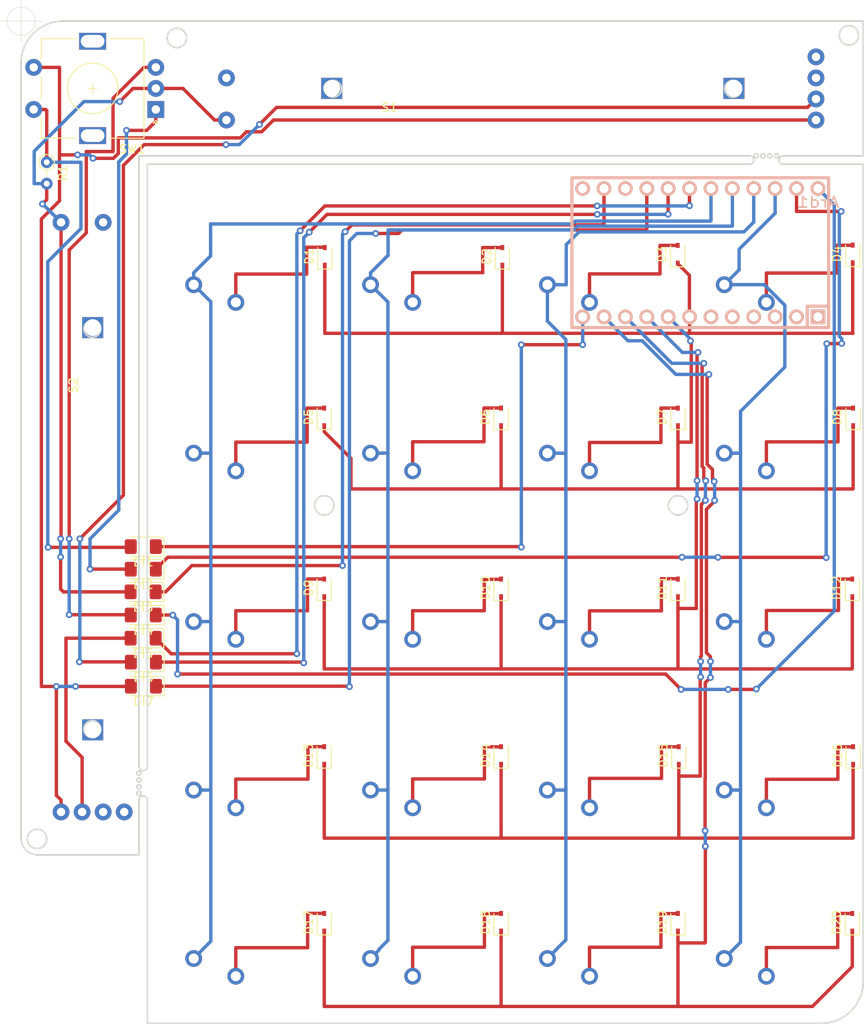
<source format=kicad_pcb>
(kicad_pcb (version 20171130) (host pcbnew "(5.1.0)-1")

  (general
    (thickness 1.6)
    (drawings 194)
    (tracks 521)
    (zones 0)
    (modules 52)
    (nets 56)
  )

  (page A4)
  (layers
    (0 F.Cu signal)
    (31 B.Cu signal)
    (32 B.Adhes user)
    (33 F.Adhes user)
    (34 B.Paste user)
    (35 F.Paste user)
    (36 B.SilkS user)
    (37 F.SilkS user)
    (38 B.Mask user)
    (39 F.Mask user)
    (40 Dwgs.User user)
    (41 Cmts.User user)
    (42 Eco1.User user)
    (43 Eco2.User user)
    (44 Edge.Cuts user)
    (45 Margin user)
    (46 B.CrtYd user hide)
    (47 F.CrtYd user)
    (48 B.Fab user)
    (49 F.Fab user hide)
  )

  (setup
    (last_trace_width 0.4)
    (trace_clearance 0.2)
    (zone_clearance 0.508)
    (zone_45_only no)
    (trace_min 0.4)
    (via_size 0.8)
    (via_drill 0.4)
    (via_min_size 0.4)
    (via_min_drill 0.3)
    (uvia_size 0.3)
    (uvia_drill 0.1)
    (uvias_allowed no)
    (uvia_min_size 0.2)
    (uvia_min_drill 0.1)
    (edge_width 0.05)
    (segment_width 0.2)
    (pcb_text_width 0.3)
    (pcb_text_size 1.5 1.5)
    (mod_edge_width 0.12)
    (mod_text_size 1 1)
    (mod_text_width 0.15)
    (pad_size 1.524 1.524)
    (pad_drill 0.762)
    (pad_to_mask_clearance 0.051)
    (solder_mask_min_width 0.25)
    (aux_axis_origin 0 0)
    (visible_elements 7FFFFFFF)
    (pcbplotparams
      (layerselection 0x010fc_ffffffff)
      (usegerberextensions false)
      (usegerberattributes false)
      (usegerberadvancedattributes false)
      (creategerberjobfile false)
      (excludeedgelayer true)
      (linewidth 0.100000)
      (plotframeref false)
      (viasonmask false)
      (mode 1)
      (useauxorigin false)
      (hpglpennumber 1)
      (hpglpenspeed 20)
      (hpglpendiameter 15.000000)
      (psnegative false)
      (psa4output false)
      (plotreference true)
      (plotvalue true)
      (plotinvisibletext false)
      (padsonsilk false)
      (subtractmaskfromsilk false)
      (outputformat 1)
      (mirror false)
      (drillshape 1)
      (scaleselection 1)
      (outputdirectory ""))
  )

  (net 0 "")
  (net 1 C4)
  (net 2 C3)
  (net 3 C2)
  (net 4 C1)
  (net 5 R2)
  (net 6 R1)
  (net 7 R3)
  (net 8 R4)
  (net 9 R5)
  (net 10 "Net-(Ard1-Pad1)")
  (net 11 "Net-(Ard1-Pad2)")
  (net 12 EnGNDC1)
  (net 13 "Net-(Ard1-Pad4)")
  (net 14 "Net-(Ard1-Pad5)")
  (net 15 "Net-(Ard1-Pad6)")
  (net 16 SwEn2)
  (net 17 "Net-(Ard1-Pad24)")
  (net 18 "Net-(Ard1-Pad22)")
  (net 19 S1)
  (net 20 S2)
  (net 21 S2-2)
  (net 22 EnPWMA)
  (net 23 EnPWMB)
  (net 24 "Net-(S1-Pad6)")
  (net 25 "Net-(S1-Pad4)")
  (net 26 "Net-(S1-Pad3)")
  (net 27 "Net-(S2-Pad3)")
  (net 28 "Net-(S2-Pad4)")
  (net 29 "Net-(S2-Pad6)")
  (net 30 "Net-(Ard1-Pad3)")
  (net 31 "Net-(D1-Pad2)")
  (net 32 "Net-(D2-Pad2)")
  (net 33 "Net-(D3-Pad2)")
  (net 34 "Net-(D4-Pad2)")
  (net 35 "Net-(D5-Pad2)")
  (net 36 "Net-(D6-Pad2)")
  (net 37 "Net-(D7-Pad2)")
  (net 38 "Net-(D8-Pad2)")
  (net 39 "Net-(D9-Pad2)")
  (net 40 "Net-(D10-Pad2)")
  (net 41 "Net-(D11-Pad2)")
  (net 42 "Net-(D12-Pad2)")
  (net 43 "Net-(D13-Pad2)")
  (net 44 "Net-(D14-Pad2)")
  (net 45 "Net-(D15-Pad2)")
  (net 46 "Net-(D16-Pad2)")
  (net 47 "Net-(D17-Pad2)")
  (net 48 "Net-(D18-Pad2)")
  (net 49 "Net-(D19-Pad2)")
  (net 50 "Net-(D20-Pad2)")
  (net 51 "Net-(DI1-Pad2)")
  (net 52 "Net-(DI2-Pad2)")
  (net 53 "Net-(DI4-Pad2)")
  (net 54 "Net-(DI5-Pad2)")
  (net 55 "Net-(DI6-Pad2)")

  (net_class Default "This is the default net class."
    (clearance 0.2)
    (trace_width 0.4)
    (via_dia 0.8)
    (via_drill 0.4)
    (uvia_dia 0.3)
    (uvia_drill 0.1)
    (diff_pair_width 0.4)
    (diff_pair_gap 0.25)
    (add_net C1)
    (add_net C2)
    (add_net C3)
    (add_net C4)
    (add_net EnGNDC1)
    (add_net EnPWMA)
    (add_net EnPWMB)
    (add_net "Net-(Ard1-Pad1)")
    (add_net "Net-(Ard1-Pad2)")
    (add_net "Net-(Ard1-Pad22)")
    (add_net "Net-(Ard1-Pad24)")
    (add_net "Net-(Ard1-Pad3)")
    (add_net "Net-(Ard1-Pad4)")
    (add_net "Net-(Ard1-Pad5)")
    (add_net "Net-(Ard1-Pad6)")
    (add_net "Net-(D1-Pad2)")
    (add_net "Net-(D10-Pad2)")
    (add_net "Net-(D11-Pad2)")
    (add_net "Net-(D12-Pad2)")
    (add_net "Net-(D13-Pad2)")
    (add_net "Net-(D14-Pad2)")
    (add_net "Net-(D15-Pad2)")
    (add_net "Net-(D16-Pad2)")
    (add_net "Net-(D17-Pad2)")
    (add_net "Net-(D18-Pad2)")
    (add_net "Net-(D19-Pad2)")
    (add_net "Net-(D2-Pad2)")
    (add_net "Net-(D20-Pad2)")
    (add_net "Net-(D3-Pad2)")
    (add_net "Net-(D4-Pad2)")
    (add_net "Net-(D5-Pad2)")
    (add_net "Net-(D6-Pad2)")
    (add_net "Net-(D7-Pad2)")
    (add_net "Net-(D8-Pad2)")
    (add_net "Net-(D9-Pad2)")
    (add_net "Net-(DI1-Pad2)")
    (add_net "Net-(DI2-Pad2)")
    (add_net "Net-(DI4-Pad2)")
    (add_net "Net-(DI5-Pad2)")
    (add_net "Net-(DI6-Pad2)")
    (add_net "Net-(S1-Pad3)")
    (add_net "Net-(S1-Pad4)")
    (add_net "Net-(S1-Pad6)")
    (add_net "Net-(S2-Pad3)")
    (add_net "Net-(S2-Pad4)")
    (add_net "Net-(S2-Pad6)")
    (add_net R1)
    (add_net R2)
    (add_net R3)
    (add_net R4)
    (add_net R5)
    (add_net S1)
    (add_net S2)
    (add_net S2-2)
    (add_net SwEn2)
  )

  (module Keebio-Parts:Kailh-PG1350-1u-No-Clickhole-No-LED (layer F.Cu) (tedit 5C93C60D) (tstamp 5C942513)
    (at 55.47 117.47)
    (path /5CAC9274)
    (fp_text reference U13 (at 0 -7.14375 180) (layer Dwgs.User)
      (effects (font (size 1.27 1.524) (thickness 0.2032)))
    )
    (fp_text value Kailhlowprofile (at 0 -5.08 180) (layer F.SilkS) hide
      (effects (font (size 1.27 1.524) (thickness 0.2032)))
    )
    (fp_line (start 6.9 6.9) (end -6.9 6.9) (layer Cmts.User) (width 0.1524))
    (fp_line (start -6.9 6.9) (end -6.9 -6.9) (layer Cmts.User) (width 0.1524))
    (fp_line (start -6.9 -6.9) (end 6.9 -6.9) (layer Cmts.User) (width 0.1524))
    (fp_line (start 6.9 -6.9) (end 6.9 6.9) (layer Cmts.User) (width 0.1524))
    (fp_line (start 9 8.5) (end -9 8.5) (layer Dwgs.User) (width 0.1524))
    (fp_line (start -9 8.5) (end -9 -8.5) (layer Dwgs.User) (width 0.1524))
    (fp_line (start -9 -8.5) (end 9 -8.5) (layer Dwgs.User) (width 0.1524))
    (fp_line (start 9 -8.5) (end 9 8.5) (layer Dwgs.User) (width 0.1524))
    (fp_line (start 7.5 7.5) (end -7.5 7.5) (layer Eco2.User) (width 0.1524))
    (fp_line (start -7.5 7.5) (end -7.5 -7.5) (layer Eco2.User) (width 0.1524))
    (fp_line (start -7.5 -7.5) (end 7.5 -7.5) (layer Eco2.User) (width 0.1524))
    (fp_line (start 7.5 -7.5) (end 7.5 7.5) (layer Eco2.User) (width 0.1524))
    (pad "" np_thru_hole circle (at 0 0 180) (size 3.4 3.4) (drill 3.4) (layers *.Cu))
    (pad 1 thru_hole circle (at 0 5.9 180) (size 2 2) (drill 1.2) (layers *.Cu *.Mask)
      (net 43 "Net-(D13-Pad2)"))
    (pad 2 thru_hole circle (at -5 3.8 41.9) (size 2 2) (drill 1.2) (layers *.Cu *.Mask)
      (net 4 C1))
    (pad "" np_thru_hole circle (at -5.5 0 180) (size 1.7 1.7) (drill 1.7) (layers *.Cu))
    (pad "" np_thru_hole circle (at 5.5 0 180) (size 1.7 1.7) (drill 1.7) (layers *.Cu))
    (model /Users/danny/Documents/proj/custom-keyboard/kicad-libs/3d_models/mx-switch.wrl
      (offset (xyz 7.4675998878479 7.4675998878479 5.943599910736085))
      (scale (xyz 0.4 0.4 0.4))
      (rotate (xyz 270 0 180))
    )
    (model /Users/danny/Documents/proj/custom-keyboard/kicad-libs/3d_models/SA-R3-1u.wrl
      (offset (xyz 0 0 11.93799982070923))
      (scale (xyz 0.394 0.394 0.394))
      (rotate (xyz 270 0 0))
    )
  )

  (module Keebio-Parts:Kailh-PG1350-1u-No-Clickhole-No-LED (layer F.Cu) (tedit 5C93C60D) (tstamp 5C9424FF)
    (at 118.47 117.47)
    (path /5CAC9286)
    (fp_text reference U16 (at 0 -7.14375 180) (layer Dwgs.User)
      (effects (font (size 1.27 1.524) (thickness 0.2032)))
    )
    (fp_text value Kailhlowprofile (at 0 -5.08 180) (layer F.SilkS) hide
      (effects (font (size 1.27 1.524) (thickness 0.2032)))
    )
    (fp_line (start 6.9 6.9) (end -6.9 6.9) (layer Cmts.User) (width 0.1524))
    (fp_line (start -6.9 6.9) (end -6.9 -6.9) (layer Cmts.User) (width 0.1524))
    (fp_line (start -6.9 -6.9) (end 6.9 -6.9) (layer Cmts.User) (width 0.1524))
    (fp_line (start 6.9 -6.9) (end 6.9 6.9) (layer Cmts.User) (width 0.1524))
    (fp_line (start 9 8.5) (end -9 8.5) (layer Dwgs.User) (width 0.1524))
    (fp_line (start -9 8.5) (end -9 -8.5) (layer Dwgs.User) (width 0.1524))
    (fp_line (start -9 -8.5) (end 9 -8.5) (layer Dwgs.User) (width 0.1524))
    (fp_line (start 9 -8.5) (end 9 8.5) (layer Dwgs.User) (width 0.1524))
    (fp_line (start 7.5 7.5) (end -7.5 7.5) (layer Eco2.User) (width 0.1524))
    (fp_line (start -7.5 7.5) (end -7.5 -7.5) (layer Eco2.User) (width 0.1524))
    (fp_line (start -7.5 -7.5) (end 7.5 -7.5) (layer Eco2.User) (width 0.1524))
    (fp_line (start 7.5 -7.5) (end 7.5 7.5) (layer Eco2.User) (width 0.1524))
    (pad "" np_thru_hole circle (at 0 0 180) (size 3.4 3.4) (drill 3.4) (layers *.Cu))
    (pad 1 thru_hole circle (at 0 5.9 180) (size 2 2) (drill 1.2) (layers *.Cu *.Mask)
      (net 46 "Net-(D16-Pad2)"))
    (pad 2 thru_hole circle (at -5 3.8 41.9) (size 2 2) (drill 1.2) (layers *.Cu *.Mask)
      (net 1 C4))
    (pad "" np_thru_hole circle (at -5.5 0 180) (size 1.7 1.7) (drill 1.7) (layers *.Cu))
    (pad "" np_thru_hole circle (at 5.5 0 180) (size 1.7 1.7) (drill 1.7) (layers *.Cu))
    (model /Users/danny/Documents/proj/custom-keyboard/kicad-libs/3d_models/mx-switch.wrl
      (offset (xyz 7.4675998878479 7.4675998878479 5.943599910736085))
      (scale (xyz 0.4 0.4 0.4))
      (rotate (xyz 270 0 180))
    )
    (model /Users/danny/Documents/proj/custom-keyboard/kicad-libs/3d_models/SA-R3-1u.wrl
      (offset (xyz 0 0 11.93799982070923))
      (scale (xyz 0.394 0.394 0.394))
      (rotate (xyz 270 0 0))
    )
  )

  (module Keebio-Parts:Kailh-PG1350-1u-No-Clickhole-No-LED (layer F.Cu) (tedit 5C93C60D) (tstamp 5C9424EB)
    (at 118.47 97.47)
    (path /5CAC310B)
    (fp_text reference U12 (at 0 -7.14375 180) (layer Dwgs.User)
      (effects (font (size 1.27 1.524) (thickness 0.2032)))
    )
    (fp_text value Kailhlowprofile (at 0 -5.08 180) (layer F.SilkS) hide
      (effects (font (size 1.27 1.524) (thickness 0.2032)))
    )
    (fp_line (start 6.9 6.9) (end -6.9 6.9) (layer Cmts.User) (width 0.1524))
    (fp_line (start -6.9 6.9) (end -6.9 -6.9) (layer Cmts.User) (width 0.1524))
    (fp_line (start -6.9 -6.9) (end 6.9 -6.9) (layer Cmts.User) (width 0.1524))
    (fp_line (start 6.9 -6.9) (end 6.9 6.9) (layer Cmts.User) (width 0.1524))
    (fp_line (start 9 8.5) (end -9 8.5) (layer Dwgs.User) (width 0.1524))
    (fp_line (start -9 8.5) (end -9 -8.5) (layer Dwgs.User) (width 0.1524))
    (fp_line (start -9 -8.5) (end 9 -8.5) (layer Dwgs.User) (width 0.1524))
    (fp_line (start 9 -8.5) (end 9 8.5) (layer Dwgs.User) (width 0.1524))
    (fp_line (start 7.5 7.5) (end -7.5 7.5) (layer Eco2.User) (width 0.1524))
    (fp_line (start -7.5 7.5) (end -7.5 -7.5) (layer Eco2.User) (width 0.1524))
    (fp_line (start -7.5 -7.5) (end 7.5 -7.5) (layer Eco2.User) (width 0.1524))
    (fp_line (start 7.5 -7.5) (end 7.5 7.5) (layer Eco2.User) (width 0.1524))
    (pad "" np_thru_hole circle (at 0 0 180) (size 3.4 3.4) (drill 3.4) (layers *.Cu))
    (pad 1 thru_hole circle (at 0 5.9 180) (size 2 2) (drill 1.2) (layers *.Cu *.Mask)
      (net 42 "Net-(D12-Pad2)"))
    (pad 2 thru_hole circle (at -5 3.8 41.9) (size 2 2) (drill 1.2) (layers *.Cu *.Mask)
      (net 1 C4))
    (pad "" np_thru_hole circle (at -5.5 0 180) (size 1.7 1.7) (drill 1.7) (layers *.Cu))
    (pad "" np_thru_hole circle (at 5.5 0 180) (size 1.7 1.7) (drill 1.7) (layers *.Cu))
    (model /Users/danny/Documents/proj/custom-keyboard/kicad-libs/3d_models/mx-switch.wrl
      (offset (xyz 7.4675998878479 7.4675998878479 5.943599910736085))
      (scale (xyz 0.4 0.4 0.4))
      (rotate (xyz 270 0 180))
    )
    (model /Users/danny/Documents/proj/custom-keyboard/kicad-libs/3d_models/SA-R3-1u.wrl
      (offset (xyz 0 0 11.93799982070923))
      (scale (xyz 0.394 0.394 0.394))
      (rotate (xyz 270 0 0))
    )
  )

  (module Keebio-Parts:Kailh-PG1350-1u-No-Clickhole-No-LED (layer F.Cu) (tedit 5C93C60D) (tstamp 5C9424D7)
    (at 55.47 137.47)
    (path /5CACF3B2)
    (fp_text reference U17 (at 0 -7.14375 180) (layer Dwgs.User)
      (effects (font (size 1.27 1.524) (thickness 0.2032)))
    )
    (fp_text value Kailhlowprofile (at 0 -5.08 180) (layer F.SilkS) hide
      (effects (font (size 1.27 1.524) (thickness 0.2032)))
    )
    (fp_line (start 6.9 6.9) (end -6.9 6.9) (layer Cmts.User) (width 0.1524))
    (fp_line (start -6.9 6.9) (end -6.9 -6.9) (layer Cmts.User) (width 0.1524))
    (fp_line (start -6.9 -6.9) (end 6.9 -6.9) (layer Cmts.User) (width 0.1524))
    (fp_line (start 6.9 -6.9) (end 6.9 6.9) (layer Cmts.User) (width 0.1524))
    (fp_line (start 9 8.5) (end -9 8.5) (layer Dwgs.User) (width 0.1524))
    (fp_line (start -9 8.5) (end -9 -8.5) (layer Dwgs.User) (width 0.1524))
    (fp_line (start -9 -8.5) (end 9 -8.5) (layer Dwgs.User) (width 0.1524))
    (fp_line (start 9 -8.5) (end 9 8.5) (layer Dwgs.User) (width 0.1524))
    (fp_line (start 7.5 7.5) (end -7.5 7.5) (layer Eco2.User) (width 0.1524))
    (fp_line (start -7.5 7.5) (end -7.5 -7.5) (layer Eco2.User) (width 0.1524))
    (fp_line (start -7.5 -7.5) (end 7.5 -7.5) (layer Eco2.User) (width 0.1524))
    (fp_line (start 7.5 -7.5) (end 7.5 7.5) (layer Eco2.User) (width 0.1524))
    (pad "" np_thru_hole circle (at 0 0 180) (size 3.4 3.4) (drill 3.4) (layers *.Cu))
    (pad 1 thru_hole circle (at 0 5.9 180) (size 2 2) (drill 1.2) (layers *.Cu *.Mask)
      (net 47 "Net-(D17-Pad2)"))
    (pad 2 thru_hole circle (at -5 3.8 41.9) (size 2 2) (drill 1.2) (layers *.Cu *.Mask)
      (net 4 C1))
    (pad "" np_thru_hole circle (at -5.5 0 180) (size 1.7 1.7) (drill 1.7) (layers *.Cu))
    (pad "" np_thru_hole circle (at 5.5 0 180) (size 1.7 1.7) (drill 1.7) (layers *.Cu))
    (model /Users/danny/Documents/proj/custom-keyboard/kicad-libs/3d_models/mx-switch.wrl
      (offset (xyz 7.4675998878479 7.4675998878479 5.943599910736085))
      (scale (xyz 0.4 0.4 0.4))
      (rotate (xyz 270 0 180))
    )
    (model /Users/danny/Documents/proj/custom-keyboard/kicad-libs/3d_models/SA-R3-1u.wrl
      (offset (xyz 0 0 11.93799982070923))
      (scale (xyz 0.394 0.394 0.394))
      (rotate (xyz 270 0 0))
    )
  )

  (module Keebio-Parts:Kailh-PG1350-1u-No-Clickhole-No-LED (layer F.Cu) (tedit 5C93C60D) (tstamp 5C9424C3)
    (at 76.47 117.47)
    (path /5CAC927A)
    (fp_text reference U14 (at 0 -7.14375 180) (layer Dwgs.User)
      (effects (font (size 1.27 1.524) (thickness 0.2032)))
    )
    (fp_text value Kailhlowprofile (at 0 -5.08 180) (layer F.SilkS) hide
      (effects (font (size 1.27 1.524) (thickness 0.2032)))
    )
    (fp_line (start 6.9 6.9) (end -6.9 6.9) (layer Cmts.User) (width 0.1524))
    (fp_line (start -6.9 6.9) (end -6.9 -6.9) (layer Cmts.User) (width 0.1524))
    (fp_line (start -6.9 -6.9) (end 6.9 -6.9) (layer Cmts.User) (width 0.1524))
    (fp_line (start 6.9 -6.9) (end 6.9 6.9) (layer Cmts.User) (width 0.1524))
    (fp_line (start 9 8.5) (end -9 8.5) (layer Dwgs.User) (width 0.1524))
    (fp_line (start -9 8.5) (end -9 -8.5) (layer Dwgs.User) (width 0.1524))
    (fp_line (start -9 -8.5) (end 9 -8.5) (layer Dwgs.User) (width 0.1524))
    (fp_line (start 9 -8.5) (end 9 8.5) (layer Dwgs.User) (width 0.1524))
    (fp_line (start 7.5 7.5) (end -7.5 7.5) (layer Eco2.User) (width 0.1524))
    (fp_line (start -7.5 7.5) (end -7.5 -7.5) (layer Eco2.User) (width 0.1524))
    (fp_line (start -7.5 -7.5) (end 7.5 -7.5) (layer Eco2.User) (width 0.1524))
    (fp_line (start 7.5 -7.5) (end 7.5 7.5) (layer Eco2.User) (width 0.1524))
    (pad "" np_thru_hole circle (at 0 0 180) (size 3.4 3.4) (drill 3.4) (layers *.Cu))
    (pad 1 thru_hole circle (at 0 5.9 180) (size 2 2) (drill 1.2) (layers *.Cu *.Mask)
      (net 44 "Net-(D14-Pad2)"))
    (pad 2 thru_hole circle (at -5 3.8 41.9) (size 2 2) (drill 1.2) (layers *.Cu *.Mask)
      (net 3 C2))
    (pad "" np_thru_hole circle (at -5.5 0 180) (size 1.7 1.7) (drill 1.7) (layers *.Cu))
    (pad "" np_thru_hole circle (at 5.5 0 180) (size 1.7 1.7) (drill 1.7) (layers *.Cu))
    (model /Users/danny/Documents/proj/custom-keyboard/kicad-libs/3d_models/mx-switch.wrl
      (offset (xyz 7.4675998878479 7.4675998878479 5.943599910736085))
      (scale (xyz 0.4 0.4 0.4))
      (rotate (xyz 270 0 180))
    )
    (model /Users/danny/Documents/proj/custom-keyboard/kicad-libs/3d_models/SA-R3-1u.wrl
      (offset (xyz 0 0 11.93799982070923))
      (scale (xyz 0.394 0.394 0.394))
      (rotate (xyz 270 0 0))
    )
  )

  (module Keebio-Parts:Kailh-PG1350-1u-No-Clickhole-No-LED (layer F.Cu) (tedit 5C93C60D) (tstamp 5C9424AF)
    (at 76.47 137.47)
    (path /5CACF3B8)
    (fp_text reference U18 (at 0 -7.14375 180) (layer Dwgs.User)
      (effects (font (size 1.27 1.524) (thickness 0.2032)))
    )
    (fp_text value Kailhlowprofile (at 0 -5.08 180) (layer F.SilkS) hide
      (effects (font (size 1.27 1.524) (thickness 0.2032)))
    )
    (fp_line (start 6.9 6.9) (end -6.9 6.9) (layer Cmts.User) (width 0.1524))
    (fp_line (start -6.9 6.9) (end -6.9 -6.9) (layer Cmts.User) (width 0.1524))
    (fp_line (start -6.9 -6.9) (end 6.9 -6.9) (layer Cmts.User) (width 0.1524))
    (fp_line (start 6.9 -6.9) (end 6.9 6.9) (layer Cmts.User) (width 0.1524))
    (fp_line (start 9 8.5) (end -9 8.5) (layer Dwgs.User) (width 0.1524))
    (fp_line (start -9 8.5) (end -9 -8.5) (layer Dwgs.User) (width 0.1524))
    (fp_line (start -9 -8.5) (end 9 -8.5) (layer Dwgs.User) (width 0.1524))
    (fp_line (start 9 -8.5) (end 9 8.5) (layer Dwgs.User) (width 0.1524))
    (fp_line (start 7.5 7.5) (end -7.5 7.5) (layer Eco2.User) (width 0.1524))
    (fp_line (start -7.5 7.5) (end -7.5 -7.5) (layer Eco2.User) (width 0.1524))
    (fp_line (start -7.5 -7.5) (end 7.5 -7.5) (layer Eco2.User) (width 0.1524))
    (fp_line (start 7.5 -7.5) (end 7.5 7.5) (layer Eco2.User) (width 0.1524))
    (pad "" np_thru_hole circle (at 0 0 180) (size 3.4 3.4) (drill 3.4) (layers *.Cu))
    (pad 1 thru_hole circle (at 0 5.9 180) (size 2 2) (drill 1.2) (layers *.Cu *.Mask)
      (net 48 "Net-(D18-Pad2)"))
    (pad 2 thru_hole circle (at -5 3.8 41.9) (size 2 2) (drill 1.2) (layers *.Cu *.Mask)
      (net 3 C2))
    (pad "" np_thru_hole circle (at -5.5 0 180) (size 1.7 1.7) (drill 1.7) (layers *.Cu))
    (pad "" np_thru_hole circle (at 5.5 0 180) (size 1.7 1.7) (drill 1.7) (layers *.Cu))
    (model /Users/danny/Documents/proj/custom-keyboard/kicad-libs/3d_models/mx-switch.wrl
      (offset (xyz 7.4675998878479 7.4675998878479 5.943599910736085))
      (scale (xyz 0.4 0.4 0.4))
      (rotate (xyz 270 0 180))
    )
    (model /Users/danny/Documents/proj/custom-keyboard/kicad-libs/3d_models/SA-R3-1u.wrl
      (offset (xyz 0 0 11.93799982070923))
      (scale (xyz 0.394 0.394 0.394))
      (rotate (xyz 270 0 0))
    )
  )

  (module Keebio-Parts:Kailh-PG1350-1u-No-Clickhole-No-LED (layer F.Cu) (tedit 5C93C60D) (tstamp 5C94249B)
    (at 97.47 117.47)
    (path /5CAC9280)
    (fp_text reference U15 (at 0 -7.14375 180) (layer Dwgs.User)
      (effects (font (size 1.27 1.524) (thickness 0.2032)))
    )
    (fp_text value Kailhlowprofile (at 0 -5.08 180) (layer F.SilkS) hide
      (effects (font (size 1.27 1.524) (thickness 0.2032)))
    )
    (fp_line (start 6.9 6.9) (end -6.9 6.9) (layer Cmts.User) (width 0.1524))
    (fp_line (start -6.9 6.9) (end -6.9 -6.9) (layer Cmts.User) (width 0.1524))
    (fp_line (start -6.9 -6.9) (end 6.9 -6.9) (layer Cmts.User) (width 0.1524))
    (fp_line (start 6.9 -6.9) (end 6.9 6.9) (layer Cmts.User) (width 0.1524))
    (fp_line (start 9 8.5) (end -9 8.5) (layer Dwgs.User) (width 0.1524))
    (fp_line (start -9 8.5) (end -9 -8.5) (layer Dwgs.User) (width 0.1524))
    (fp_line (start -9 -8.5) (end 9 -8.5) (layer Dwgs.User) (width 0.1524))
    (fp_line (start 9 -8.5) (end 9 8.5) (layer Dwgs.User) (width 0.1524))
    (fp_line (start 7.5 7.5) (end -7.5 7.5) (layer Eco2.User) (width 0.1524))
    (fp_line (start -7.5 7.5) (end -7.5 -7.5) (layer Eco2.User) (width 0.1524))
    (fp_line (start -7.5 -7.5) (end 7.5 -7.5) (layer Eco2.User) (width 0.1524))
    (fp_line (start 7.5 -7.5) (end 7.5 7.5) (layer Eco2.User) (width 0.1524))
    (pad "" np_thru_hole circle (at 0 0 180) (size 3.4 3.4) (drill 3.4) (layers *.Cu))
    (pad 1 thru_hole circle (at 0 5.9 180) (size 2 2) (drill 1.2) (layers *.Cu *.Mask)
      (net 45 "Net-(D15-Pad2)"))
    (pad 2 thru_hole circle (at -5 3.8 41.9) (size 2 2) (drill 1.2) (layers *.Cu *.Mask)
      (net 2 C3))
    (pad "" np_thru_hole circle (at -5.5 0 180) (size 1.7 1.7) (drill 1.7) (layers *.Cu))
    (pad "" np_thru_hole circle (at 5.5 0 180) (size 1.7 1.7) (drill 1.7) (layers *.Cu))
    (model /Users/danny/Documents/proj/custom-keyboard/kicad-libs/3d_models/mx-switch.wrl
      (offset (xyz 7.4675998878479 7.4675998878479 5.943599910736085))
      (scale (xyz 0.4 0.4 0.4))
      (rotate (xyz 270 0 180))
    )
    (model /Users/danny/Documents/proj/custom-keyboard/kicad-libs/3d_models/SA-R3-1u.wrl
      (offset (xyz 0 0 11.93799982070923))
      (scale (xyz 0.394 0.394 0.394))
      (rotate (xyz 270 0 0))
    )
  )

  (module Keebio-Parts:Kailh-PG1350-1u-No-Clickhole-No-LED (layer F.Cu) (tedit 5C93C60D) (tstamp 5C942487)
    (at 118.47 137.47)
    (path /5CACF3C4)
    (fp_text reference U20 (at 0 -7.14375 180) (layer Dwgs.User)
      (effects (font (size 1.27 1.524) (thickness 0.2032)))
    )
    (fp_text value Kailhlowprofile (at 0 -5.08 180) (layer F.SilkS) hide
      (effects (font (size 1.27 1.524) (thickness 0.2032)))
    )
    (fp_line (start 6.9 6.9) (end -6.9 6.9) (layer Cmts.User) (width 0.1524))
    (fp_line (start -6.9 6.9) (end -6.9 -6.9) (layer Cmts.User) (width 0.1524))
    (fp_line (start -6.9 -6.9) (end 6.9 -6.9) (layer Cmts.User) (width 0.1524))
    (fp_line (start 6.9 -6.9) (end 6.9 6.9) (layer Cmts.User) (width 0.1524))
    (fp_line (start 9 8.5) (end -9 8.5) (layer Dwgs.User) (width 0.1524))
    (fp_line (start -9 8.5) (end -9 -8.5) (layer Dwgs.User) (width 0.1524))
    (fp_line (start -9 -8.5) (end 9 -8.5) (layer Dwgs.User) (width 0.1524))
    (fp_line (start 9 -8.5) (end 9 8.5) (layer Dwgs.User) (width 0.1524))
    (fp_line (start 7.5 7.5) (end -7.5 7.5) (layer Eco2.User) (width 0.1524))
    (fp_line (start -7.5 7.5) (end -7.5 -7.5) (layer Eco2.User) (width 0.1524))
    (fp_line (start -7.5 -7.5) (end 7.5 -7.5) (layer Eco2.User) (width 0.1524))
    (fp_line (start 7.5 -7.5) (end 7.5 7.5) (layer Eco2.User) (width 0.1524))
    (pad "" np_thru_hole circle (at 0 0 180) (size 3.4 3.4) (drill 3.4) (layers *.Cu))
    (pad 1 thru_hole circle (at 0 5.9 180) (size 2 2) (drill 1.2) (layers *.Cu *.Mask)
      (net 50 "Net-(D20-Pad2)"))
    (pad 2 thru_hole circle (at -5 3.8 41.9) (size 2 2) (drill 1.2) (layers *.Cu *.Mask)
      (net 1 C4))
    (pad "" np_thru_hole circle (at -5.5 0 180) (size 1.7 1.7) (drill 1.7) (layers *.Cu))
    (pad "" np_thru_hole circle (at 5.5 0 180) (size 1.7 1.7) (drill 1.7) (layers *.Cu))
    (model /Users/danny/Documents/proj/custom-keyboard/kicad-libs/3d_models/mx-switch.wrl
      (offset (xyz 7.4675998878479 7.4675998878479 5.943599910736085))
      (scale (xyz 0.4 0.4 0.4))
      (rotate (xyz 270 0 180))
    )
    (model /Users/danny/Documents/proj/custom-keyboard/kicad-libs/3d_models/SA-R3-1u.wrl
      (offset (xyz 0 0 11.93799982070923))
      (scale (xyz 0.394 0.394 0.394))
      (rotate (xyz 270 0 0))
    )
  )

  (module Keebio-Parts:Kailh-PG1350-1u-No-Clickhole-No-LED (layer F.Cu) (tedit 5C93C60D) (tstamp 5C942473)
    (at 97.47 137.47)
    (path /5CACF3BE)
    (fp_text reference U19 (at 0 -7.14375 180) (layer Dwgs.User)
      (effects (font (size 1.27 1.524) (thickness 0.2032)))
    )
    (fp_text value Kailhlowprofile (at 0 -5.08 180) (layer F.SilkS) hide
      (effects (font (size 1.27 1.524) (thickness 0.2032)))
    )
    (fp_line (start 6.9 6.9) (end -6.9 6.9) (layer Cmts.User) (width 0.1524))
    (fp_line (start -6.9 6.9) (end -6.9 -6.9) (layer Cmts.User) (width 0.1524))
    (fp_line (start -6.9 -6.9) (end 6.9 -6.9) (layer Cmts.User) (width 0.1524))
    (fp_line (start 6.9 -6.9) (end 6.9 6.9) (layer Cmts.User) (width 0.1524))
    (fp_line (start 9 8.5) (end -9 8.5) (layer Dwgs.User) (width 0.1524))
    (fp_line (start -9 8.5) (end -9 -8.5) (layer Dwgs.User) (width 0.1524))
    (fp_line (start -9 -8.5) (end 9 -8.5) (layer Dwgs.User) (width 0.1524))
    (fp_line (start 9 -8.5) (end 9 8.5) (layer Dwgs.User) (width 0.1524))
    (fp_line (start 7.5 7.5) (end -7.5 7.5) (layer Eco2.User) (width 0.1524))
    (fp_line (start -7.5 7.5) (end -7.5 -7.5) (layer Eco2.User) (width 0.1524))
    (fp_line (start -7.5 -7.5) (end 7.5 -7.5) (layer Eco2.User) (width 0.1524))
    (fp_line (start 7.5 -7.5) (end 7.5 7.5) (layer Eco2.User) (width 0.1524))
    (pad "" np_thru_hole circle (at 0 0 180) (size 3.4 3.4) (drill 3.4) (layers *.Cu))
    (pad 1 thru_hole circle (at 0 5.9 180) (size 2 2) (drill 1.2) (layers *.Cu *.Mask)
      (net 49 "Net-(D19-Pad2)"))
    (pad 2 thru_hole circle (at -5 3.8 41.9) (size 2 2) (drill 1.2) (layers *.Cu *.Mask)
      (net 2 C3))
    (pad "" np_thru_hole circle (at -5.5 0 180) (size 1.7 1.7) (drill 1.7) (layers *.Cu))
    (pad "" np_thru_hole circle (at 5.5 0 180) (size 1.7 1.7) (drill 1.7) (layers *.Cu))
    (model /Users/danny/Documents/proj/custom-keyboard/kicad-libs/3d_models/mx-switch.wrl
      (offset (xyz 7.4675998878479 7.4675998878479 5.943599910736085))
      (scale (xyz 0.4 0.4 0.4))
      (rotate (xyz 270 0 180))
    )
    (model /Users/danny/Documents/proj/custom-keyboard/kicad-libs/3d_models/SA-R3-1u.wrl
      (offset (xyz 0 0 11.93799982070923))
      (scale (xyz 0.394 0.394 0.394))
      (rotate (xyz 270 0 0))
    )
  )

  (module Keebio-Parts:Kailh-PG1350-1u-No-Clickhole-No-LED (layer F.Cu) (tedit 5C93C60D) (tstamp 5C94245F)
    (at 118.47 77.47)
    (path /5CABEE92)
    (fp_text reference U8 (at 0 -7.14375 180) (layer Dwgs.User)
      (effects (font (size 1.27 1.524) (thickness 0.2032)))
    )
    (fp_text value Kailhlowprofile (at 0 -5.08 180) (layer F.SilkS) hide
      (effects (font (size 1.27 1.524) (thickness 0.2032)))
    )
    (fp_line (start 6.9 6.9) (end -6.9 6.9) (layer Cmts.User) (width 0.1524))
    (fp_line (start -6.9 6.9) (end -6.9 -6.9) (layer Cmts.User) (width 0.1524))
    (fp_line (start -6.9 -6.9) (end 6.9 -6.9) (layer Cmts.User) (width 0.1524))
    (fp_line (start 6.9 -6.9) (end 6.9 6.9) (layer Cmts.User) (width 0.1524))
    (fp_line (start 9 8.5) (end -9 8.5) (layer Dwgs.User) (width 0.1524))
    (fp_line (start -9 8.5) (end -9 -8.5) (layer Dwgs.User) (width 0.1524))
    (fp_line (start -9 -8.5) (end 9 -8.5) (layer Dwgs.User) (width 0.1524))
    (fp_line (start 9 -8.5) (end 9 8.5) (layer Dwgs.User) (width 0.1524))
    (fp_line (start 7.5 7.5) (end -7.5 7.5) (layer Eco2.User) (width 0.1524))
    (fp_line (start -7.5 7.5) (end -7.5 -7.5) (layer Eco2.User) (width 0.1524))
    (fp_line (start -7.5 -7.5) (end 7.5 -7.5) (layer Eco2.User) (width 0.1524))
    (fp_line (start 7.5 -7.5) (end 7.5 7.5) (layer Eco2.User) (width 0.1524))
    (pad "" np_thru_hole circle (at 0 0 180) (size 3.4 3.4) (drill 3.4) (layers *.Cu))
    (pad 1 thru_hole circle (at 0 5.9 180) (size 2 2) (drill 1.2) (layers *.Cu *.Mask)
      (net 38 "Net-(D8-Pad2)"))
    (pad 2 thru_hole circle (at -5 3.8 41.9) (size 2 2) (drill 1.2) (layers *.Cu *.Mask)
      (net 1 C4))
    (pad "" np_thru_hole circle (at -5.5 0 180) (size 1.7 1.7) (drill 1.7) (layers *.Cu))
    (pad "" np_thru_hole circle (at 5.5 0 180) (size 1.7 1.7) (drill 1.7) (layers *.Cu))
    (model /Users/danny/Documents/proj/custom-keyboard/kicad-libs/3d_models/mx-switch.wrl
      (offset (xyz 7.4675998878479 7.4675998878479 5.943599910736085))
      (scale (xyz 0.4 0.4 0.4))
      (rotate (xyz 270 0 180))
    )
    (model /Users/danny/Documents/proj/custom-keyboard/kicad-libs/3d_models/SA-R3-1u.wrl
      (offset (xyz 0 0 11.93799982070923))
      (scale (xyz 0.394 0.394 0.394))
      (rotate (xyz 270 0 0))
    )
  )

  (module Keebio-Parts:Kailh-PG1350-1u-No-Clickhole-No-LED (layer F.Cu) (tedit 5C93C60D) (tstamp 5C94244B)
    (at 97.47 57.47)
    (path /5C9125DA)
    (fp_text reference U3 (at 0 -7.14375 180) (layer Dwgs.User)
      (effects (font (size 1.27 1.524) (thickness 0.2032)))
    )
    (fp_text value Kailhlowprofile (at 0 -5.08 180) (layer F.SilkS) hide
      (effects (font (size 1.27 1.524) (thickness 0.2032)))
    )
    (fp_line (start 6.9 6.9) (end -6.9 6.9) (layer Cmts.User) (width 0.1524))
    (fp_line (start -6.9 6.9) (end -6.9 -6.9) (layer Cmts.User) (width 0.1524))
    (fp_line (start -6.9 -6.9) (end 6.9 -6.9) (layer Cmts.User) (width 0.1524))
    (fp_line (start 6.9 -6.9) (end 6.9 6.9) (layer Cmts.User) (width 0.1524))
    (fp_line (start 9 8.5) (end -9 8.5) (layer Dwgs.User) (width 0.1524))
    (fp_line (start -9 8.5) (end -9 -8.5) (layer Dwgs.User) (width 0.1524))
    (fp_line (start -9 -8.5) (end 9 -8.5) (layer Dwgs.User) (width 0.1524))
    (fp_line (start 9 -8.5) (end 9 8.5) (layer Dwgs.User) (width 0.1524))
    (fp_line (start 7.5 7.5) (end -7.5 7.5) (layer Eco2.User) (width 0.1524))
    (fp_line (start -7.5 7.5) (end -7.5 -7.5) (layer Eco2.User) (width 0.1524))
    (fp_line (start -7.5 -7.5) (end 7.5 -7.5) (layer Eco2.User) (width 0.1524))
    (fp_line (start 7.5 -7.5) (end 7.5 7.5) (layer Eco2.User) (width 0.1524))
    (pad "" np_thru_hole circle (at 0 0 180) (size 3.4 3.4) (drill 3.4) (layers *.Cu))
    (pad 1 thru_hole circle (at 0 5.9 180) (size 2 2) (drill 1.2) (layers *.Cu *.Mask)
      (net 33 "Net-(D3-Pad2)"))
    (pad 2 thru_hole circle (at -5 3.8 41.9) (size 2 2) (drill 1.2) (layers *.Cu *.Mask)
      (net 2 C3))
    (pad "" np_thru_hole circle (at -5.5 0 180) (size 1.7 1.7) (drill 1.7) (layers *.Cu))
    (pad "" np_thru_hole circle (at 5.5 0 180) (size 1.7 1.7) (drill 1.7) (layers *.Cu))
    (model /Users/danny/Documents/proj/custom-keyboard/kicad-libs/3d_models/mx-switch.wrl
      (offset (xyz 7.4675998878479 7.4675998878479 5.943599910736085))
      (scale (xyz 0.4 0.4 0.4))
      (rotate (xyz 270 0 180))
    )
    (model /Users/danny/Documents/proj/custom-keyboard/kicad-libs/3d_models/SA-R3-1u.wrl
      (offset (xyz 0 0 11.93799982070923))
      (scale (xyz 0.394 0.394 0.394))
      (rotate (xyz 270 0 0))
    )
  )

  (module Keebio-Parts:Kailh-PG1350-1u-No-Clickhole-No-LED (layer F.Cu) (tedit 5C93C60D) (tstamp 5C942437)
    (at 55.47 97.47)
    (path /5CAC30F9)
    (fp_text reference U9 (at 0 -7.14375 180) (layer Dwgs.User)
      (effects (font (size 1.27 1.524) (thickness 0.2032)))
    )
    (fp_text value Kailhlowprofile (at 0 -5.08 180) (layer F.SilkS) hide
      (effects (font (size 1.27 1.524) (thickness 0.2032)))
    )
    (fp_line (start 6.9 6.9) (end -6.9 6.9) (layer Cmts.User) (width 0.1524))
    (fp_line (start -6.9 6.9) (end -6.9 -6.9) (layer Cmts.User) (width 0.1524))
    (fp_line (start -6.9 -6.9) (end 6.9 -6.9) (layer Cmts.User) (width 0.1524))
    (fp_line (start 6.9 -6.9) (end 6.9 6.9) (layer Cmts.User) (width 0.1524))
    (fp_line (start 9 8.5) (end -9 8.5) (layer Dwgs.User) (width 0.1524))
    (fp_line (start -9 8.5) (end -9 -8.5) (layer Dwgs.User) (width 0.1524))
    (fp_line (start -9 -8.5) (end 9 -8.5) (layer Dwgs.User) (width 0.1524))
    (fp_line (start 9 -8.5) (end 9 8.5) (layer Dwgs.User) (width 0.1524))
    (fp_line (start 7.5 7.5) (end -7.5 7.5) (layer Eco2.User) (width 0.1524))
    (fp_line (start -7.5 7.5) (end -7.5 -7.5) (layer Eco2.User) (width 0.1524))
    (fp_line (start -7.5 -7.5) (end 7.5 -7.5) (layer Eco2.User) (width 0.1524))
    (fp_line (start 7.5 -7.5) (end 7.5 7.5) (layer Eco2.User) (width 0.1524))
    (pad "" np_thru_hole circle (at 0 0 180) (size 3.4 3.4) (drill 3.4) (layers *.Cu))
    (pad 1 thru_hole circle (at 0 5.9 180) (size 2 2) (drill 1.2) (layers *.Cu *.Mask)
      (net 39 "Net-(D9-Pad2)"))
    (pad 2 thru_hole circle (at -5 3.8 41.9) (size 2 2) (drill 1.2) (layers *.Cu *.Mask)
      (net 4 C1))
    (pad "" np_thru_hole circle (at -5.5 0 180) (size 1.7 1.7) (drill 1.7) (layers *.Cu))
    (pad "" np_thru_hole circle (at 5.5 0 180) (size 1.7 1.7) (drill 1.7) (layers *.Cu))
    (model /Users/danny/Documents/proj/custom-keyboard/kicad-libs/3d_models/mx-switch.wrl
      (offset (xyz 7.4675998878479 7.4675998878479 5.943599910736085))
      (scale (xyz 0.4 0.4 0.4))
      (rotate (xyz 270 0 180))
    )
    (model /Users/danny/Documents/proj/custom-keyboard/kicad-libs/3d_models/SA-R3-1u.wrl
      (offset (xyz 0 0 11.93799982070923))
      (scale (xyz 0.394 0.394 0.394))
      (rotate (xyz 270 0 0))
    )
  )

  (module Rotary_Encoder:RotaryEncoder_Alps_EC11E-Switch_Vertical_H20mm (layer F.Cu) (tedit 5A74C8CB) (tstamp 5C942412)
    (at 45.97 40.47 180)
    (descr "Alps rotary encoder, EC12E... with switch, vertical shaft, http://www.alps.com/prod/info/E/HTML/Encoder/Incremental/EC11/EC11E15204A3.html")
    (tags "rotary encoder")
    (path /5C98CFD1)
    (fp_text reference SW1 (at 2.8 -4.7 180) (layer F.SilkS)
      (effects (font (size 1 1) (thickness 0.15)))
    )
    (fp_text value Rotary_Encoder_Switch (at 7.5 10.4 180) (layer F.Fab)
      (effects (font (size 1 1) (thickness 0.15)))
    )
    (fp_text user %R (at 11.1 6.3 180) (layer F.Fab)
      (effects (font (size 1 1) (thickness 0.15)))
    )
    (fp_line (start 7 2.5) (end 8 2.5) (layer F.SilkS) (width 0.12))
    (fp_line (start 7.5 2) (end 7.5 3) (layer F.SilkS) (width 0.12))
    (fp_line (start 13.6 6) (end 13.6 8.4) (layer F.SilkS) (width 0.12))
    (fp_line (start 13.6 1.2) (end 13.6 3.8) (layer F.SilkS) (width 0.12))
    (fp_line (start 13.6 -3.4) (end 13.6 -1) (layer F.SilkS) (width 0.12))
    (fp_line (start 4.5 2.5) (end 10.5 2.5) (layer F.Fab) (width 0.12))
    (fp_line (start 7.5 -0.5) (end 7.5 5.5) (layer F.Fab) (width 0.12))
    (fp_line (start 0.3 -1.6) (end 0 -1.3) (layer F.SilkS) (width 0.12))
    (fp_line (start -0.3 -1.6) (end 0.3 -1.6) (layer F.SilkS) (width 0.12))
    (fp_line (start 0 -1.3) (end -0.3 -1.6) (layer F.SilkS) (width 0.12))
    (fp_line (start 1.4 -3.4) (end 1.4 8.4) (layer F.SilkS) (width 0.12))
    (fp_line (start 5.5 -3.4) (end 1.4 -3.4) (layer F.SilkS) (width 0.12))
    (fp_line (start 5.5 8.4) (end 1.4 8.4) (layer F.SilkS) (width 0.12))
    (fp_line (start 13.6 8.4) (end 9.5 8.4) (layer F.SilkS) (width 0.12))
    (fp_line (start 9.5 -3.4) (end 13.6 -3.4) (layer F.SilkS) (width 0.12))
    (fp_line (start 1.5 -2.2) (end 2.5 -3.3) (layer F.Fab) (width 0.12))
    (fp_line (start 1.5 8.3) (end 1.5 -2.2) (layer F.Fab) (width 0.12))
    (fp_line (start 13.5 8.3) (end 1.5 8.3) (layer F.Fab) (width 0.12))
    (fp_line (start 13.5 -3.3) (end 13.5 8.3) (layer F.Fab) (width 0.12))
    (fp_line (start 2.5 -3.3) (end 13.5 -3.3) (layer F.Fab) (width 0.12))
    (fp_line (start -1.5 -4.6) (end 16 -4.6) (layer F.CrtYd) (width 0.05))
    (fp_line (start -1.5 -4.6) (end -1.5 9.6) (layer F.CrtYd) (width 0.05))
    (fp_line (start 16 9.6) (end 16 -4.6) (layer F.CrtYd) (width 0.05))
    (fp_line (start 16 9.6) (end -1.5 9.6) (layer F.CrtYd) (width 0.05))
    (fp_circle (center 7.5 2.5) (end 10.5 2.5) (layer F.SilkS) (width 0.12))
    (fp_circle (center 7.5 2.5) (end 10.5 2.5) (layer F.Fab) (width 0.12))
    (pad S1 thru_hole circle (at 14.5 5 180) (size 2 2) (drill 1) (layers *.Cu *.Mask)
      (net 19 S1))
    (pad S2 thru_hole circle (at 14.5 0 180) (size 2 2) (drill 1) (layers *.Cu *.Mask)
      (net 51 "Net-(DI1-Pad2)"))
    (pad MP thru_hole rect (at 7.5 8.1 180) (size 3.2 2) (drill oval 2.8 1.5) (layers *.Cu *.Mask))
    (pad MP thru_hole rect (at 7.5 -3.1 180) (size 3.2 2) (drill oval 2.8 1.5) (layers *.Cu *.Mask))
    (pad B thru_hole circle (at 0 5 180) (size 2 2) (drill 1) (layers *.Cu *.Mask)
      (net 53 "Net-(DI4-Pad2)"))
    (pad C thru_hole circle (at 0 2.5 180) (size 2 2) (drill 1) (layers *.Cu *.Mask)
      (net 12 EnGNDC1))
    (pad A thru_hole rect (at 0 0 180) (size 2 2) (drill 1) (layers *.Cu *.Mask)
      (net 52 "Net-(DI2-Pad2)"))
    (model ${KISYS3DMOD}/Rotary_Encoder.3dshapes/RotaryEncoder_Alps_EC11E-Switch_Vertical_H20mm.wrl
      (at (xyz 0 0 0))
      (scale (xyz 1 1 1))
      (rotate (xyz 0 0 0))
    )
  )

  (module Keebio-Parts:Kailh-PG1350-1u-No-Clickhole-No-LED (layer F.Cu) (tedit 5C93C60D) (tstamp 5C9423FE)
    (at 55.47 77.47)
    (path /5CABEE80)
    (fp_text reference U5 (at 0 -7.14375 180) (layer Dwgs.User)
      (effects (font (size 1.27 1.524) (thickness 0.2032)))
    )
    (fp_text value Kailhlowprofile (at 0 -5.08 180) (layer F.SilkS) hide
      (effects (font (size 1.27 1.524) (thickness 0.2032)))
    )
    (fp_line (start 6.9 6.9) (end -6.9 6.9) (layer Cmts.User) (width 0.1524))
    (fp_line (start -6.9 6.9) (end -6.9 -6.9) (layer Cmts.User) (width 0.1524))
    (fp_line (start -6.9 -6.9) (end 6.9 -6.9) (layer Cmts.User) (width 0.1524))
    (fp_line (start 6.9 -6.9) (end 6.9 6.9) (layer Cmts.User) (width 0.1524))
    (fp_line (start 9 8.5) (end -9 8.5) (layer Dwgs.User) (width 0.1524))
    (fp_line (start -9 8.5) (end -9 -8.5) (layer Dwgs.User) (width 0.1524))
    (fp_line (start -9 -8.5) (end 9 -8.5) (layer Dwgs.User) (width 0.1524))
    (fp_line (start 9 -8.5) (end 9 8.5) (layer Dwgs.User) (width 0.1524))
    (fp_line (start 7.5 7.5) (end -7.5 7.5) (layer Eco2.User) (width 0.1524))
    (fp_line (start -7.5 7.5) (end -7.5 -7.5) (layer Eco2.User) (width 0.1524))
    (fp_line (start -7.5 -7.5) (end 7.5 -7.5) (layer Eco2.User) (width 0.1524))
    (fp_line (start 7.5 -7.5) (end 7.5 7.5) (layer Eco2.User) (width 0.1524))
    (pad "" np_thru_hole circle (at 0 0 180) (size 3.4 3.4) (drill 3.4) (layers *.Cu))
    (pad 1 thru_hole circle (at 0 5.9 180) (size 2 2) (drill 1.2) (layers *.Cu *.Mask)
      (net 35 "Net-(D5-Pad2)"))
    (pad 2 thru_hole circle (at -5 3.8 41.9) (size 2 2) (drill 1.2) (layers *.Cu *.Mask)
      (net 4 C1))
    (pad "" np_thru_hole circle (at -5.5 0 180) (size 1.7 1.7) (drill 1.7) (layers *.Cu))
    (pad "" np_thru_hole circle (at 5.5 0 180) (size 1.7 1.7) (drill 1.7) (layers *.Cu))
    (model /Users/danny/Documents/proj/custom-keyboard/kicad-libs/3d_models/mx-switch.wrl
      (offset (xyz 7.4675998878479 7.4675998878479 5.943599910736085))
      (scale (xyz 0.4 0.4 0.4))
      (rotate (xyz 270 0 180))
    )
    (model /Users/danny/Documents/proj/custom-keyboard/kicad-libs/3d_models/SA-R3-1u.wrl
      (offset (xyz 0 0 11.93799982070923))
      (scale (xyz 0.394 0.394 0.394))
      (rotate (xyz 270 0 0))
    )
  )

  (module Keebio-Parts:Kailh-PG1350-1u-No-Clickhole-No-LED (layer F.Cu) (tedit 5C93C60D) (tstamp 5C9423EA)
    (at 97.47 97.47)
    (path /5CAC3105)
    (fp_text reference U11 (at 0 -7.14375 180) (layer Dwgs.User)
      (effects (font (size 1.27 1.524) (thickness 0.2032)))
    )
    (fp_text value Kailhlowprofile (at 0 -5.08 180) (layer F.SilkS) hide
      (effects (font (size 1.27 1.524) (thickness 0.2032)))
    )
    (fp_line (start 6.9 6.9) (end -6.9 6.9) (layer Cmts.User) (width 0.1524))
    (fp_line (start -6.9 6.9) (end -6.9 -6.9) (layer Cmts.User) (width 0.1524))
    (fp_line (start -6.9 -6.9) (end 6.9 -6.9) (layer Cmts.User) (width 0.1524))
    (fp_line (start 6.9 -6.9) (end 6.9 6.9) (layer Cmts.User) (width 0.1524))
    (fp_line (start 9 8.5) (end -9 8.5) (layer Dwgs.User) (width 0.1524))
    (fp_line (start -9 8.5) (end -9 -8.5) (layer Dwgs.User) (width 0.1524))
    (fp_line (start -9 -8.5) (end 9 -8.5) (layer Dwgs.User) (width 0.1524))
    (fp_line (start 9 -8.5) (end 9 8.5) (layer Dwgs.User) (width 0.1524))
    (fp_line (start 7.5 7.5) (end -7.5 7.5) (layer Eco2.User) (width 0.1524))
    (fp_line (start -7.5 7.5) (end -7.5 -7.5) (layer Eco2.User) (width 0.1524))
    (fp_line (start -7.5 -7.5) (end 7.5 -7.5) (layer Eco2.User) (width 0.1524))
    (fp_line (start 7.5 -7.5) (end 7.5 7.5) (layer Eco2.User) (width 0.1524))
    (pad "" np_thru_hole circle (at 0 0 180) (size 3.4 3.4) (drill 3.4) (layers *.Cu))
    (pad 1 thru_hole circle (at 0 5.9 180) (size 2 2) (drill 1.2) (layers *.Cu *.Mask)
      (net 41 "Net-(D11-Pad2)"))
    (pad 2 thru_hole circle (at -5 3.8 41.9) (size 2 2) (drill 1.2) (layers *.Cu *.Mask)
      (net 2 C3))
    (pad "" np_thru_hole circle (at -5.5 0 180) (size 1.7 1.7) (drill 1.7) (layers *.Cu))
    (pad "" np_thru_hole circle (at 5.5 0 180) (size 1.7 1.7) (drill 1.7) (layers *.Cu))
    (model /Users/danny/Documents/proj/custom-keyboard/kicad-libs/3d_models/mx-switch.wrl
      (offset (xyz 7.4675998878479 7.4675998878479 5.943599910736085))
      (scale (xyz 0.4 0.4 0.4))
      (rotate (xyz 270 0 180))
    )
    (model /Users/danny/Documents/proj/custom-keyboard/kicad-libs/3d_models/SA-R3-1u.wrl
      (offset (xyz 0 0 11.93799982070923))
      (scale (xyz 0.394 0.394 0.394))
      (rotate (xyz 270 0 0))
    )
  )

  (module Keebio-Parts:Kailh-PG1350-1u-No-Clickhole-No-LED (layer F.Cu) (tedit 5C93C60D) (tstamp 5C9423D6)
    (at 55.47 57.47)
    (path /5C9116F0)
    (fp_text reference U1 (at 0 -7.14375 180) (layer Dwgs.User)
      (effects (font (size 1.27 1.524) (thickness 0.2032)))
    )
    (fp_text value Kailhlowprofile (at 0 -5.08 180) (layer F.SilkS) hide
      (effects (font (size 1.27 1.524) (thickness 0.2032)))
    )
    (fp_line (start 6.9 6.9) (end -6.9 6.9) (layer Cmts.User) (width 0.1524))
    (fp_line (start -6.9 6.9) (end -6.9 -6.9) (layer Cmts.User) (width 0.1524))
    (fp_line (start -6.9 -6.9) (end 6.9 -6.9) (layer Cmts.User) (width 0.1524))
    (fp_line (start 6.9 -6.9) (end 6.9 6.9) (layer Cmts.User) (width 0.1524))
    (fp_line (start 9 8.5) (end -9 8.5) (layer Dwgs.User) (width 0.1524))
    (fp_line (start -9 8.5) (end -9 -8.5) (layer Dwgs.User) (width 0.1524))
    (fp_line (start -9 -8.5) (end 9 -8.5) (layer Dwgs.User) (width 0.1524))
    (fp_line (start 9 -8.5) (end 9 8.5) (layer Dwgs.User) (width 0.1524))
    (fp_line (start 7.5 7.5) (end -7.5 7.5) (layer Eco2.User) (width 0.1524))
    (fp_line (start -7.5 7.5) (end -7.5 -7.5) (layer Eco2.User) (width 0.1524))
    (fp_line (start -7.5 -7.5) (end 7.5 -7.5) (layer Eco2.User) (width 0.1524))
    (fp_line (start 7.5 -7.5) (end 7.5 7.5) (layer Eco2.User) (width 0.1524))
    (pad "" np_thru_hole circle (at 0 0 180) (size 3.4 3.4) (drill 3.4) (layers *.Cu))
    (pad 1 thru_hole circle (at 0 5.9 180) (size 2 2) (drill 1.2) (layers *.Cu *.Mask)
      (net 31 "Net-(D1-Pad2)"))
    (pad 2 thru_hole circle (at -5 3.8 41.9) (size 2 2) (drill 1.2) (layers *.Cu *.Mask)
      (net 4 C1))
    (pad "" np_thru_hole circle (at -5.5 0 180) (size 1.7 1.7) (drill 1.7) (layers *.Cu))
    (pad "" np_thru_hole circle (at 5.5 0 180) (size 1.7 1.7) (drill 1.7) (layers *.Cu))
    (model /Users/danny/Documents/proj/custom-keyboard/kicad-libs/3d_models/mx-switch.wrl
      (offset (xyz 7.4675998878479 7.4675998878479 5.943599910736085))
      (scale (xyz 0.4 0.4 0.4))
      (rotate (xyz 270 0 180))
    )
    (model /Users/danny/Documents/proj/custom-keyboard/kicad-libs/3d_models/SA-R3-1u.wrl
      (offset (xyz 0 0 11.93799982070923))
      (scale (xyz 0.394 0.394 0.394))
      (rotate (xyz 270 0 0))
    )
  )

  (module Keebio-Parts:Kailh-PG1350-1u-No-Clickhole-No-LED (layer F.Cu) (tedit 5C93C60D) (tstamp 5C9423C2)
    (at 76.47 97.47)
    (path /5CAC30FF)
    (fp_text reference U10 (at 0 -7.14375 180) (layer Dwgs.User)
      (effects (font (size 1.27 1.524) (thickness 0.2032)))
    )
    (fp_text value Kailhlowprofile (at 0 -5.08 180) (layer F.SilkS) hide
      (effects (font (size 1.27 1.524) (thickness 0.2032)))
    )
    (fp_line (start 6.9 6.9) (end -6.9 6.9) (layer Cmts.User) (width 0.1524))
    (fp_line (start -6.9 6.9) (end -6.9 -6.9) (layer Cmts.User) (width 0.1524))
    (fp_line (start -6.9 -6.9) (end 6.9 -6.9) (layer Cmts.User) (width 0.1524))
    (fp_line (start 6.9 -6.9) (end 6.9 6.9) (layer Cmts.User) (width 0.1524))
    (fp_line (start 9 8.5) (end -9 8.5) (layer Dwgs.User) (width 0.1524))
    (fp_line (start -9 8.5) (end -9 -8.5) (layer Dwgs.User) (width 0.1524))
    (fp_line (start -9 -8.5) (end 9 -8.5) (layer Dwgs.User) (width 0.1524))
    (fp_line (start 9 -8.5) (end 9 8.5) (layer Dwgs.User) (width 0.1524))
    (fp_line (start 7.5 7.5) (end -7.5 7.5) (layer Eco2.User) (width 0.1524))
    (fp_line (start -7.5 7.5) (end -7.5 -7.5) (layer Eco2.User) (width 0.1524))
    (fp_line (start -7.5 -7.5) (end 7.5 -7.5) (layer Eco2.User) (width 0.1524))
    (fp_line (start 7.5 -7.5) (end 7.5 7.5) (layer Eco2.User) (width 0.1524))
    (pad "" np_thru_hole circle (at 0 0 180) (size 3.4 3.4) (drill 3.4) (layers *.Cu))
    (pad 1 thru_hole circle (at 0 5.9 180) (size 2 2) (drill 1.2) (layers *.Cu *.Mask)
      (net 40 "Net-(D10-Pad2)"))
    (pad 2 thru_hole circle (at -5 3.8 41.9) (size 2 2) (drill 1.2) (layers *.Cu *.Mask)
      (net 3 C2))
    (pad "" np_thru_hole circle (at -5.5 0 180) (size 1.7 1.7) (drill 1.7) (layers *.Cu))
    (pad "" np_thru_hole circle (at 5.5 0 180) (size 1.7 1.7) (drill 1.7) (layers *.Cu))
    (model /Users/danny/Documents/proj/custom-keyboard/kicad-libs/3d_models/mx-switch.wrl
      (offset (xyz 7.4675998878479 7.4675998878479 5.943599910736085))
      (scale (xyz 0.4 0.4 0.4))
      (rotate (xyz 270 0 180))
    )
    (model /Users/danny/Documents/proj/custom-keyboard/kicad-libs/3d_models/SA-R3-1u.wrl
      (offset (xyz 0 0 11.93799982070923))
      (scale (xyz 0.394 0.394 0.394))
      (rotate (xyz 270 0 0))
    )
  )

  (module Diode_SMD:D_1206_3216Metric_Pad1.42x1.75mm_HandSolder (layer F.Cu) (tedit 5B4B45C8) (tstamp 5C9423B0)
    (at 44.4825 100.49 180)
    (descr "Diode SMD 1206 (3216 Metric), square (rectangular) end terminal, IPC_7351 nominal, (Body size source: http://www.tortai-tech.com/upload/download/2011102023233369053.pdf), generated with kicad-footprint-generator")
    (tags "diode handsolder")
    (path /5CA89149)
    (attr smd)
    (fp_text reference DI4 (at 0 -1.82 180) (layer F.SilkS)
      (effects (font (size 1 1) (thickness 0.15)))
    )
    (fp_text value 1N4448WS (at 0 1.82 180) (layer F.Fab)
      (effects (font (size 1 1) (thickness 0.15)))
    )
    (fp_text user %R (at 0 0 180) (layer F.Fab)
      (effects (font (size 0.8 0.8) (thickness 0.12)))
    )
    (fp_line (start 2.45 1.12) (end -2.45 1.12) (layer F.CrtYd) (width 0.05))
    (fp_line (start 2.45 -1.12) (end 2.45 1.12) (layer F.CrtYd) (width 0.05))
    (fp_line (start -2.45 -1.12) (end 2.45 -1.12) (layer F.CrtYd) (width 0.05))
    (fp_line (start -2.45 1.12) (end -2.45 -1.12) (layer F.CrtYd) (width 0.05))
    (fp_line (start -2.46 1.135) (end 1.6 1.135) (layer F.SilkS) (width 0.12))
    (fp_line (start -2.46 -1.135) (end -2.46 1.135) (layer F.SilkS) (width 0.12))
    (fp_line (start 1.6 -1.135) (end -2.46 -1.135) (layer F.SilkS) (width 0.12))
    (fp_line (start 1.6 0.8) (end 1.6 -0.8) (layer F.Fab) (width 0.1))
    (fp_line (start -1.6 0.8) (end 1.6 0.8) (layer F.Fab) (width 0.1))
    (fp_line (start -1.6 -0.4) (end -1.6 0.8) (layer F.Fab) (width 0.1))
    (fp_line (start -1.2 -0.8) (end -1.6 -0.4) (layer F.Fab) (width 0.1))
    (fp_line (start 1.6 -0.8) (end -1.2 -0.8) (layer F.Fab) (width 0.1))
    (pad 2 smd roundrect (at 1.4875 0 180) (size 1.425 1.75) (layers F.Cu F.Paste F.Mask) (roundrect_rratio 0.175439)
      (net 53 "Net-(DI4-Pad2)"))
    (pad 1 smd roundrect (at -1.4875 0 180) (size 1.425 1.75) (layers F.Cu F.Paste F.Mask) (roundrect_rratio 0.175439)
      (net 23 EnPWMB))
    (model ${KISYS3DMOD}/Diode_SMD.3dshapes/D_1206_3216Metric.wrl
      (at (xyz 0 0 0))
      (scale (xyz 1 1 1))
      (rotate (xyz 0 0 0))
    )
  )

  (module Diode_SMD:D_1206_3216Metric_Pad1.42x1.75mm_HandSolder (layer F.Cu) (tedit 5B4B45C8) (tstamp 5C94239E)
    (at 44.5025 108.94 180)
    (descr "Diode SMD 1206 (3216 Metric), square (rectangular) end terminal, IPC_7351 nominal, (Body size source: http://www.tortai-tech.com/upload/download/2011102023233369053.pdf), generated with kicad-footprint-generator")
    (tags "diode handsolder")
    (path /5CAA900B)
    (attr smd)
    (fp_text reference DI7 (at 0 -1.82 180) (layer F.SilkS)
      (effects (font (size 1 1) (thickness 0.15)))
    )
    (fp_text value 1N4448WS (at 0 1.82 180) (layer F.Fab)
      (effects (font (size 1 1) (thickness 0.15)))
    )
    (fp_text user %R (at 0 0 180) (layer F.Fab)
      (effects (font (size 0.8 0.8) (thickness 0.12)))
    )
    (fp_line (start 2.45 1.12) (end -2.45 1.12) (layer F.CrtYd) (width 0.05))
    (fp_line (start 2.45 -1.12) (end 2.45 1.12) (layer F.CrtYd) (width 0.05))
    (fp_line (start -2.45 -1.12) (end 2.45 -1.12) (layer F.CrtYd) (width 0.05))
    (fp_line (start -2.45 1.12) (end -2.45 -1.12) (layer F.CrtYd) (width 0.05))
    (fp_line (start -2.46 1.135) (end 1.6 1.135) (layer F.SilkS) (width 0.12))
    (fp_line (start -2.46 -1.135) (end -2.46 1.135) (layer F.SilkS) (width 0.12))
    (fp_line (start 1.6 -1.135) (end -2.46 -1.135) (layer F.SilkS) (width 0.12))
    (fp_line (start 1.6 0.8) (end 1.6 -0.8) (layer F.Fab) (width 0.1))
    (fp_line (start -1.6 0.8) (end 1.6 0.8) (layer F.Fab) (width 0.1))
    (fp_line (start -1.6 -0.4) (end -1.6 0.8) (layer F.Fab) (width 0.1))
    (fp_line (start -1.2 -0.8) (end -1.6 -0.4) (layer F.Fab) (width 0.1))
    (fp_line (start 1.6 -0.8) (end -1.2 -0.8) (layer F.Fab) (width 0.1))
    (pad 2 smd roundrect (at 1.4875 0 180) (size 1.425 1.75) (layers F.Cu F.Paste F.Mask) (roundrect_rratio 0.175439)
      (net 19 S1))
    (pad 1 smd roundrect (at -1.4875 0 180) (size 1.425 1.75) (layers F.Cu F.Paste F.Mask) (roundrect_rratio 0.175439)
      (net 19 S1))
    (model ${KISYS3DMOD}/Diode_SMD.3dshapes/D_1206_3216Metric.wrl
      (at (xyz 0 0 0))
      (scale (xyz 1 1 1))
      (rotate (xyz 0 0 0))
    )
  )

  (module Diode_SMD:D_1206_3216Metric_Pad1.42x1.75mm_HandSolder (layer F.Cu) (tedit 5B4B45C8) (tstamp 5C94238C)
    (at 44.4625 103.24 180)
    (descr "Diode SMD 1206 (3216 Metric), square (rectangular) end terminal, IPC_7351 nominal, (Body size source: http://www.tortai-tech.com/upload/download/2011102023233369053.pdf), generated with kicad-footprint-generator")
    (tags "diode handsolder")
    (path /5CAA4F4D)
    (attr smd)
    (fp_text reference DI5 (at 0 -1.82 180) (layer F.SilkS)
      (effects (font (size 1 1) (thickness 0.15)))
    )
    (fp_text value 1N4448WS (at 0 1.82 180) (layer F.Fab)
      (effects (font (size 1 1) (thickness 0.15)))
    )
    (fp_text user %R (at 0 0 180) (layer F.Fab)
      (effects (font (size 0.8 0.8) (thickness 0.12)))
    )
    (fp_line (start 2.45 1.12) (end -2.45 1.12) (layer F.CrtYd) (width 0.05))
    (fp_line (start 2.45 -1.12) (end 2.45 1.12) (layer F.CrtYd) (width 0.05))
    (fp_line (start -2.45 -1.12) (end 2.45 -1.12) (layer F.CrtYd) (width 0.05))
    (fp_line (start -2.45 1.12) (end -2.45 -1.12) (layer F.CrtYd) (width 0.05))
    (fp_line (start -2.46 1.135) (end 1.6 1.135) (layer F.SilkS) (width 0.12))
    (fp_line (start -2.46 -1.135) (end -2.46 1.135) (layer F.SilkS) (width 0.12))
    (fp_line (start 1.6 -1.135) (end -2.46 -1.135) (layer F.SilkS) (width 0.12))
    (fp_line (start 1.6 0.8) (end 1.6 -0.8) (layer F.Fab) (width 0.1))
    (fp_line (start -1.6 0.8) (end 1.6 0.8) (layer F.Fab) (width 0.1))
    (fp_line (start -1.6 -0.4) (end -1.6 0.8) (layer F.Fab) (width 0.1))
    (fp_line (start -1.2 -0.8) (end -1.6 -0.4) (layer F.Fab) (width 0.1))
    (fp_line (start 1.6 -0.8) (end -1.2 -0.8) (layer F.Fab) (width 0.1))
    (pad 2 smd roundrect (at 1.4875 0 180) (size 1.425 1.75) (layers F.Cu F.Paste F.Mask) (roundrect_rratio 0.175439)
      (net 54 "Net-(DI5-Pad2)"))
    (pad 1 smd roundrect (at -1.4875 0 180) (size 1.425 1.75) (layers F.Cu F.Paste F.Mask) (roundrect_rratio 0.175439)
      (net 21 S2-2))
    (model ${KISYS3DMOD}/Diode_SMD.3dshapes/D_1206_3216Metric.wrl
      (at (xyz 0 0 0))
      (scale (xyz 1 1 1))
      (rotate (xyz 0 0 0))
    )
  )

  (module Diode_SMD:D_1206_3216Metric_Pad1.42x1.75mm_HandSolder (layer F.Cu) (tedit 5B4B45C8) (tstamp 5C94237A)
    (at 44.4975 106.08 180)
    (descr "Diode SMD 1206 (3216 Metric), square (rectangular) end terminal, IPC_7351 nominal, (Body size source: http://www.tortai-tech.com/upload/download/2011102023233369053.pdf), generated with kicad-footprint-generator")
    (tags "diode handsolder")
    (path /5CAAD04A)
    (attr smd)
    (fp_text reference DI6 (at 0 -1.82 180) (layer F.SilkS)
      (effects (font (size 1 1) (thickness 0.15)))
    )
    (fp_text value 1N4448WS (at 0 1.82 180) (layer F.Fab)
      (effects (font (size 1 1) (thickness 0.15)))
    )
    (fp_text user %R (at 0 0 180) (layer F.Fab)
      (effects (font (size 0.8 0.8) (thickness 0.12)))
    )
    (fp_line (start 2.45 1.12) (end -2.45 1.12) (layer F.CrtYd) (width 0.05))
    (fp_line (start 2.45 -1.12) (end 2.45 1.12) (layer F.CrtYd) (width 0.05))
    (fp_line (start -2.45 -1.12) (end 2.45 -1.12) (layer F.CrtYd) (width 0.05))
    (fp_line (start -2.45 1.12) (end -2.45 -1.12) (layer F.CrtYd) (width 0.05))
    (fp_line (start -2.46 1.135) (end 1.6 1.135) (layer F.SilkS) (width 0.12))
    (fp_line (start -2.46 -1.135) (end -2.46 1.135) (layer F.SilkS) (width 0.12))
    (fp_line (start 1.6 -1.135) (end -2.46 -1.135) (layer F.SilkS) (width 0.12))
    (fp_line (start 1.6 0.8) (end 1.6 -0.8) (layer F.Fab) (width 0.1))
    (fp_line (start -1.6 0.8) (end 1.6 0.8) (layer F.Fab) (width 0.1))
    (fp_line (start -1.6 -0.4) (end -1.6 0.8) (layer F.Fab) (width 0.1))
    (fp_line (start -1.2 -0.8) (end -1.6 -0.4) (layer F.Fab) (width 0.1))
    (fp_line (start 1.6 -0.8) (end -1.2 -0.8) (layer F.Fab) (width 0.1))
    (pad 2 smd roundrect (at 1.4875 0 180) (size 1.425 1.75) (layers F.Cu F.Paste F.Mask) (roundrect_rratio 0.175439)
      (net 55 "Net-(DI6-Pad2)"))
    (pad 1 smd roundrect (at -1.4875 0 180) (size 1.425 1.75) (layers F.Cu F.Paste F.Mask) (roundrect_rratio 0.175439)
      (net 20 S2))
    (model ${KISYS3DMOD}/Diode_SMD.3dshapes/D_1206_3216Metric.wrl
      (at (xyz 0 0 0))
      (scale (xyz 1 1 1))
      (rotate (xyz 0 0 0))
    )
  )

  (module Keebio-Parts:Kailh-PG1350-1u-No-Clickhole-No-LED (layer F.Cu) (tedit 5C93C60D) (tstamp 5C942366)
    (at 118.47 57.47)
    (path /5C91282C)
    (fp_text reference U4 (at 0 -7.14375 180) (layer Dwgs.User)
      (effects (font (size 1.27 1.524) (thickness 0.2032)))
    )
    (fp_text value Kailhlowprofile (at 0 -5.08 180) (layer F.SilkS) hide
      (effects (font (size 1.27 1.524) (thickness 0.2032)))
    )
    (fp_line (start 6.9 6.9) (end -6.9 6.9) (layer Cmts.User) (width 0.1524))
    (fp_line (start -6.9 6.9) (end -6.9 -6.9) (layer Cmts.User) (width 0.1524))
    (fp_line (start -6.9 -6.9) (end 6.9 -6.9) (layer Cmts.User) (width 0.1524))
    (fp_line (start 6.9 -6.9) (end 6.9 6.9) (layer Cmts.User) (width 0.1524))
    (fp_line (start 9 8.5) (end -9 8.5) (layer Dwgs.User) (width 0.1524))
    (fp_line (start -9 8.5) (end -9 -8.5) (layer Dwgs.User) (width 0.1524))
    (fp_line (start -9 -8.5) (end 9 -8.5) (layer Dwgs.User) (width 0.1524))
    (fp_line (start 9 -8.5) (end 9 8.5) (layer Dwgs.User) (width 0.1524))
    (fp_line (start 7.5 7.5) (end -7.5 7.5) (layer Eco2.User) (width 0.1524))
    (fp_line (start -7.5 7.5) (end -7.5 -7.5) (layer Eco2.User) (width 0.1524))
    (fp_line (start -7.5 -7.5) (end 7.5 -7.5) (layer Eco2.User) (width 0.1524))
    (fp_line (start 7.5 -7.5) (end 7.5 7.5) (layer Eco2.User) (width 0.1524))
    (pad "" np_thru_hole circle (at 0 0 180) (size 3.4 3.4) (drill 3.4) (layers *.Cu))
    (pad 1 thru_hole circle (at 0 5.9 180) (size 2 2) (drill 1.2) (layers *.Cu *.Mask)
      (net 34 "Net-(D4-Pad2)"))
    (pad 2 thru_hole circle (at -5 3.8 41.9) (size 2 2) (drill 1.2) (layers *.Cu *.Mask)
      (net 1 C4))
    (pad "" np_thru_hole circle (at -5.5 0 180) (size 1.7 1.7) (drill 1.7) (layers *.Cu))
    (pad "" np_thru_hole circle (at 5.5 0 180) (size 1.7 1.7) (drill 1.7) (layers *.Cu))
    (model /Users/danny/Documents/proj/custom-keyboard/kicad-libs/3d_models/mx-switch.wrl
      (offset (xyz 7.4675998878479 7.4675998878479 5.943599910736085))
      (scale (xyz 0.4 0.4 0.4))
      (rotate (xyz 270 0 180))
    )
    (model /Users/danny/Documents/proj/custom-keyboard/kicad-libs/3d_models/SA-R3-1u.wrl
      (offset (xyz 0 0 11.93799982070923))
      (scale (xyz 0.394 0.394 0.394))
      (rotate (xyz 270 0 0))
    )
  )

  (module Keebio-Parts:Kailh-PG1350-1u-No-Clickhole-No-LED (layer F.Cu) (tedit 5C93C60D) (tstamp 5C942352)
    (at 97.47 77.47)
    (path /5CABEE8C)
    (fp_text reference U7 (at 0 -7.14375 180) (layer Dwgs.User)
      (effects (font (size 1.27 1.524) (thickness 0.2032)))
    )
    (fp_text value Kailhlowprofile (at 0 -5.08 180) (layer F.SilkS) hide
      (effects (font (size 1.27 1.524) (thickness 0.2032)))
    )
    (fp_line (start 6.9 6.9) (end -6.9 6.9) (layer Cmts.User) (width 0.1524))
    (fp_line (start -6.9 6.9) (end -6.9 -6.9) (layer Cmts.User) (width 0.1524))
    (fp_line (start -6.9 -6.9) (end 6.9 -6.9) (layer Cmts.User) (width 0.1524))
    (fp_line (start 6.9 -6.9) (end 6.9 6.9) (layer Cmts.User) (width 0.1524))
    (fp_line (start 9 8.5) (end -9 8.5) (layer Dwgs.User) (width 0.1524))
    (fp_line (start -9 8.5) (end -9 -8.5) (layer Dwgs.User) (width 0.1524))
    (fp_line (start -9 -8.5) (end 9 -8.5) (layer Dwgs.User) (width 0.1524))
    (fp_line (start 9 -8.5) (end 9 8.5) (layer Dwgs.User) (width 0.1524))
    (fp_line (start 7.5 7.5) (end -7.5 7.5) (layer Eco2.User) (width 0.1524))
    (fp_line (start -7.5 7.5) (end -7.5 -7.5) (layer Eco2.User) (width 0.1524))
    (fp_line (start -7.5 -7.5) (end 7.5 -7.5) (layer Eco2.User) (width 0.1524))
    (fp_line (start 7.5 -7.5) (end 7.5 7.5) (layer Eco2.User) (width 0.1524))
    (pad "" np_thru_hole circle (at 0 0 180) (size 3.4 3.4) (drill 3.4) (layers *.Cu))
    (pad 1 thru_hole circle (at 0 5.9 180) (size 2 2) (drill 1.2) (layers *.Cu *.Mask)
      (net 37 "Net-(D7-Pad2)"))
    (pad 2 thru_hole circle (at -5 3.8 41.9) (size 2 2) (drill 1.2) (layers *.Cu *.Mask)
      (net 2 C3))
    (pad "" np_thru_hole circle (at -5.5 0 180) (size 1.7 1.7) (drill 1.7) (layers *.Cu))
    (pad "" np_thru_hole circle (at 5.5 0 180) (size 1.7 1.7) (drill 1.7) (layers *.Cu))
    (model /Users/danny/Documents/proj/custom-keyboard/kicad-libs/3d_models/mx-switch.wrl
      (offset (xyz 7.4675998878479 7.4675998878479 5.943599910736085))
      (scale (xyz 0.4 0.4 0.4))
      (rotate (xyz 270 0 180))
    )
    (model /Users/danny/Documents/proj/custom-keyboard/kicad-libs/3d_models/SA-R3-1u.wrl
      (offset (xyz 0 0 11.93799982070923))
      (scale (xyz 0.394 0.394 0.394))
      (rotate (xyz 270 0 0))
    )
  )

  (module Keebio-Parts:Kailh-PG1350-1u-No-Clickhole-No-LED (layer F.Cu) (tedit 5C93C60D) (tstamp 5C94233E)
    (at 76.47 77.47)
    (path /5CABEE86)
    (fp_text reference U6 (at 0 -7.14375 180) (layer Dwgs.User)
      (effects (font (size 1.27 1.524) (thickness 0.2032)))
    )
    (fp_text value Kailhlowprofile (at 0 -5.08 180) (layer F.SilkS) hide
      (effects (font (size 1.27 1.524) (thickness 0.2032)))
    )
    (fp_line (start 6.9 6.9) (end -6.9 6.9) (layer Cmts.User) (width 0.1524))
    (fp_line (start -6.9 6.9) (end -6.9 -6.9) (layer Cmts.User) (width 0.1524))
    (fp_line (start -6.9 -6.9) (end 6.9 -6.9) (layer Cmts.User) (width 0.1524))
    (fp_line (start 6.9 -6.9) (end 6.9 6.9) (layer Cmts.User) (width 0.1524))
    (fp_line (start 9 8.5) (end -9 8.5) (layer Dwgs.User) (width 0.1524))
    (fp_line (start -9 8.5) (end -9 -8.5) (layer Dwgs.User) (width 0.1524))
    (fp_line (start -9 -8.5) (end 9 -8.5) (layer Dwgs.User) (width 0.1524))
    (fp_line (start 9 -8.5) (end 9 8.5) (layer Dwgs.User) (width 0.1524))
    (fp_line (start 7.5 7.5) (end -7.5 7.5) (layer Eco2.User) (width 0.1524))
    (fp_line (start -7.5 7.5) (end -7.5 -7.5) (layer Eco2.User) (width 0.1524))
    (fp_line (start -7.5 -7.5) (end 7.5 -7.5) (layer Eco2.User) (width 0.1524))
    (fp_line (start 7.5 -7.5) (end 7.5 7.5) (layer Eco2.User) (width 0.1524))
    (pad "" np_thru_hole circle (at 0 0 180) (size 3.4 3.4) (drill 3.4) (layers *.Cu))
    (pad 1 thru_hole circle (at 0 5.9 180) (size 2 2) (drill 1.2) (layers *.Cu *.Mask)
      (net 36 "Net-(D6-Pad2)"))
    (pad 2 thru_hole circle (at -5 3.8 41.9) (size 2 2) (drill 1.2) (layers *.Cu *.Mask)
      (net 3 C2))
    (pad "" np_thru_hole circle (at -5.5 0 180) (size 1.7 1.7) (drill 1.7) (layers *.Cu))
    (pad "" np_thru_hole circle (at 5.5 0 180) (size 1.7 1.7) (drill 1.7) (layers *.Cu))
    (model /Users/danny/Documents/proj/custom-keyboard/kicad-libs/3d_models/mx-switch.wrl
      (offset (xyz 7.4675998878479 7.4675998878479 5.943599910736085))
      (scale (xyz 0.4 0.4 0.4))
      (rotate (xyz 270 0 180))
    )
    (model /Users/danny/Documents/proj/custom-keyboard/kicad-libs/3d_models/SA-R3-1u.wrl
      (offset (xyz 0 0 11.93799982070923))
      (scale (xyz 0.394 0.394 0.394))
      (rotate (xyz 270 0 0))
    )
  )

  (module Resistor_THT:R_Axial_DIN0204_L3.6mm_D1.6mm_P2.54mm_Vertical (layer F.Cu) (tedit 5AE5139B) (tstamp 5C942330)
    (at 33.018 46.734 270)
    (descr "Resistor, Axial_DIN0204 series, Axial, Vertical, pin pitch=2.54mm, 0.167W, length*diameter=3.6*1.6mm^2, http://cdn-reichelt.de/documents/datenblatt/B400/1_4W%23YAG.pdf")
    (tags "Resistor Axial_DIN0204 series Axial Vertical pin pitch 2.54mm 0.167W length 3.6mm diameter 1.6mm")
    (path /5C98E5AF)
    (fp_text reference R1 (at 1.27 -1.92 270) (layer F.SilkS)
      (effects (font (size 1 1) (thickness 0.15)))
    )
    (fp_text value R (at 1.27 1.92 270) (layer F.Fab)
      (effects (font (size 1 1) (thickness 0.15)))
    )
    (fp_circle (center 0 0) (end 0.8 0) (layer F.Fab) (width 0.1))
    (fp_circle (center 0 0) (end 0.92 0) (layer F.SilkS) (width 0.12))
    (fp_line (start 0 0) (end 2.54 0) (layer F.Fab) (width 0.1))
    (fp_line (start 0.92 0) (end 1.54 0) (layer F.SilkS) (width 0.12))
    (fp_line (start -1.05 -1.05) (end -1.05 1.05) (layer F.CrtYd) (width 0.05))
    (fp_line (start -1.05 1.05) (end 3.49 1.05) (layer F.CrtYd) (width 0.05))
    (fp_line (start 3.49 1.05) (end 3.49 -1.05) (layer F.CrtYd) (width 0.05))
    (fp_line (start 3.49 -1.05) (end -1.05 -1.05) (layer F.CrtYd) (width 0.05))
    (fp_text user %R (at 1.27 -1.92 270) (layer F.Fab)
      (effects (font (size 1 1) (thickness 0.15)))
    )
    (pad 1 thru_hole circle (at 0 0 270) (size 1.4 1.4) (drill 0.7) (layers *.Cu *.Mask)
      (net 51 "Net-(DI1-Pad2)"))
    (pad 2 thru_hole oval (at 2.54 0 270) (size 1.4 1.4) (drill 0.7) (layers *.Cu *.Mask)
      (net 12 EnGNDC1))
    (model ${KISYS3DMOD}/Resistor_THT.3dshapes/R_Axial_DIN0204_L3.6mm_D1.6mm_P2.54mm_Vertical.wrl
      (at (xyz 0 0 0))
      (scale (xyz 1 1 1))
      (rotate (xyz 0 0 0))
    )
  )

  (module alps_slider:ALPS-Slider (layer F.Cu) (tedit 5C940C26) (tstamp 5C942318)
    (at 38.48 66.37 90)
    (path /5C953D58)
    (fp_text reference S2 (at -6.858 -2.286 90) (layer F.SilkS)
      (effects (font (size 1 1) (thickness 0.15)))
    )
    (fp_text value Slider_ALPS (at -6.858 -5.334 90) (layer F.Fab)
      (effects (font (size 1 1) (thickness 0.15)))
    )
    (fp_circle (center -47.658001 -0.050976) (end -48.658001 -0.050976) (layer Edge.Cuts) (width 0.2))
    (fp_circle (center -57.658 3.69) (end -57.158 3.69) (layer F.Fab) (width 0.2))
    (fp_circle (center -57.658 1.19) (end -57.158 1.19) (layer F.Fab) (width 0.2))
    (fp_circle (center 12.342 1.19) (end 12.842 1.19) (layer F.Fab) (width 0.2))
    (fp_circle (center -57.658 -1.31) (end -57.158 -1.31) (layer F.Fab) (width 0.2))
    (fp_circle (center 12.341999 -3.81) (end 12.841999 -3.81) (layer F.Fab) (width 0.2))
    (fp_circle (center -0.158001 -0.050976) (end -1.158001 -0.050976) (layer Edge.Cuts) (width 0.2))
    (fp_circle (center -57.658 -3.81) (end -57.158 -3.81) (layer F.Fab) (width 0.2))
    (fp_line (start 14.224 6.604) (end 14.224 4.064) (layer F.Fab) (width 0.12))
    (fp_line (start -59.436 6.604) (end 14.224 6.604) (layer F.Fab) (width 0.12))
    (fp_line (start -59.436 -6.096) (end 14.224 -6.096) (layer F.Fab) (width 0.12))
    (fp_line (start -59.436 6.604) (end -59.436 -6.096) (layer F.Fab) (width 0.12))
    (fp_line (start 14.224 -6.096) (end 14.224 4.064) (layer F.Fab) (width 0.12))
    (pad Hole1 thru_hole rect (at -47.752 0 90) (size 2.5 2.5) (drill oval 2) (layers *.Cu *.Mask))
    (pad 6 thru_hole circle (at 12.5 1.24 90) (size 2 2) (drill 1) (layers *.Cu *.Mask)
      (net 29 "Net-(S2-Pad6)"))
    (pad 5 thru_hole circle (at 12.5 -3.76 90) (size 2 2) (drill 1) (layers *.Cu *.Mask)
      (net 12 EnGNDC1))
    (pad 4 thru_hole circle (at -57.5 3.74 90) (size 2 2) (drill 1) (layers *.Cu *.Mask)
      (net 28 "Net-(S2-Pad4)"))
    (pad 3 thru_hole circle (at -57.5 1.24 90) (size 2 2) (drill 1) (layers *.Cu *.Mask)
      (net 27 "Net-(S2-Pad3)"))
    (pad 2 thru_hole circle (at -57.5 -1.26 90) (size 2 2) (drill 1) (layers *.Cu *.Mask)
      (net 54 "Net-(DI5-Pad2)"))
    (pad 1 thru_hole circle (at -57.5 -3.76 90) (size 2 2) (drill 1) (layers *.Cu *.Mask)
      (net 19 S1))
    (pad Hole1 thru_hole rect (at 0 0 90) (size 2.5 2.5) (drill oval 2) (layers *.Cu *.Mask))
  )

  (module Keebio-Parts:Kailh-PG1350-1u-No-Clickhole-No-LED (layer F.Cu) (tedit 5C93C60D) (tstamp 5C942304)
    (at 76.47 57.47)
    (path /5C9120CD)
    (fp_text reference U2 (at 0 -7.14375 180) (layer Dwgs.User)
      (effects (font (size 1.27 1.524) (thickness 0.2032)))
    )
    (fp_text value Kailhlowprofile (at 0 -5.08 180) (layer F.SilkS) hide
      (effects (font (size 1.27 1.524) (thickness 0.2032)))
    )
    (fp_line (start 6.9 6.9) (end -6.9 6.9) (layer Cmts.User) (width 0.1524))
    (fp_line (start -6.9 6.9) (end -6.9 -6.9) (layer Cmts.User) (width 0.1524))
    (fp_line (start -6.9 -6.9) (end 6.9 -6.9) (layer Cmts.User) (width 0.1524))
    (fp_line (start 6.9 -6.9) (end 6.9 6.9) (layer Cmts.User) (width 0.1524))
    (fp_line (start 9 8.5) (end -9 8.5) (layer Dwgs.User) (width 0.1524))
    (fp_line (start -9 8.5) (end -9 -8.5) (layer Dwgs.User) (width 0.1524))
    (fp_line (start -9 -8.5) (end 9 -8.5) (layer Dwgs.User) (width 0.1524))
    (fp_line (start 9 -8.5) (end 9 8.5) (layer Dwgs.User) (width 0.1524))
    (fp_line (start 7.5 7.5) (end -7.5 7.5) (layer Eco2.User) (width 0.1524))
    (fp_line (start -7.5 7.5) (end -7.5 -7.5) (layer Eco2.User) (width 0.1524))
    (fp_line (start -7.5 -7.5) (end 7.5 -7.5) (layer Eco2.User) (width 0.1524))
    (fp_line (start 7.5 -7.5) (end 7.5 7.5) (layer Eco2.User) (width 0.1524))
    (pad "" np_thru_hole circle (at 0 0 180) (size 3.4 3.4) (drill 3.4) (layers *.Cu))
    (pad 1 thru_hole circle (at 0 5.9 180) (size 2 2) (drill 1.2) (layers *.Cu *.Mask)
      (net 32 "Net-(D2-Pad2)"))
    (pad 2 thru_hole circle (at -5 3.8 41.9) (size 2 2) (drill 1.2) (layers *.Cu *.Mask)
      (net 3 C2))
    (pad "" np_thru_hole circle (at -5.5 0 180) (size 1.7 1.7) (drill 1.7) (layers *.Cu))
    (pad "" np_thru_hole circle (at 5.5 0 180) (size 1.7 1.7) (drill 1.7) (layers *.Cu))
    (model /Users/danny/Documents/proj/custom-keyboard/kicad-libs/3d_models/mx-switch.wrl
      (offset (xyz 7.4675998878479 7.4675998878479 5.943599910736085))
      (scale (xyz 0.4 0.4 0.4))
      (rotate (xyz 270 0 180))
    )
    (model /Users/danny/Documents/proj/custom-keyboard/kicad-libs/3d_models/SA-R3-1u.wrl
      (offset (xyz 0 0 11.93799982070923))
      (scale (xyz 0.394 0.394 0.394))
      (rotate (xyz 270 0 0))
    )
  )

  (module Diode_SMD:D_SOD-323 (layer F.Cu) (tedit 58641739) (tstamp 5C9422ED)
    (at 66.038 57.91 90)
    (descr SOD-323)
    (tags SOD-323)
    (path /5C945ACB)
    (attr smd)
    (fp_text reference D1 (at 0 -1.85 90) (layer F.SilkS)
      (effects (font (size 1 1) (thickness 0.15)))
    )
    (fp_text value 1N4148WS (at 0.1 1.9 90) (layer F.Fab)
      (effects (font (size 1 1) (thickness 0.15)))
    )
    (fp_line (start -1.5 -0.85) (end 1.05 -0.85) (layer F.SilkS) (width 0.12))
    (fp_line (start -1.5 0.85) (end 1.05 0.85) (layer F.SilkS) (width 0.12))
    (fp_line (start -1.6 -0.95) (end -1.6 0.95) (layer F.CrtYd) (width 0.05))
    (fp_line (start -1.6 0.95) (end 1.6 0.95) (layer F.CrtYd) (width 0.05))
    (fp_line (start 1.6 -0.95) (end 1.6 0.95) (layer F.CrtYd) (width 0.05))
    (fp_line (start -1.6 -0.95) (end 1.6 -0.95) (layer F.CrtYd) (width 0.05))
    (fp_line (start -0.9 -0.7) (end 0.9 -0.7) (layer F.Fab) (width 0.1))
    (fp_line (start 0.9 -0.7) (end 0.9 0.7) (layer F.Fab) (width 0.1))
    (fp_line (start 0.9 0.7) (end -0.9 0.7) (layer F.Fab) (width 0.1))
    (fp_line (start -0.9 0.7) (end -0.9 -0.7) (layer F.Fab) (width 0.1))
    (fp_line (start -0.3 -0.35) (end -0.3 0.35) (layer F.Fab) (width 0.1))
    (fp_line (start -0.3 0) (end -0.5 0) (layer F.Fab) (width 0.1))
    (fp_line (start -0.3 0) (end 0.2 -0.35) (layer F.Fab) (width 0.1))
    (fp_line (start 0.2 -0.35) (end 0.2 0.35) (layer F.Fab) (width 0.1))
    (fp_line (start 0.2 0.35) (end -0.3 0) (layer F.Fab) (width 0.1))
    (fp_line (start 0.2 0) (end 0.45 0) (layer F.Fab) (width 0.1))
    (fp_line (start -1.5 -0.85) (end -1.5 0.85) (layer F.SilkS) (width 0.12))
    (fp_text user %R (at 0 -1.85 90) (layer F.Fab)
      (effects (font (size 1 1) (thickness 0.15)))
    )
    (pad 2 smd rect (at 1.05 0 90) (size 0.6 0.45) (layers F.Cu F.Paste F.Mask)
      (net 31 "Net-(D1-Pad2)"))
    (pad 1 smd rect (at -1.05 0 90) (size 0.6 0.45) (layers F.Cu F.Paste F.Mask)
      (net 6 R1))
    (model ${KISYS3DMOD}/Diode_SMD.3dshapes/D_SOD-323.wrl
      (at (xyz 0 0 0))
      (scale (xyz 1 1 1))
      (rotate (xyz 0 0 0))
    )
  )

  (module Diode_SMD:D_SOD-323 (layer F.Cu) (tedit 58641739) (tstamp 5C9422D6)
    (at 128.72 57.62 90)
    (descr SOD-323)
    (tags SOD-323)
    (path /5C9A31D8)
    (attr smd)
    (fp_text reference D4 (at 0 -1.85 90) (layer F.SilkS)
      (effects (font (size 1 1) (thickness 0.15)))
    )
    (fp_text value 1N4148WS (at 0.1 1.9 90) (layer F.Fab)
      (effects (font (size 1 1) (thickness 0.15)))
    )
    (fp_line (start -1.5 -0.85) (end 1.05 -0.85) (layer F.SilkS) (width 0.12))
    (fp_line (start -1.5 0.85) (end 1.05 0.85) (layer F.SilkS) (width 0.12))
    (fp_line (start -1.6 -0.95) (end -1.6 0.95) (layer F.CrtYd) (width 0.05))
    (fp_line (start -1.6 0.95) (end 1.6 0.95) (layer F.CrtYd) (width 0.05))
    (fp_line (start 1.6 -0.95) (end 1.6 0.95) (layer F.CrtYd) (width 0.05))
    (fp_line (start -1.6 -0.95) (end 1.6 -0.95) (layer F.CrtYd) (width 0.05))
    (fp_line (start -0.9 -0.7) (end 0.9 -0.7) (layer F.Fab) (width 0.1))
    (fp_line (start 0.9 -0.7) (end 0.9 0.7) (layer F.Fab) (width 0.1))
    (fp_line (start 0.9 0.7) (end -0.9 0.7) (layer F.Fab) (width 0.1))
    (fp_line (start -0.9 0.7) (end -0.9 -0.7) (layer F.Fab) (width 0.1))
    (fp_line (start -0.3 -0.35) (end -0.3 0.35) (layer F.Fab) (width 0.1))
    (fp_line (start -0.3 0) (end -0.5 0) (layer F.Fab) (width 0.1))
    (fp_line (start -0.3 0) (end 0.2 -0.35) (layer F.Fab) (width 0.1))
    (fp_line (start 0.2 -0.35) (end 0.2 0.35) (layer F.Fab) (width 0.1))
    (fp_line (start 0.2 0.35) (end -0.3 0) (layer F.Fab) (width 0.1))
    (fp_line (start 0.2 0) (end 0.45 0) (layer F.Fab) (width 0.1))
    (fp_line (start -1.5 -0.85) (end -1.5 0.85) (layer F.SilkS) (width 0.12))
    (fp_text user %R (at 0 -1.85 90) (layer F.Fab)
      (effects (font (size 1 1) (thickness 0.15)))
    )
    (pad 2 smd rect (at 1.05 0 90) (size 0.6 0.45) (layers F.Cu F.Paste F.Mask)
      (net 34 "Net-(D4-Pad2)"))
    (pad 1 smd rect (at -1.05 0 90) (size 0.6 0.45) (layers F.Cu F.Paste F.Mask)
      (net 6 R1))
    (model ${KISYS3DMOD}/Diode_SMD.3dshapes/D_SOD-323.wrl
      (at (xyz 0 0 0))
      (scale (xyz 1 1 1))
      (rotate (xyz 0 0 0))
    )
  )

  (module Diode_SMD:D_SOD-323 (layer F.Cu) (tedit 58641739) (tstamp 5C9422BF)
    (at 87.12 57.91 90)
    (descr SOD-323)
    (tags SOD-323)
    (path /5C996A6D)
    (attr smd)
    (fp_text reference D2 (at 0 -1.85 90) (layer F.SilkS)
      (effects (font (size 1 1) (thickness 0.15)))
    )
    (fp_text value 1N4148WS (at 0.1 1.9 90) (layer F.Fab)
      (effects (font (size 1 1) (thickness 0.15)))
    )
    (fp_line (start -1.5 -0.85) (end 1.05 -0.85) (layer F.SilkS) (width 0.12))
    (fp_line (start -1.5 0.85) (end 1.05 0.85) (layer F.SilkS) (width 0.12))
    (fp_line (start -1.6 -0.95) (end -1.6 0.95) (layer F.CrtYd) (width 0.05))
    (fp_line (start -1.6 0.95) (end 1.6 0.95) (layer F.CrtYd) (width 0.05))
    (fp_line (start 1.6 -0.95) (end 1.6 0.95) (layer F.CrtYd) (width 0.05))
    (fp_line (start -1.6 -0.95) (end 1.6 -0.95) (layer F.CrtYd) (width 0.05))
    (fp_line (start -0.9 -0.7) (end 0.9 -0.7) (layer F.Fab) (width 0.1))
    (fp_line (start 0.9 -0.7) (end 0.9 0.7) (layer F.Fab) (width 0.1))
    (fp_line (start 0.9 0.7) (end -0.9 0.7) (layer F.Fab) (width 0.1))
    (fp_line (start -0.9 0.7) (end -0.9 -0.7) (layer F.Fab) (width 0.1))
    (fp_line (start -0.3 -0.35) (end -0.3 0.35) (layer F.Fab) (width 0.1))
    (fp_line (start -0.3 0) (end -0.5 0) (layer F.Fab) (width 0.1))
    (fp_line (start -0.3 0) (end 0.2 -0.35) (layer F.Fab) (width 0.1))
    (fp_line (start 0.2 -0.35) (end 0.2 0.35) (layer F.Fab) (width 0.1))
    (fp_line (start 0.2 0.35) (end -0.3 0) (layer F.Fab) (width 0.1))
    (fp_line (start 0.2 0) (end 0.45 0) (layer F.Fab) (width 0.1))
    (fp_line (start -1.5 -0.85) (end -1.5 0.85) (layer F.SilkS) (width 0.12))
    (fp_text user %R (at 0 -1.85 90) (layer F.Fab)
      (effects (font (size 1 1) (thickness 0.15)))
    )
    (pad 2 smd rect (at 1.05 0 90) (size 0.6 0.45) (layers F.Cu F.Paste F.Mask)
      (net 32 "Net-(D2-Pad2)"))
    (pad 1 smd rect (at -1.05 0 90) (size 0.6 0.45) (layers F.Cu F.Paste F.Mask)
      (net 6 R1))
    (model ${KISYS3DMOD}/Diode_SMD.3dshapes/D_SOD-323.wrl
      (at (xyz 0 0 0))
      (scale (xyz 1 1 1))
      (rotate (xyz 0 0 0))
    )
  )

  (module keebs:Pro_Micro (layer B.Cu) (tedit 5C93AFB2) (tstamp 5C94229E)
    (at 124.59 49.85 180)
    (path /5C929A2C)
    (fp_text reference Ard1 (at 0 -1.625 180) (layer B.SilkS)
      (effects (font (size 1.27 1.524) (thickness 0.2032)) (justify mirror))
    )
    (fp_text value ProMicro (at 0 0 180) (layer B.SilkS) hide
      (effects (font (size 1.27 1.524) (thickness 0.2032)) (justify mirror))
    )
    (fp_line (start 1.27 -13.97) (end 1.27 -16.51) (layer B.SilkS) (width 0.381))
    (fp_line (start -1.27 -13.97) (end 1.27 -13.97) (layer B.SilkS) (width 0.381))
    (fp_line (start 29.21 1.27) (end -1.27 1.27) (layer B.SilkS) (width 0.381))
    (fp_line (start 29.21 -16.51) (end 29.21 1.27) (layer B.SilkS) (width 0.381))
    (fp_line (start -1.27 -16.51) (end 29.21 -16.51) (layer B.SilkS) (width 0.381))
    (fp_line (start -1.27 1.27) (end -1.27 -16.51) (layer B.SilkS) (width 0.381))
    (pad 13 thru_hole circle (at 0 0 180) (size 1.7526 1.7526) (drill 1.0922) (layers *.Cu *.SilkS *.Mask)
      (net 23 EnPWMB))
    (pad 14 thru_hole circle (at 2.54 0 180) (size 1.7526 1.7526) (drill 1.0922) (layers *.Cu *.SilkS *.Mask)
      (net 22 EnPWMA))
    (pad 15 thru_hole circle (at 5.08 0 180) (size 1.7526 1.7526) (drill 1.0922) (layers *.Cu *.SilkS *.Mask)
      (net 1 C4))
    (pad 16 thru_hole circle (at 7.62 0 180) (size 1.7526 1.7526) (drill 1.0922) (layers *.Cu *.SilkS *.Mask)
      (net 2 C3))
    (pad 17 thru_hole circle (at 10.16 0 180) (size 1.7526 1.7526) (drill 1.0922) (layers *.Cu *.SilkS *.Mask)
      (net 3 C2))
    (pad 18 thru_hole circle (at 12.7 0 180) (size 1.7526 1.7526) (drill 1.0922) (layers *.Cu *.SilkS *.Mask)
      (net 4 C1))
    (pad 19 thru_hole circle (at 15.24 0 180) (size 1.7526 1.7526) (drill 1.0922) (layers *.Cu *.SilkS *.Mask)
      (net 21 S2-2))
    (pad 20 thru_hole circle (at 17.78 0 180) (size 1.7526 1.7526) (drill 1.0922) (layers *.Cu *.SilkS *.Mask)
      (net 20 S2))
    (pad 21 thru_hole circle (at 20.32 0 180) (size 1.7526 1.7526) (drill 1.0922) (layers *.Cu *.SilkS *.Mask)
      (net 19 S1))
    (pad 22 thru_hole circle (at 22.86 0 180) (size 1.7526 1.7526) (drill 1.0922) (layers *.Cu *.SilkS *.Mask)
      (net 18 "Net-(Ard1-Pad22)"))
    (pad 23 thru_hole circle (at 25.4 0 180) (size 1.7526 1.7526) (drill 1.0922) (layers *.Cu *.SilkS *.Mask)
      (net 12 EnGNDC1))
    (pad 24 thru_hole circle (at 27.94 0 180) (size 1.7526 1.7526) (drill 1.0922) (layers *.Cu *.SilkS *.Mask)
      (net 17 "Net-(Ard1-Pad24)"))
    (pad 12 thru_hole circle (at 27.94 -15.24 180) (size 1.7526 1.7526) (drill 1.0922) (layers *.Cu *.SilkS *.Mask)
      (net 16 SwEn2))
    (pad 11 thru_hole circle (at 25.4 -15.24 180) (size 1.7526 1.7526) (drill 1.0922) (layers *.Cu *.SilkS *.Mask)
      (net 9 R5))
    (pad 10 thru_hole circle (at 22.86 -15.24 180) (size 1.7526 1.7526) (drill 1.0922) (layers *.Cu *.SilkS *.Mask)
      (net 8 R4))
    (pad 9 thru_hole circle (at 20.32 -15.24 180) (size 1.7526 1.7526) (drill 1.0922) (layers *.Cu *.SilkS *.Mask)
      (net 7 R3))
    (pad 8 thru_hole circle (at 17.78 -15.24 180) (size 1.7526 1.7526) (drill 1.0922) (layers *.Cu *.SilkS *.Mask)
      (net 5 R2))
    (pad 7 thru_hole circle (at 15.24 -15.24 180) (size 1.7526 1.7526) (drill 1.0922) (layers *.Cu *.SilkS *.Mask)
      (net 6 R1))
    (pad 6 thru_hole circle (at 12.7 -15.24 180) (size 1.7526 1.7526) (drill 1.0922) (layers *.Cu *.SilkS *.Mask)
      (net 15 "Net-(Ard1-Pad6)"))
    (pad 5 thru_hole circle (at 10.16 -15.24 180) (size 1.7526 1.7526) (drill 1.0922) (layers *.Cu *.SilkS *.Mask)
      (net 14 "Net-(Ard1-Pad5)"))
    (pad 4 thru_hole circle (at 7.62 -15.24 180) (size 1.7526 1.7526) (drill 1.0922) (layers *.Cu *.SilkS *.Mask)
      (net 13 "Net-(Ard1-Pad4)"))
    (pad 3 thru_hole circle (at 5.08 -15.24 180) (size 1.7526 1.7526) (drill 1.0922) (layers *.Cu *.SilkS *.Mask)
      (net 30 "Net-(Ard1-Pad3)"))
    (pad 2 thru_hole circle (at 2.54 -15.24 180) (size 1.7526 1.7526) (drill 1.0922) (layers *.Cu *.SilkS *.Mask)
      (net 11 "Net-(Ard1-Pad2)"))
    (pad 1 thru_hole rect (at 0 -15.24 180) (size 1.7526 1.7526) (drill 1.0922) (layers *.Cu *.SilkS *.Mask)
      (net 10 "Net-(Ard1-Pad1)"))
  )

  (module Diode_SMD:D_SOD-323 (layer F.Cu) (tedit 58641739) (tstamp 5C942287)
    (at 107.948 57.656 90)
    (descr SOD-323)
    (tags SOD-323)
    (path /5C9A03CC)
    (attr smd)
    (fp_text reference D3 (at 0 -1.85 90) (layer F.SilkS)
      (effects (font (size 1 1) (thickness 0.15)))
    )
    (fp_text value 1N4148WS (at 0.1 1.9 90) (layer F.Fab)
      (effects (font (size 1 1) (thickness 0.15)))
    )
    (fp_line (start -1.5 -0.85) (end 1.05 -0.85) (layer F.SilkS) (width 0.12))
    (fp_line (start -1.5 0.85) (end 1.05 0.85) (layer F.SilkS) (width 0.12))
    (fp_line (start -1.6 -0.95) (end -1.6 0.95) (layer F.CrtYd) (width 0.05))
    (fp_line (start -1.6 0.95) (end 1.6 0.95) (layer F.CrtYd) (width 0.05))
    (fp_line (start 1.6 -0.95) (end 1.6 0.95) (layer F.CrtYd) (width 0.05))
    (fp_line (start -1.6 -0.95) (end 1.6 -0.95) (layer F.CrtYd) (width 0.05))
    (fp_line (start -0.9 -0.7) (end 0.9 -0.7) (layer F.Fab) (width 0.1))
    (fp_line (start 0.9 -0.7) (end 0.9 0.7) (layer F.Fab) (width 0.1))
    (fp_line (start 0.9 0.7) (end -0.9 0.7) (layer F.Fab) (width 0.1))
    (fp_line (start -0.9 0.7) (end -0.9 -0.7) (layer F.Fab) (width 0.1))
    (fp_line (start -0.3 -0.35) (end -0.3 0.35) (layer F.Fab) (width 0.1))
    (fp_line (start -0.3 0) (end -0.5 0) (layer F.Fab) (width 0.1))
    (fp_line (start -0.3 0) (end 0.2 -0.35) (layer F.Fab) (width 0.1))
    (fp_line (start 0.2 -0.35) (end 0.2 0.35) (layer F.Fab) (width 0.1))
    (fp_line (start 0.2 0.35) (end -0.3 0) (layer F.Fab) (width 0.1))
    (fp_line (start 0.2 0) (end 0.45 0) (layer F.Fab) (width 0.1))
    (fp_line (start -1.5 -0.85) (end -1.5 0.85) (layer F.SilkS) (width 0.12))
    (fp_text user %R (at 0 -1.85 90) (layer F.Fab)
      (effects (font (size 1 1) (thickness 0.15)))
    )
    (pad 2 smd rect (at 1.05 0 90) (size 0.6 0.45) (layers F.Cu F.Paste F.Mask)
      (net 33 "Net-(D3-Pad2)"))
    (pad 1 smd rect (at -1.05 0 90) (size 0.6 0.45) (layers F.Cu F.Paste F.Mask)
      (net 6 R1))
    (model ${KISYS3DMOD}/Diode_SMD.3dshapes/D_SOD-323.wrl
      (at (xyz 0 0 0))
      (scale (xyz 1 1 1))
      (rotate (xyz 0 0 0))
    )
  )

  (module Diode_SMD:D_SOD-323 (layer F.Cu) (tedit 58641739) (tstamp 5C942270)
    (at 65.97 76.97 90)
    (descr SOD-323)
    (tags SOD-323)
    (path /5C9A63E5)
    (attr smd)
    (fp_text reference D5 (at 0 -1.85 90) (layer F.SilkS)
      (effects (font (size 1 1) (thickness 0.15)))
    )
    (fp_text value 1N4148WS (at 0.1 1.9 90) (layer F.Fab)
      (effects (font (size 1 1) (thickness 0.15)))
    )
    (fp_line (start -1.5 -0.85) (end 1.05 -0.85) (layer F.SilkS) (width 0.12))
    (fp_line (start -1.5 0.85) (end 1.05 0.85) (layer F.SilkS) (width 0.12))
    (fp_line (start -1.6 -0.95) (end -1.6 0.95) (layer F.CrtYd) (width 0.05))
    (fp_line (start -1.6 0.95) (end 1.6 0.95) (layer F.CrtYd) (width 0.05))
    (fp_line (start 1.6 -0.95) (end 1.6 0.95) (layer F.CrtYd) (width 0.05))
    (fp_line (start -1.6 -0.95) (end 1.6 -0.95) (layer F.CrtYd) (width 0.05))
    (fp_line (start -0.9 -0.7) (end 0.9 -0.7) (layer F.Fab) (width 0.1))
    (fp_line (start 0.9 -0.7) (end 0.9 0.7) (layer F.Fab) (width 0.1))
    (fp_line (start 0.9 0.7) (end -0.9 0.7) (layer F.Fab) (width 0.1))
    (fp_line (start -0.9 0.7) (end -0.9 -0.7) (layer F.Fab) (width 0.1))
    (fp_line (start -0.3 -0.35) (end -0.3 0.35) (layer F.Fab) (width 0.1))
    (fp_line (start -0.3 0) (end -0.5 0) (layer F.Fab) (width 0.1))
    (fp_line (start -0.3 0) (end 0.2 -0.35) (layer F.Fab) (width 0.1))
    (fp_line (start 0.2 -0.35) (end 0.2 0.35) (layer F.Fab) (width 0.1))
    (fp_line (start 0.2 0.35) (end -0.3 0) (layer F.Fab) (width 0.1))
    (fp_line (start 0.2 0) (end 0.45 0) (layer F.Fab) (width 0.1))
    (fp_line (start -1.5 -0.85) (end -1.5 0.85) (layer F.SilkS) (width 0.12))
    (fp_text user %R (at 0 -1.85 90) (layer F.Fab)
      (effects (font (size 1 1) (thickness 0.15)))
    )
    (pad 2 smd rect (at 1.05 0 90) (size 0.6 0.45) (layers F.Cu F.Paste F.Mask)
      (net 35 "Net-(D5-Pad2)"))
    (pad 1 smd rect (at -1.05 0 90) (size 0.6 0.45) (layers F.Cu F.Paste F.Mask)
      (net 5 R2))
    (model ${KISYS3DMOD}/Diode_SMD.3dshapes/D_SOD-323.wrl
      (at (xyz 0 0 0))
      (scale (xyz 1 1 1))
      (rotate (xyz 0 0 0))
    )
  )

  (module Diode_SMD:D_1206_3216Metric_Pad1.42x1.75mm_HandSolder (layer F.Cu) (tedit 5B4B45C8) (tstamp 5C94225E)
    (at 44.4625 97.74 180)
    (descr "Diode SMD 1206 (3216 Metric), square (rectangular) end terminal, IPC_7351 nominal, (Body size source: http://www.tortai-tech.com/upload/download/2011102023233369053.pdf), generated with kicad-footprint-generator")
    (tags "diode handsolder")
    (path /5CA85023)
    (attr smd)
    (fp_text reference DI3 (at 0 -1.82 180) (layer F.SilkS)
      (effects (font (size 1 1) (thickness 0.15)))
    )
    (fp_text value 1N4448WS (at 0 1.82 180) (layer F.Fab)
      (effects (font (size 1 1) (thickness 0.15)))
    )
    (fp_text user %R (at 0 0 180) (layer F.Fab)
      (effects (font (size 0.8 0.8) (thickness 0.12)))
    )
    (fp_line (start 2.45 1.12) (end -2.45 1.12) (layer F.CrtYd) (width 0.05))
    (fp_line (start 2.45 -1.12) (end 2.45 1.12) (layer F.CrtYd) (width 0.05))
    (fp_line (start -2.45 -1.12) (end 2.45 -1.12) (layer F.CrtYd) (width 0.05))
    (fp_line (start -2.45 1.12) (end -2.45 -1.12) (layer F.CrtYd) (width 0.05))
    (fp_line (start -2.46 1.135) (end 1.6 1.135) (layer F.SilkS) (width 0.12))
    (fp_line (start -2.46 -1.135) (end -2.46 1.135) (layer F.SilkS) (width 0.12))
    (fp_line (start 1.6 -1.135) (end -2.46 -1.135) (layer F.SilkS) (width 0.12))
    (fp_line (start 1.6 0.8) (end 1.6 -0.8) (layer F.Fab) (width 0.1))
    (fp_line (start -1.6 0.8) (end 1.6 0.8) (layer F.Fab) (width 0.1))
    (fp_line (start -1.6 -0.4) (end -1.6 0.8) (layer F.Fab) (width 0.1))
    (fp_line (start -1.2 -0.8) (end -1.6 -0.4) (layer F.Fab) (width 0.1))
    (fp_line (start 1.6 -0.8) (end -1.2 -0.8) (layer F.Fab) (width 0.1))
    (pad 2 smd roundrect (at 1.4875 0 180) (size 1.425 1.75) (layers F.Cu F.Paste F.Mask) (roundrect_rratio 0.175439)
      (net 12 EnGNDC1))
    (pad 1 smd roundrect (at -1.4875 0 180) (size 1.425 1.75) (layers F.Cu F.Paste F.Mask) (roundrect_rratio 0.175439)
      (net 12 EnGNDC1))
    (model ${KISYS3DMOD}/Diode_SMD.3dshapes/D_1206_3216Metric.wrl
      (at (xyz 0 0 0))
      (scale (xyz 1 1 1))
      (rotate (xyz 0 0 0))
    )
  )

  (module Diode_SMD:D_SOD-323 (layer F.Cu) (tedit 58641739) (tstamp 5C942247)
    (at 107.97 97.27 90)
    (descr SOD-323)
    (tags SOD-323)
    (path /5C9BAE72)
    (attr smd)
    (fp_text reference D11 (at 0 -1.85 90) (layer F.SilkS)
      (effects (font (size 1 1) (thickness 0.15)))
    )
    (fp_text value 1N4148WS (at 0.1 1.9 90) (layer F.Fab)
      (effects (font (size 1 1) (thickness 0.15)))
    )
    (fp_line (start -1.5 -0.85) (end 1.05 -0.85) (layer F.SilkS) (width 0.12))
    (fp_line (start -1.5 0.85) (end 1.05 0.85) (layer F.SilkS) (width 0.12))
    (fp_line (start -1.6 -0.95) (end -1.6 0.95) (layer F.CrtYd) (width 0.05))
    (fp_line (start -1.6 0.95) (end 1.6 0.95) (layer F.CrtYd) (width 0.05))
    (fp_line (start 1.6 -0.95) (end 1.6 0.95) (layer F.CrtYd) (width 0.05))
    (fp_line (start -1.6 -0.95) (end 1.6 -0.95) (layer F.CrtYd) (width 0.05))
    (fp_line (start -0.9 -0.7) (end 0.9 -0.7) (layer F.Fab) (width 0.1))
    (fp_line (start 0.9 -0.7) (end 0.9 0.7) (layer F.Fab) (width 0.1))
    (fp_line (start 0.9 0.7) (end -0.9 0.7) (layer F.Fab) (width 0.1))
    (fp_line (start -0.9 0.7) (end -0.9 -0.7) (layer F.Fab) (width 0.1))
    (fp_line (start -0.3 -0.35) (end -0.3 0.35) (layer F.Fab) (width 0.1))
    (fp_line (start -0.3 0) (end -0.5 0) (layer F.Fab) (width 0.1))
    (fp_line (start -0.3 0) (end 0.2 -0.35) (layer F.Fab) (width 0.1))
    (fp_line (start 0.2 -0.35) (end 0.2 0.35) (layer F.Fab) (width 0.1))
    (fp_line (start 0.2 0.35) (end -0.3 0) (layer F.Fab) (width 0.1))
    (fp_line (start 0.2 0) (end 0.45 0) (layer F.Fab) (width 0.1))
    (fp_line (start -1.5 -0.85) (end -1.5 0.85) (layer F.SilkS) (width 0.12))
    (fp_text user %R (at 0 -1.85 90) (layer F.Fab)
      (effects (font (size 1 1) (thickness 0.15)))
    )
    (pad 2 smd rect (at 1.05 0 90) (size 0.6 0.45) (layers F.Cu F.Paste F.Mask)
      (net 41 "Net-(D11-Pad2)"))
    (pad 1 smd rect (at -1.05 0 90) (size 0.6 0.45) (layers F.Cu F.Paste F.Mask)
      (net 7 R3))
    (model ${KISYS3DMOD}/Diode_SMD.3dshapes/D_SOD-323.wrl
      (at (xyz 0 0 0))
      (scale (xyz 1 1 1))
      (rotate (xyz 0 0 0))
    )
  )

  (module Diode_SMD:D_SOD-323 (layer F.Cu) (tedit 58641739) (tstamp 5C942230)
    (at 128.77 117.17 90)
    (descr SOD-323)
    (tags SOD-323)
    (path /5C9C9D2A)
    (attr smd)
    (fp_text reference D16 (at 0 -1.85 90) (layer F.SilkS)
      (effects (font (size 1 1) (thickness 0.15)))
    )
    (fp_text value 1N4148WS (at 0.1 1.9 90) (layer F.Fab)
      (effects (font (size 1 1) (thickness 0.15)))
    )
    (fp_line (start -1.5 -0.85) (end 1.05 -0.85) (layer F.SilkS) (width 0.12))
    (fp_line (start -1.5 0.85) (end 1.05 0.85) (layer F.SilkS) (width 0.12))
    (fp_line (start -1.6 -0.95) (end -1.6 0.95) (layer F.CrtYd) (width 0.05))
    (fp_line (start -1.6 0.95) (end 1.6 0.95) (layer F.CrtYd) (width 0.05))
    (fp_line (start 1.6 -0.95) (end 1.6 0.95) (layer F.CrtYd) (width 0.05))
    (fp_line (start -1.6 -0.95) (end 1.6 -0.95) (layer F.CrtYd) (width 0.05))
    (fp_line (start -0.9 -0.7) (end 0.9 -0.7) (layer F.Fab) (width 0.1))
    (fp_line (start 0.9 -0.7) (end 0.9 0.7) (layer F.Fab) (width 0.1))
    (fp_line (start 0.9 0.7) (end -0.9 0.7) (layer F.Fab) (width 0.1))
    (fp_line (start -0.9 0.7) (end -0.9 -0.7) (layer F.Fab) (width 0.1))
    (fp_line (start -0.3 -0.35) (end -0.3 0.35) (layer F.Fab) (width 0.1))
    (fp_line (start -0.3 0) (end -0.5 0) (layer F.Fab) (width 0.1))
    (fp_line (start -0.3 0) (end 0.2 -0.35) (layer F.Fab) (width 0.1))
    (fp_line (start 0.2 -0.35) (end 0.2 0.35) (layer F.Fab) (width 0.1))
    (fp_line (start 0.2 0.35) (end -0.3 0) (layer F.Fab) (width 0.1))
    (fp_line (start 0.2 0) (end 0.45 0) (layer F.Fab) (width 0.1))
    (fp_line (start -1.5 -0.85) (end -1.5 0.85) (layer F.SilkS) (width 0.12))
    (fp_text user %R (at 0 -1.85 90) (layer F.Fab)
      (effects (font (size 1 1) (thickness 0.15)))
    )
    (pad 2 smd rect (at 1.05 0 90) (size 0.6 0.45) (layers F.Cu F.Paste F.Mask)
      (net 46 "Net-(D16-Pad2)"))
    (pad 1 smd rect (at -1.05 0 90) (size 0.6 0.45) (layers F.Cu F.Paste F.Mask)
      (net 8 R4))
    (model ${KISYS3DMOD}/Diode_SMD.3dshapes/D_SOD-323.wrl
      (at (xyz 0 0 0))
      (scale (xyz 1 1 1))
      (rotate (xyz 0 0 0))
    )
  )

  (module Diode_SMD:D_SOD-323 (layer F.Cu) (tedit 58641739) (tstamp 5C942219)
    (at 65.97 117.17 90)
    (descr SOD-323)
    (tags SOD-323)
    (path /5C9C0D5A)
    (attr smd)
    (fp_text reference D13 (at 0 -1.85 90) (layer F.SilkS)
      (effects (font (size 1 1) (thickness 0.15)))
    )
    (fp_text value 1N4148WS (at 0.1 1.9 90) (layer F.Fab)
      (effects (font (size 1 1) (thickness 0.15)))
    )
    (fp_line (start -1.5 -0.85) (end 1.05 -0.85) (layer F.SilkS) (width 0.12))
    (fp_line (start -1.5 0.85) (end 1.05 0.85) (layer F.SilkS) (width 0.12))
    (fp_line (start -1.6 -0.95) (end -1.6 0.95) (layer F.CrtYd) (width 0.05))
    (fp_line (start -1.6 0.95) (end 1.6 0.95) (layer F.CrtYd) (width 0.05))
    (fp_line (start 1.6 -0.95) (end 1.6 0.95) (layer F.CrtYd) (width 0.05))
    (fp_line (start -1.6 -0.95) (end 1.6 -0.95) (layer F.CrtYd) (width 0.05))
    (fp_line (start -0.9 -0.7) (end 0.9 -0.7) (layer F.Fab) (width 0.1))
    (fp_line (start 0.9 -0.7) (end 0.9 0.7) (layer F.Fab) (width 0.1))
    (fp_line (start 0.9 0.7) (end -0.9 0.7) (layer F.Fab) (width 0.1))
    (fp_line (start -0.9 0.7) (end -0.9 -0.7) (layer F.Fab) (width 0.1))
    (fp_line (start -0.3 -0.35) (end -0.3 0.35) (layer F.Fab) (width 0.1))
    (fp_line (start -0.3 0) (end -0.5 0) (layer F.Fab) (width 0.1))
    (fp_line (start -0.3 0) (end 0.2 -0.35) (layer F.Fab) (width 0.1))
    (fp_line (start 0.2 -0.35) (end 0.2 0.35) (layer F.Fab) (width 0.1))
    (fp_line (start 0.2 0.35) (end -0.3 0) (layer F.Fab) (width 0.1))
    (fp_line (start 0.2 0) (end 0.45 0) (layer F.Fab) (width 0.1))
    (fp_line (start -1.5 -0.85) (end -1.5 0.85) (layer F.SilkS) (width 0.12))
    (fp_text user %R (at 0 -1.85 90) (layer F.Fab)
      (effects (font (size 1 1) (thickness 0.15)))
    )
    (pad 2 smd rect (at 1.05 0 90) (size 0.6 0.45) (layers F.Cu F.Paste F.Mask)
      (net 43 "Net-(D13-Pad2)"))
    (pad 1 smd rect (at -1.05 0 90) (size 0.6 0.45) (layers F.Cu F.Paste F.Mask)
      (net 8 R4))
    (model ${KISYS3DMOD}/Diode_SMD.3dshapes/D_SOD-323.wrl
      (at (xyz 0 0 0))
      (scale (xyz 1 1 1))
      (rotate (xyz 0 0 0))
    )
  )

  (module Diode_SMD:D_SOD-323 (layer F.Cu) (tedit 58641739) (tstamp 5C942202)
    (at 65.97 136.97 90)
    (descr SOD-323)
    (tags SOD-323)
    (path /5C9D0C30)
    (attr smd)
    (fp_text reference D17 (at 0 -1.85 90) (layer F.SilkS)
      (effects (font (size 1 1) (thickness 0.15)))
    )
    (fp_text value 1N4148WS (at 0.1 1.9 90) (layer F.Fab)
      (effects (font (size 1 1) (thickness 0.15)))
    )
    (fp_line (start -1.5 -0.85) (end 1.05 -0.85) (layer F.SilkS) (width 0.12))
    (fp_line (start -1.5 0.85) (end 1.05 0.85) (layer F.SilkS) (width 0.12))
    (fp_line (start -1.6 -0.95) (end -1.6 0.95) (layer F.CrtYd) (width 0.05))
    (fp_line (start -1.6 0.95) (end 1.6 0.95) (layer F.CrtYd) (width 0.05))
    (fp_line (start 1.6 -0.95) (end 1.6 0.95) (layer F.CrtYd) (width 0.05))
    (fp_line (start -1.6 -0.95) (end 1.6 -0.95) (layer F.CrtYd) (width 0.05))
    (fp_line (start -0.9 -0.7) (end 0.9 -0.7) (layer F.Fab) (width 0.1))
    (fp_line (start 0.9 -0.7) (end 0.9 0.7) (layer F.Fab) (width 0.1))
    (fp_line (start 0.9 0.7) (end -0.9 0.7) (layer F.Fab) (width 0.1))
    (fp_line (start -0.9 0.7) (end -0.9 -0.7) (layer F.Fab) (width 0.1))
    (fp_line (start -0.3 -0.35) (end -0.3 0.35) (layer F.Fab) (width 0.1))
    (fp_line (start -0.3 0) (end -0.5 0) (layer F.Fab) (width 0.1))
    (fp_line (start -0.3 0) (end 0.2 -0.35) (layer F.Fab) (width 0.1))
    (fp_line (start 0.2 -0.35) (end 0.2 0.35) (layer F.Fab) (width 0.1))
    (fp_line (start 0.2 0.35) (end -0.3 0) (layer F.Fab) (width 0.1))
    (fp_line (start 0.2 0) (end 0.45 0) (layer F.Fab) (width 0.1))
    (fp_line (start -1.5 -0.85) (end -1.5 0.85) (layer F.SilkS) (width 0.12))
    (fp_text user %R (at 0 -1.85 90) (layer F.Fab)
      (effects (font (size 1 1) (thickness 0.15)))
    )
    (pad 2 smd rect (at 1.05 0 90) (size 0.6 0.45) (layers F.Cu F.Paste F.Mask)
      (net 47 "Net-(D17-Pad2)"))
    (pad 1 smd rect (at -1.05 0 90) (size 0.6 0.45) (layers F.Cu F.Paste F.Mask)
      (net 9 R5))
    (model ${KISYS3DMOD}/Diode_SMD.3dshapes/D_SOD-323.wrl
      (at (xyz 0 0 0))
      (scale (xyz 1 1 1))
      (rotate (xyz 0 0 0))
    )
  )

  (module Diode_SMD:D_SOD-323 (layer F.Cu) (tedit 58641739) (tstamp 5C9421EB)
    (at 107.97 136.97 90)
    (descr SOD-323)
    (tags SOD-323)
    (path /5C9D6D87)
    (attr smd)
    (fp_text reference D19 (at 0 -1.85 90) (layer F.SilkS)
      (effects (font (size 1 1) (thickness 0.15)))
    )
    (fp_text value 1N4148WS (at 0.1 1.9 90) (layer F.Fab)
      (effects (font (size 1 1) (thickness 0.15)))
    )
    (fp_line (start -1.5 -0.85) (end 1.05 -0.85) (layer F.SilkS) (width 0.12))
    (fp_line (start -1.5 0.85) (end 1.05 0.85) (layer F.SilkS) (width 0.12))
    (fp_line (start -1.6 -0.95) (end -1.6 0.95) (layer F.CrtYd) (width 0.05))
    (fp_line (start -1.6 0.95) (end 1.6 0.95) (layer F.CrtYd) (width 0.05))
    (fp_line (start 1.6 -0.95) (end 1.6 0.95) (layer F.CrtYd) (width 0.05))
    (fp_line (start -1.6 -0.95) (end 1.6 -0.95) (layer F.CrtYd) (width 0.05))
    (fp_line (start -0.9 -0.7) (end 0.9 -0.7) (layer F.Fab) (width 0.1))
    (fp_line (start 0.9 -0.7) (end 0.9 0.7) (layer F.Fab) (width 0.1))
    (fp_line (start 0.9 0.7) (end -0.9 0.7) (layer F.Fab) (width 0.1))
    (fp_line (start -0.9 0.7) (end -0.9 -0.7) (layer F.Fab) (width 0.1))
    (fp_line (start -0.3 -0.35) (end -0.3 0.35) (layer F.Fab) (width 0.1))
    (fp_line (start -0.3 0) (end -0.5 0) (layer F.Fab) (width 0.1))
    (fp_line (start -0.3 0) (end 0.2 -0.35) (layer F.Fab) (width 0.1))
    (fp_line (start 0.2 -0.35) (end 0.2 0.35) (layer F.Fab) (width 0.1))
    (fp_line (start 0.2 0.35) (end -0.3 0) (layer F.Fab) (width 0.1))
    (fp_line (start 0.2 0) (end 0.45 0) (layer F.Fab) (width 0.1))
    (fp_line (start -1.5 -0.85) (end -1.5 0.85) (layer F.SilkS) (width 0.12))
    (fp_text user %R (at 0 -1.85 90) (layer F.Fab)
      (effects (font (size 1 1) (thickness 0.15)))
    )
    (pad 2 smd rect (at 1.05 0 90) (size 0.6 0.45) (layers F.Cu F.Paste F.Mask)
      (net 49 "Net-(D19-Pad2)"))
    (pad 1 smd rect (at -1.05 0 90) (size 0.6 0.45) (layers F.Cu F.Paste F.Mask)
      (net 9 R5))
    (model ${KISYS3DMOD}/Diode_SMD.3dshapes/D_SOD-323.wrl
      (at (xyz 0 0 0))
      (scale (xyz 1 1 1))
      (rotate (xyz 0 0 0))
    )
  )

  (module Diode_SMD:D_SOD-323 (layer F.Cu) (tedit 58641739) (tstamp 5C9421D4)
    (at 107.97 76.97 90)
    (descr SOD-323)
    (tags SOD-323)
    (path /5C9AEF59)
    (attr smd)
    (fp_text reference D7 (at 0 -1.85 90) (layer F.SilkS)
      (effects (font (size 1 1) (thickness 0.15)))
    )
    (fp_text value 1N4148WS (at 0.1 1.9 90) (layer F.Fab)
      (effects (font (size 1 1) (thickness 0.15)))
    )
    (fp_line (start -1.5 -0.85) (end 1.05 -0.85) (layer F.SilkS) (width 0.12))
    (fp_line (start -1.5 0.85) (end 1.05 0.85) (layer F.SilkS) (width 0.12))
    (fp_line (start -1.6 -0.95) (end -1.6 0.95) (layer F.CrtYd) (width 0.05))
    (fp_line (start -1.6 0.95) (end 1.6 0.95) (layer F.CrtYd) (width 0.05))
    (fp_line (start 1.6 -0.95) (end 1.6 0.95) (layer F.CrtYd) (width 0.05))
    (fp_line (start -1.6 -0.95) (end 1.6 -0.95) (layer F.CrtYd) (width 0.05))
    (fp_line (start -0.9 -0.7) (end 0.9 -0.7) (layer F.Fab) (width 0.1))
    (fp_line (start 0.9 -0.7) (end 0.9 0.7) (layer F.Fab) (width 0.1))
    (fp_line (start 0.9 0.7) (end -0.9 0.7) (layer F.Fab) (width 0.1))
    (fp_line (start -0.9 0.7) (end -0.9 -0.7) (layer F.Fab) (width 0.1))
    (fp_line (start -0.3 -0.35) (end -0.3 0.35) (layer F.Fab) (width 0.1))
    (fp_line (start -0.3 0) (end -0.5 0) (layer F.Fab) (width 0.1))
    (fp_line (start -0.3 0) (end 0.2 -0.35) (layer F.Fab) (width 0.1))
    (fp_line (start 0.2 -0.35) (end 0.2 0.35) (layer F.Fab) (width 0.1))
    (fp_line (start 0.2 0.35) (end -0.3 0) (layer F.Fab) (width 0.1))
    (fp_line (start 0.2 0) (end 0.45 0) (layer F.Fab) (width 0.1))
    (fp_line (start -1.5 -0.85) (end -1.5 0.85) (layer F.SilkS) (width 0.12))
    (fp_text user %R (at 0 -1.85 90) (layer F.Fab)
      (effects (font (size 1 1) (thickness 0.15)))
    )
    (pad 2 smd rect (at 1.05 0 90) (size 0.6 0.45) (layers F.Cu F.Paste F.Mask)
      (net 37 "Net-(D7-Pad2)"))
    (pad 1 smd rect (at -1.05 0 90) (size 0.6 0.45) (layers F.Cu F.Paste F.Mask)
      (net 5 R2))
    (model ${KISYS3DMOD}/Diode_SMD.3dshapes/D_SOD-323.wrl
      (at (xyz 0 0 0))
      (scale (xyz 1 1 1))
      (rotate (xyz 0 0 0))
    )
  )

  (module Diode_SMD:D_SOD-323 (layer F.Cu) (tedit 58641739) (tstamp 5C9421BD)
    (at 65.97 97.27 90)
    (descr SOD-323)
    (tags SOD-323)
    (path /5C9B506D)
    (attr smd)
    (fp_text reference D9 (at 0 -1.85 90) (layer F.SilkS)
      (effects (font (size 1 1) (thickness 0.15)))
    )
    (fp_text value 1N4148WS (at 0.1 1.9 90) (layer F.Fab)
      (effects (font (size 1 1) (thickness 0.15)))
    )
    (fp_line (start -1.5 -0.85) (end 1.05 -0.85) (layer F.SilkS) (width 0.12))
    (fp_line (start -1.5 0.85) (end 1.05 0.85) (layer F.SilkS) (width 0.12))
    (fp_line (start -1.6 -0.95) (end -1.6 0.95) (layer F.CrtYd) (width 0.05))
    (fp_line (start -1.6 0.95) (end 1.6 0.95) (layer F.CrtYd) (width 0.05))
    (fp_line (start 1.6 -0.95) (end 1.6 0.95) (layer F.CrtYd) (width 0.05))
    (fp_line (start -1.6 -0.95) (end 1.6 -0.95) (layer F.CrtYd) (width 0.05))
    (fp_line (start -0.9 -0.7) (end 0.9 -0.7) (layer F.Fab) (width 0.1))
    (fp_line (start 0.9 -0.7) (end 0.9 0.7) (layer F.Fab) (width 0.1))
    (fp_line (start 0.9 0.7) (end -0.9 0.7) (layer F.Fab) (width 0.1))
    (fp_line (start -0.9 0.7) (end -0.9 -0.7) (layer F.Fab) (width 0.1))
    (fp_line (start -0.3 -0.35) (end -0.3 0.35) (layer F.Fab) (width 0.1))
    (fp_line (start -0.3 0) (end -0.5 0) (layer F.Fab) (width 0.1))
    (fp_line (start -0.3 0) (end 0.2 -0.35) (layer F.Fab) (width 0.1))
    (fp_line (start 0.2 -0.35) (end 0.2 0.35) (layer F.Fab) (width 0.1))
    (fp_line (start 0.2 0.35) (end -0.3 0) (layer F.Fab) (width 0.1))
    (fp_line (start 0.2 0) (end 0.45 0) (layer F.Fab) (width 0.1))
    (fp_line (start -1.5 -0.85) (end -1.5 0.85) (layer F.SilkS) (width 0.12))
    (fp_text user %R (at 0 -1.85 90) (layer F.Fab)
      (effects (font (size 1 1) (thickness 0.15)))
    )
    (pad 2 smd rect (at 1.05 0 90) (size 0.6 0.45) (layers F.Cu F.Paste F.Mask)
      (net 39 "Net-(D9-Pad2)"))
    (pad 1 smd rect (at -1.05 0 90) (size 0.6 0.45) (layers F.Cu F.Paste F.Mask)
      (net 7 R3))
    (model ${KISYS3DMOD}/Diode_SMD.3dshapes/D_SOD-323.wrl
      (at (xyz 0 0 0))
      (scale (xyz 1 1 1))
      (rotate (xyz 0 0 0))
    )
  )

  (module Diode_SMD:D_SOD-323 (layer F.Cu) (tedit 58641739) (tstamp 5C9421A6)
    (at 86.97 117.17 90)
    (descr SOD-323)
    (tags SOD-323)
    (path /5C9C3D40)
    (attr smd)
    (fp_text reference D14 (at 0 -1.85 90) (layer F.SilkS)
      (effects (font (size 1 1) (thickness 0.15)))
    )
    (fp_text value 1N4148WS (at 0.1 1.9 90) (layer F.Fab)
      (effects (font (size 1 1) (thickness 0.15)))
    )
    (fp_line (start -1.5 -0.85) (end 1.05 -0.85) (layer F.SilkS) (width 0.12))
    (fp_line (start -1.5 0.85) (end 1.05 0.85) (layer F.SilkS) (width 0.12))
    (fp_line (start -1.6 -0.95) (end -1.6 0.95) (layer F.CrtYd) (width 0.05))
    (fp_line (start -1.6 0.95) (end 1.6 0.95) (layer F.CrtYd) (width 0.05))
    (fp_line (start 1.6 -0.95) (end 1.6 0.95) (layer F.CrtYd) (width 0.05))
    (fp_line (start -1.6 -0.95) (end 1.6 -0.95) (layer F.CrtYd) (width 0.05))
    (fp_line (start -0.9 -0.7) (end 0.9 -0.7) (layer F.Fab) (width 0.1))
    (fp_line (start 0.9 -0.7) (end 0.9 0.7) (layer F.Fab) (width 0.1))
    (fp_line (start 0.9 0.7) (end -0.9 0.7) (layer F.Fab) (width 0.1))
    (fp_line (start -0.9 0.7) (end -0.9 -0.7) (layer F.Fab) (width 0.1))
    (fp_line (start -0.3 -0.35) (end -0.3 0.35) (layer F.Fab) (width 0.1))
    (fp_line (start -0.3 0) (end -0.5 0) (layer F.Fab) (width 0.1))
    (fp_line (start -0.3 0) (end 0.2 -0.35) (layer F.Fab) (width 0.1))
    (fp_line (start 0.2 -0.35) (end 0.2 0.35) (layer F.Fab) (width 0.1))
    (fp_line (start 0.2 0.35) (end -0.3 0) (layer F.Fab) (width 0.1))
    (fp_line (start 0.2 0) (end 0.45 0) (layer F.Fab) (width 0.1))
    (fp_line (start -1.5 -0.85) (end -1.5 0.85) (layer F.SilkS) (width 0.12))
    (fp_text user %R (at 0 -1.85 90) (layer F.Fab)
      (effects (font (size 1 1) (thickness 0.15)))
    )
    (pad 2 smd rect (at 1.05 0 90) (size 0.6 0.45) (layers F.Cu F.Paste F.Mask)
      (net 44 "Net-(D14-Pad2)"))
    (pad 1 smd rect (at -1.05 0 90) (size 0.6 0.45) (layers F.Cu F.Paste F.Mask)
      (net 8 R4))
    (model ${KISYS3DMOD}/Diode_SMD.3dshapes/D_SOD-323.wrl
      (at (xyz 0 0 0))
      (scale (xyz 1 1 1))
      (rotate (xyz 0 0 0))
    )
  )

  (module Diode_SMD:D_SOD-323 (layer F.Cu) (tedit 58641739) (tstamp 5C94218F)
    (at 86.97 76.97 90)
    (descr SOD-323)
    (tags SOD-323)
    (path /5C9AC17F)
    (attr smd)
    (fp_text reference D6 (at 0 -1.85 90) (layer F.SilkS)
      (effects (font (size 1 1) (thickness 0.15)))
    )
    (fp_text value 1N4148WS (at 0.1 1.9 90) (layer F.Fab)
      (effects (font (size 1 1) (thickness 0.15)))
    )
    (fp_line (start -1.5 -0.85) (end 1.05 -0.85) (layer F.SilkS) (width 0.12))
    (fp_line (start -1.5 0.85) (end 1.05 0.85) (layer F.SilkS) (width 0.12))
    (fp_line (start -1.6 -0.95) (end -1.6 0.95) (layer F.CrtYd) (width 0.05))
    (fp_line (start -1.6 0.95) (end 1.6 0.95) (layer F.CrtYd) (width 0.05))
    (fp_line (start 1.6 -0.95) (end 1.6 0.95) (layer F.CrtYd) (width 0.05))
    (fp_line (start -1.6 -0.95) (end 1.6 -0.95) (layer F.CrtYd) (width 0.05))
    (fp_line (start -0.9 -0.7) (end 0.9 -0.7) (layer F.Fab) (width 0.1))
    (fp_line (start 0.9 -0.7) (end 0.9 0.7) (layer F.Fab) (width 0.1))
    (fp_line (start 0.9 0.7) (end -0.9 0.7) (layer F.Fab) (width 0.1))
    (fp_line (start -0.9 0.7) (end -0.9 -0.7) (layer F.Fab) (width 0.1))
    (fp_line (start -0.3 -0.35) (end -0.3 0.35) (layer F.Fab) (width 0.1))
    (fp_line (start -0.3 0) (end -0.5 0) (layer F.Fab) (width 0.1))
    (fp_line (start -0.3 0) (end 0.2 -0.35) (layer F.Fab) (width 0.1))
    (fp_line (start 0.2 -0.35) (end 0.2 0.35) (layer F.Fab) (width 0.1))
    (fp_line (start 0.2 0.35) (end -0.3 0) (layer F.Fab) (width 0.1))
    (fp_line (start 0.2 0) (end 0.45 0) (layer F.Fab) (width 0.1))
    (fp_line (start -1.5 -0.85) (end -1.5 0.85) (layer F.SilkS) (width 0.12))
    (fp_text user %R (at 0 -1.85 90) (layer F.Fab)
      (effects (font (size 1 1) (thickness 0.15)))
    )
    (pad 2 smd rect (at 1.05 0 90) (size 0.6 0.45) (layers F.Cu F.Paste F.Mask)
      (net 36 "Net-(D6-Pad2)"))
    (pad 1 smd rect (at -1.05 0 90) (size 0.6 0.45) (layers F.Cu F.Paste F.Mask)
      (net 5 R2))
    (model ${KISYS3DMOD}/Diode_SMD.3dshapes/D_SOD-323.wrl
      (at (xyz 0 0 0))
      (scale (xyz 1 1 1))
      (rotate (xyz 0 0 0))
    )
  )

  (module Diode_SMD:D_SOD-323 (layer F.Cu) (tedit 58641739) (tstamp 5C942178)
    (at 108.07 117.17 90)
    (descr SOD-323)
    (tags SOD-323)
    (path /5C9C6C6C)
    (attr smd)
    (fp_text reference D15 (at 0 -1.85 90) (layer F.SilkS)
      (effects (font (size 1 1) (thickness 0.15)))
    )
    (fp_text value 1N4148WS (at 0.1 1.9 90) (layer F.Fab)
      (effects (font (size 1 1) (thickness 0.15)))
    )
    (fp_line (start -1.5 -0.85) (end 1.05 -0.85) (layer F.SilkS) (width 0.12))
    (fp_line (start -1.5 0.85) (end 1.05 0.85) (layer F.SilkS) (width 0.12))
    (fp_line (start -1.6 -0.95) (end -1.6 0.95) (layer F.CrtYd) (width 0.05))
    (fp_line (start -1.6 0.95) (end 1.6 0.95) (layer F.CrtYd) (width 0.05))
    (fp_line (start 1.6 -0.95) (end 1.6 0.95) (layer F.CrtYd) (width 0.05))
    (fp_line (start -1.6 -0.95) (end 1.6 -0.95) (layer F.CrtYd) (width 0.05))
    (fp_line (start -0.9 -0.7) (end 0.9 -0.7) (layer F.Fab) (width 0.1))
    (fp_line (start 0.9 -0.7) (end 0.9 0.7) (layer F.Fab) (width 0.1))
    (fp_line (start 0.9 0.7) (end -0.9 0.7) (layer F.Fab) (width 0.1))
    (fp_line (start -0.9 0.7) (end -0.9 -0.7) (layer F.Fab) (width 0.1))
    (fp_line (start -0.3 -0.35) (end -0.3 0.35) (layer F.Fab) (width 0.1))
    (fp_line (start -0.3 0) (end -0.5 0) (layer F.Fab) (width 0.1))
    (fp_line (start -0.3 0) (end 0.2 -0.35) (layer F.Fab) (width 0.1))
    (fp_line (start 0.2 -0.35) (end 0.2 0.35) (layer F.Fab) (width 0.1))
    (fp_line (start 0.2 0.35) (end -0.3 0) (layer F.Fab) (width 0.1))
    (fp_line (start 0.2 0) (end 0.45 0) (layer F.Fab) (width 0.1))
    (fp_line (start -1.5 -0.85) (end -1.5 0.85) (layer F.SilkS) (width 0.12))
    (fp_text user %R (at 0 -1.85 90) (layer F.Fab)
      (effects (font (size 1 1) (thickness 0.15)))
    )
    (pad 2 smd rect (at 1.05 0 90) (size 0.6 0.45) (layers F.Cu F.Paste F.Mask)
      (net 45 "Net-(D15-Pad2)"))
    (pad 1 smd rect (at -1.05 0 90) (size 0.6 0.45) (layers F.Cu F.Paste F.Mask)
      (net 8 R4))
    (model ${KISYS3DMOD}/Diode_SMD.3dshapes/D_SOD-323.wrl
      (at (xyz 0 0 0))
      (scale (xyz 1 1 1))
      (rotate (xyz 0 0 0))
    )
  )

  (module Diode_SMD:D_SOD-323 (layer F.Cu) (tedit 58641739) (tstamp 5C942161)
    (at 128.77 76.97 90)
    (descr SOD-323)
    (tags SOD-323)
    (path /5C9B1DB6)
    (attr smd)
    (fp_text reference D8 (at 0 -1.85 90) (layer F.SilkS)
      (effects (font (size 1 1) (thickness 0.15)))
    )
    (fp_text value 1N4148WS (at 0.1 1.9 90) (layer F.Fab)
      (effects (font (size 1 1) (thickness 0.15)))
    )
    (fp_line (start -1.5 -0.85) (end 1.05 -0.85) (layer F.SilkS) (width 0.12))
    (fp_line (start -1.5 0.85) (end 1.05 0.85) (layer F.SilkS) (width 0.12))
    (fp_line (start -1.6 -0.95) (end -1.6 0.95) (layer F.CrtYd) (width 0.05))
    (fp_line (start -1.6 0.95) (end 1.6 0.95) (layer F.CrtYd) (width 0.05))
    (fp_line (start 1.6 -0.95) (end 1.6 0.95) (layer F.CrtYd) (width 0.05))
    (fp_line (start -1.6 -0.95) (end 1.6 -0.95) (layer F.CrtYd) (width 0.05))
    (fp_line (start -0.9 -0.7) (end 0.9 -0.7) (layer F.Fab) (width 0.1))
    (fp_line (start 0.9 -0.7) (end 0.9 0.7) (layer F.Fab) (width 0.1))
    (fp_line (start 0.9 0.7) (end -0.9 0.7) (layer F.Fab) (width 0.1))
    (fp_line (start -0.9 0.7) (end -0.9 -0.7) (layer F.Fab) (width 0.1))
    (fp_line (start -0.3 -0.35) (end -0.3 0.35) (layer F.Fab) (width 0.1))
    (fp_line (start -0.3 0) (end -0.5 0) (layer F.Fab) (width 0.1))
    (fp_line (start -0.3 0) (end 0.2 -0.35) (layer F.Fab) (width 0.1))
    (fp_line (start 0.2 -0.35) (end 0.2 0.35) (layer F.Fab) (width 0.1))
    (fp_line (start 0.2 0.35) (end -0.3 0) (layer F.Fab) (width 0.1))
    (fp_line (start 0.2 0) (end 0.45 0) (layer F.Fab) (width 0.1))
    (fp_line (start -1.5 -0.85) (end -1.5 0.85) (layer F.SilkS) (width 0.12))
    (fp_text user %R (at 0 -1.85 90) (layer F.Fab)
      (effects (font (size 1 1) (thickness 0.15)))
    )
    (pad 2 smd rect (at 1.05 0 90) (size 0.6 0.45) (layers F.Cu F.Paste F.Mask)
      (net 38 "Net-(D8-Pad2)"))
    (pad 1 smd rect (at -1.05 0 90) (size 0.6 0.45) (layers F.Cu F.Paste F.Mask)
      (net 5 R2))
    (model ${KISYS3DMOD}/Diode_SMD.3dshapes/D_SOD-323.wrl
      (at (xyz 0 0 0))
      (scale (xyz 1 1 1))
      (rotate (xyz 0 0 0))
    )
  )

  (module Diode_SMD:D_SOD-323 (layer F.Cu) (tedit 58641739) (tstamp 5C94214A)
    (at 128.67 97.27 90)
    (descr SOD-323)
    (tags SOD-323)
    (path /5C9BDE23)
    (attr smd)
    (fp_text reference D12 (at 0 -1.85 90) (layer F.SilkS)
      (effects (font (size 1 1) (thickness 0.15)))
    )
    (fp_text value 1N4148WS (at 0.1 1.9 90) (layer F.Fab)
      (effects (font (size 1 1) (thickness 0.15)))
    )
    (fp_line (start -1.5 -0.85) (end 1.05 -0.85) (layer F.SilkS) (width 0.12))
    (fp_line (start -1.5 0.85) (end 1.05 0.85) (layer F.SilkS) (width 0.12))
    (fp_line (start -1.6 -0.95) (end -1.6 0.95) (layer F.CrtYd) (width 0.05))
    (fp_line (start -1.6 0.95) (end 1.6 0.95) (layer F.CrtYd) (width 0.05))
    (fp_line (start 1.6 -0.95) (end 1.6 0.95) (layer F.CrtYd) (width 0.05))
    (fp_line (start -1.6 -0.95) (end 1.6 -0.95) (layer F.CrtYd) (width 0.05))
    (fp_line (start -0.9 -0.7) (end 0.9 -0.7) (layer F.Fab) (width 0.1))
    (fp_line (start 0.9 -0.7) (end 0.9 0.7) (layer F.Fab) (width 0.1))
    (fp_line (start 0.9 0.7) (end -0.9 0.7) (layer F.Fab) (width 0.1))
    (fp_line (start -0.9 0.7) (end -0.9 -0.7) (layer F.Fab) (width 0.1))
    (fp_line (start -0.3 -0.35) (end -0.3 0.35) (layer F.Fab) (width 0.1))
    (fp_line (start -0.3 0) (end -0.5 0) (layer F.Fab) (width 0.1))
    (fp_line (start -0.3 0) (end 0.2 -0.35) (layer F.Fab) (width 0.1))
    (fp_line (start 0.2 -0.35) (end 0.2 0.35) (layer F.Fab) (width 0.1))
    (fp_line (start 0.2 0.35) (end -0.3 0) (layer F.Fab) (width 0.1))
    (fp_line (start 0.2 0) (end 0.45 0) (layer F.Fab) (width 0.1))
    (fp_line (start -1.5 -0.85) (end -1.5 0.85) (layer F.SilkS) (width 0.12))
    (fp_text user %R (at 0 -1.85 90) (layer F.Fab)
      (effects (font (size 1 1) (thickness 0.15)))
    )
    (pad 2 smd rect (at 1.05 0 90) (size 0.6 0.45) (layers F.Cu F.Paste F.Mask)
      (net 42 "Net-(D12-Pad2)"))
    (pad 1 smd rect (at -1.05 0 90) (size 0.6 0.45) (layers F.Cu F.Paste F.Mask)
      (net 7 R3))
    (model ${KISYS3DMOD}/Diode_SMD.3dshapes/D_SOD-323.wrl
      (at (xyz 0 0 0))
      (scale (xyz 1 1 1))
      (rotate (xyz 0 0 0))
    )
  )

  (module Diode_SMD:D_SOD-323 (layer F.Cu) (tedit 58641739) (tstamp 5C942133)
    (at 86.97 97.27 90)
    (descr SOD-323)
    (tags SOD-323)
    (path /5C9B7F4E)
    (attr smd)
    (fp_text reference D10 (at 0 -1.85 90) (layer F.SilkS)
      (effects (font (size 1 1) (thickness 0.15)))
    )
    (fp_text value 1N4148WS (at 0.1 1.9 90) (layer F.Fab)
      (effects (font (size 1 1) (thickness 0.15)))
    )
    (fp_line (start -1.5 -0.85) (end 1.05 -0.85) (layer F.SilkS) (width 0.12))
    (fp_line (start -1.5 0.85) (end 1.05 0.85) (layer F.SilkS) (width 0.12))
    (fp_line (start -1.6 -0.95) (end -1.6 0.95) (layer F.CrtYd) (width 0.05))
    (fp_line (start -1.6 0.95) (end 1.6 0.95) (layer F.CrtYd) (width 0.05))
    (fp_line (start 1.6 -0.95) (end 1.6 0.95) (layer F.CrtYd) (width 0.05))
    (fp_line (start -1.6 -0.95) (end 1.6 -0.95) (layer F.CrtYd) (width 0.05))
    (fp_line (start -0.9 -0.7) (end 0.9 -0.7) (layer F.Fab) (width 0.1))
    (fp_line (start 0.9 -0.7) (end 0.9 0.7) (layer F.Fab) (width 0.1))
    (fp_line (start 0.9 0.7) (end -0.9 0.7) (layer F.Fab) (width 0.1))
    (fp_line (start -0.9 0.7) (end -0.9 -0.7) (layer F.Fab) (width 0.1))
    (fp_line (start -0.3 -0.35) (end -0.3 0.35) (layer F.Fab) (width 0.1))
    (fp_line (start -0.3 0) (end -0.5 0) (layer F.Fab) (width 0.1))
    (fp_line (start -0.3 0) (end 0.2 -0.35) (layer F.Fab) (width 0.1))
    (fp_line (start 0.2 -0.35) (end 0.2 0.35) (layer F.Fab) (width 0.1))
    (fp_line (start 0.2 0.35) (end -0.3 0) (layer F.Fab) (width 0.1))
    (fp_line (start 0.2 0) (end 0.45 0) (layer F.Fab) (width 0.1))
    (fp_line (start -1.5 -0.85) (end -1.5 0.85) (layer F.SilkS) (width 0.12))
    (fp_text user %R (at 0 -1.85 90) (layer F.Fab)
      (effects (font (size 1 1) (thickness 0.15)))
    )
    (pad 2 smd rect (at 1.05 0 90) (size 0.6 0.45) (layers F.Cu F.Paste F.Mask)
      (net 40 "Net-(D10-Pad2)"))
    (pad 1 smd rect (at -1.05 0 90) (size 0.6 0.45) (layers F.Cu F.Paste F.Mask)
      (net 7 R3))
    (model ${KISYS3DMOD}/Diode_SMD.3dshapes/D_SOD-323.wrl
      (at (xyz 0 0 0))
      (scale (xyz 1 1 1))
      (rotate (xyz 0 0 0))
    )
  )

  (module Diode_SMD:D_1206_3216Metric_Pad1.42x1.75mm_HandSolder (layer F.Cu) (tedit 5B4B45C8) (tstamp 5C942121)
    (at 44.4825 95.05 180)
    (descr "Diode SMD 1206 (3216 Metric), square (rectangular) end terminal, IPC_7351 nominal, (Body size source: http://www.tortai-tech.com/upload/download/2011102023233369053.pdf), generated with kicad-footprint-generator")
    (tags "diode handsolder")
    (path /5CA7B6CF)
    (attr smd)
    (fp_text reference DI2 (at 0 -1.82 180) (layer F.SilkS)
      (effects (font (size 1 1) (thickness 0.15)))
    )
    (fp_text value 1N4448WS (at 0 1.82 180) (layer F.Fab)
      (effects (font (size 1 1) (thickness 0.15)))
    )
    (fp_text user %R (at 0 0 180) (layer F.Fab)
      (effects (font (size 0.8 0.8) (thickness 0.12)))
    )
    (fp_line (start 2.45 1.12) (end -2.45 1.12) (layer F.CrtYd) (width 0.05))
    (fp_line (start 2.45 -1.12) (end 2.45 1.12) (layer F.CrtYd) (width 0.05))
    (fp_line (start -2.45 -1.12) (end 2.45 -1.12) (layer F.CrtYd) (width 0.05))
    (fp_line (start -2.45 1.12) (end -2.45 -1.12) (layer F.CrtYd) (width 0.05))
    (fp_line (start -2.46 1.135) (end 1.6 1.135) (layer F.SilkS) (width 0.12))
    (fp_line (start -2.46 -1.135) (end -2.46 1.135) (layer F.SilkS) (width 0.12))
    (fp_line (start 1.6 -1.135) (end -2.46 -1.135) (layer F.SilkS) (width 0.12))
    (fp_line (start 1.6 0.8) (end 1.6 -0.8) (layer F.Fab) (width 0.1))
    (fp_line (start -1.6 0.8) (end 1.6 0.8) (layer F.Fab) (width 0.1))
    (fp_line (start -1.6 -0.4) (end -1.6 0.8) (layer F.Fab) (width 0.1))
    (fp_line (start -1.2 -0.8) (end -1.6 -0.4) (layer F.Fab) (width 0.1))
    (fp_line (start 1.6 -0.8) (end -1.2 -0.8) (layer F.Fab) (width 0.1))
    (pad 2 smd roundrect (at 1.4875 0 180) (size 1.425 1.75) (layers F.Cu F.Paste F.Mask) (roundrect_rratio 0.175439)
      (net 52 "Net-(DI2-Pad2)"))
    (pad 1 smd roundrect (at -1.4875 0 180) (size 1.425 1.75) (layers F.Cu F.Paste F.Mask) (roundrect_rratio 0.175439)
      (net 22 EnPWMA))
    (model ${KISYS3DMOD}/Diode_SMD.3dshapes/D_1206_3216Metric.wrl
      (at (xyz 0 0 0))
      (scale (xyz 1 1 1))
      (rotate (xyz 0 0 0))
    )
  )

  (module Diode_SMD:D_SOD-323 (layer F.Cu) (tedit 58641739) (tstamp 5C94210A)
    (at 86.97 136.97 90)
    (descr SOD-323)
    (tags SOD-323)
    (path /5C9D3C29)
    (attr smd)
    (fp_text reference D18 (at 0 -1.85 90) (layer F.SilkS)
      (effects (font (size 1 1) (thickness 0.15)))
    )
    (fp_text value 1N4148WS (at 0.1 1.9 90) (layer F.Fab)
      (effects (font (size 1 1) (thickness 0.15)))
    )
    (fp_line (start -1.5 -0.85) (end 1.05 -0.85) (layer F.SilkS) (width 0.12))
    (fp_line (start -1.5 0.85) (end 1.05 0.85) (layer F.SilkS) (width 0.12))
    (fp_line (start -1.6 -0.95) (end -1.6 0.95) (layer F.CrtYd) (width 0.05))
    (fp_line (start -1.6 0.95) (end 1.6 0.95) (layer F.CrtYd) (width 0.05))
    (fp_line (start 1.6 -0.95) (end 1.6 0.95) (layer F.CrtYd) (width 0.05))
    (fp_line (start -1.6 -0.95) (end 1.6 -0.95) (layer F.CrtYd) (width 0.05))
    (fp_line (start -0.9 -0.7) (end 0.9 -0.7) (layer F.Fab) (width 0.1))
    (fp_line (start 0.9 -0.7) (end 0.9 0.7) (layer F.Fab) (width 0.1))
    (fp_line (start 0.9 0.7) (end -0.9 0.7) (layer F.Fab) (width 0.1))
    (fp_line (start -0.9 0.7) (end -0.9 -0.7) (layer F.Fab) (width 0.1))
    (fp_line (start -0.3 -0.35) (end -0.3 0.35) (layer F.Fab) (width 0.1))
    (fp_line (start -0.3 0) (end -0.5 0) (layer F.Fab) (width 0.1))
    (fp_line (start -0.3 0) (end 0.2 -0.35) (layer F.Fab) (width 0.1))
    (fp_line (start 0.2 -0.35) (end 0.2 0.35) (layer F.Fab) (width 0.1))
    (fp_line (start 0.2 0.35) (end -0.3 0) (layer F.Fab) (width 0.1))
    (fp_line (start 0.2 0) (end 0.45 0) (layer F.Fab) (width 0.1))
    (fp_line (start -1.5 -0.85) (end -1.5 0.85) (layer F.SilkS) (width 0.12))
    (fp_text user %R (at 0 -1.85 90) (layer F.Fab)
      (effects (font (size 1 1) (thickness 0.15)))
    )
    (pad 2 smd rect (at 1.05 0 90) (size 0.6 0.45) (layers F.Cu F.Paste F.Mask)
      (net 48 "Net-(D18-Pad2)"))
    (pad 1 smd rect (at -1.05 0 90) (size 0.6 0.45) (layers F.Cu F.Paste F.Mask)
      (net 9 R5))
    (model ${KISYS3DMOD}/Diode_SMD.3dshapes/D_SOD-323.wrl
      (at (xyz 0 0 0))
      (scale (xyz 1 1 1))
      (rotate (xyz 0 0 0))
    )
  )

  (module Diode_SMD:D_SOD-323 (layer F.Cu) (tedit 58641739) (tstamp 5C9420F3)
    (at 128.67 136.97 90)
    (descr SOD-323)
    (tags SOD-323)
    (path /5C9D9D09)
    (attr smd)
    (fp_text reference D20 (at 0 -1.85 90) (layer F.SilkS)
      (effects (font (size 1 1) (thickness 0.15)))
    )
    (fp_text value 1N4148WS (at 0.1 1.9 90) (layer F.Fab)
      (effects (font (size 1 1) (thickness 0.15)))
    )
    (fp_line (start -1.5 -0.85) (end 1.05 -0.85) (layer F.SilkS) (width 0.12))
    (fp_line (start -1.5 0.85) (end 1.05 0.85) (layer F.SilkS) (width 0.12))
    (fp_line (start -1.6 -0.95) (end -1.6 0.95) (layer F.CrtYd) (width 0.05))
    (fp_line (start -1.6 0.95) (end 1.6 0.95) (layer F.CrtYd) (width 0.05))
    (fp_line (start 1.6 -0.95) (end 1.6 0.95) (layer F.CrtYd) (width 0.05))
    (fp_line (start -1.6 -0.95) (end 1.6 -0.95) (layer F.CrtYd) (width 0.05))
    (fp_line (start -0.9 -0.7) (end 0.9 -0.7) (layer F.Fab) (width 0.1))
    (fp_line (start 0.9 -0.7) (end 0.9 0.7) (layer F.Fab) (width 0.1))
    (fp_line (start 0.9 0.7) (end -0.9 0.7) (layer F.Fab) (width 0.1))
    (fp_line (start -0.9 0.7) (end -0.9 -0.7) (layer F.Fab) (width 0.1))
    (fp_line (start -0.3 -0.35) (end -0.3 0.35) (layer F.Fab) (width 0.1))
    (fp_line (start -0.3 0) (end -0.5 0) (layer F.Fab) (width 0.1))
    (fp_line (start -0.3 0) (end 0.2 -0.35) (layer F.Fab) (width 0.1))
    (fp_line (start 0.2 -0.35) (end 0.2 0.35) (layer F.Fab) (width 0.1))
    (fp_line (start 0.2 0.35) (end -0.3 0) (layer F.Fab) (width 0.1))
    (fp_line (start 0.2 0) (end 0.45 0) (layer F.Fab) (width 0.1))
    (fp_line (start -1.5 -0.85) (end -1.5 0.85) (layer F.SilkS) (width 0.12))
    (fp_text user %R (at 0 -1.85 90) (layer F.Fab)
      (effects (font (size 1 1) (thickness 0.15)))
    )
    (pad 2 smd rect (at 1.05 0 90) (size 0.6 0.45) (layers F.Cu F.Paste F.Mask)
      (net 50 "Net-(D20-Pad2)"))
    (pad 1 smd rect (at -1.05 0 90) (size 0.6 0.45) (layers F.Cu F.Paste F.Mask)
      (net 9 R5))
    (model ${KISYS3DMOD}/Diode_SMD.3dshapes/D_SOD-323.wrl
      (at (xyz 0 0 0))
      (scale (xyz 1 1 1))
      (rotate (xyz 0 0 0))
    )
  )

  (module Diode_SMD:D_1206_3216Metric_Pad1.42x1.75mm_HandSolder (layer F.Cu) (tedit 5B4B45C8) (tstamp 5C9420E1)
    (at 44.4825 92.37 180)
    (descr "Diode SMD 1206 (3216 Metric), square (rectangular) end terminal, IPC_7351 nominal, (Body size source: http://www.tortai-tech.com/upload/download/2011102023233369053.pdf), generated with kicad-footprint-generator")
    (tags "diode handsolder")
    (path /5CA921C7)
    (attr smd)
    (fp_text reference DI1 (at 0 -1.82 180) (layer F.SilkS)
      (effects (font (size 1 1) (thickness 0.15)))
    )
    (fp_text value 1N4448WS (at 0 1.82 180) (layer F.Fab)
      (effects (font (size 1 1) (thickness 0.15)))
    )
    (fp_text user %R (at 0 0 180) (layer F.Fab)
      (effects (font (size 0.8 0.8) (thickness 0.12)))
    )
    (fp_line (start 2.45 1.12) (end -2.45 1.12) (layer F.CrtYd) (width 0.05))
    (fp_line (start 2.45 -1.12) (end 2.45 1.12) (layer F.CrtYd) (width 0.05))
    (fp_line (start -2.45 -1.12) (end 2.45 -1.12) (layer F.CrtYd) (width 0.05))
    (fp_line (start -2.45 1.12) (end -2.45 -1.12) (layer F.CrtYd) (width 0.05))
    (fp_line (start -2.46 1.135) (end 1.6 1.135) (layer F.SilkS) (width 0.12))
    (fp_line (start -2.46 -1.135) (end -2.46 1.135) (layer F.SilkS) (width 0.12))
    (fp_line (start 1.6 -1.135) (end -2.46 -1.135) (layer F.SilkS) (width 0.12))
    (fp_line (start 1.6 0.8) (end 1.6 -0.8) (layer F.Fab) (width 0.1))
    (fp_line (start -1.6 0.8) (end 1.6 0.8) (layer F.Fab) (width 0.1))
    (fp_line (start -1.6 -0.4) (end -1.6 0.8) (layer F.Fab) (width 0.1))
    (fp_line (start -1.2 -0.8) (end -1.6 -0.4) (layer F.Fab) (width 0.1))
    (fp_line (start 1.6 -0.8) (end -1.2 -0.8) (layer F.Fab) (width 0.1))
    (pad 2 smd roundrect (at 1.4875 0 180) (size 1.425 1.75) (layers F.Cu F.Paste F.Mask) (roundrect_rratio 0.175439)
      (net 51 "Net-(DI1-Pad2)"))
    (pad 1 smd roundrect (at -1.4875 0 180) (size 1.425 1.75) (layers F.Cu F.Paste F.Mask) (roundrect_rratio 0.175439)
      (net 16 SwEn2))
    (model ${KISYS3DMOD}/Diode_SMD.3dshapes/D_1206_3216Metric.wrl
      (at (xyz 0 0 0))
      (scale (xyz 1 1 1))
      (rotate (xyz 0 0 0))
    )
  )

  (module alps_slider:ALPS-Slider (layer F.Cu) (tedit 5C940C26) (tstamp 5C9420C9)
    (at 66.86 37.96 180)
    (path /5C955E33)
    (fp_text reference S1 (at -6.858 -2.286 180) (layer F.SilkS)
      (effects (font (size 1 1) (thickness 0.15)))
    )
    (fp_text value Slider_ALPS (at -6.858 -5.334 180) (layer F.Fab)
      (effects (font (size 1 1) (thickness 0.15)))
    )
    (fp_circle (center -47.658001 -0.050976) (end -48.658001 -0.050976) (layer Edge.Cuts) (width 0.2))
    (fp_circle (center -57.658 3.69) (end -57.158 3.69) (layer F.Fab) (width 0.2))
    (fp_circle (center -57.658 1.19) (end -57.158 1.19) (layer F.Fab) (width 0.2))
    (fp_circle (center 12.342 1.19) (end 12.842 1.19) (layer F.Fab) (width 0.2))
    (fp_circle (center -57.658 -1.31) (end -57.158 -1.31) (layer F.Fab) (width 0.2))
    (fp_circle (center 12.341999 -3.81) (end 12.841999 -3.81) (layer F.Fab) (width 0.2))
    (fp_circle (center -0.158001 -0.050976) (end -1.158001 -0.050976) (layer Edge.Cuts) (width 0.2))
    (fp_circle (center -57.658 -3.81) (end -57.158 -3.81) (layer F.Fab) (width 0.2))
    (fp_line (start 14.224 6.604) (end 14.224 4.064) (layer F.Fab) (width 0.12))
    (fp_line (start -59.436 6.604) (end 14.224 6.604) (layer F.Fab) (width 0.12))
    (fp_line (start -59.436 -6.096) (end 14.224 -6.096) (layer F.Fab) (width 0.12))
    (fp_line (start -59.436 6.604) (end -59.436 -6.096) (layer F.Fab) (width 0.12))
    (fp_line (start 14.224 -6.096) (end 14.224 4.064) (layer F.Fab) (width 0.12))
    (pad Hole1 thru_hole rect (at -47.752 0 180) (size 2.5 2.5) (drill oval 2) (layers *.Cu *.Mask))
    (pad 6 thru_hole circle (at 12.5 1.24 180) (size 2 2) (drill 1) (layers *.Cu *.Mask)
      (net 24 "Net-(S1-Pad6)"))
    (pad 5 thru_hole circle (at 12.5 -3.76 180) (size 2 2) (drill 1) (layers *.Cu *.Mask)
      (net 12 EnGNDC1))
    (pad 4 thru_hole circle (at -57.5 3.74 180) (size 2 2) (drill 1) (layers *.Cu *.Mask)
      (net 25 "Net-(S1-Pad4)"))
    (pad 3 thru_hole circle (at -57.5 1.24 180) (size 2 2) (drill 1) (layers *.Cu *.Mask)
      (net 26 "Net-(S1-Pad3)"))
    (pad 2 thru_hole circle (at -57.5 -1.26 180) (size 2 2) (drill 1) (layers *.Cu *.Mask)
      (net 55 "Net-(DI6-Pad2)"))
    (pad 1 thru_hole circle (at -57.5 -3.76 180) (size 2 2) (drill 1) (layers *.Cu *.Mask)
      (net 19 S1))
    (pad Hole1 thru_hole rect (at 0 0 180) (size 2.5 2.5) (drill oval 2) (layers *.Cu *.Mask))
  )

  (target plus (at 29.97 29.97) (size 5) (width 0.05) (layer Edge.Cuts) (tstamp 5C942557))
  (gr_arc (start 44.469999 118.47) (end 43.969999 118.47) (angle -180) (layer Edge.Cuts) (width 0.2) (tstamp 5C941FDD))
  (gr_line (start 120.469999 45.97) (end 129.97 45.97) (layer Edge.Cuts) (width 0.2) (tstamp 5C941FDC))
  (gr_line (start 43.97 45.97) (end 43.969999 118.47) (layer Edge.Cuts) (width 0.2) (tstamp 5C941FDB))
  (gr_arc (start 44.469999 122.47) (end 44.969999 122.47) (angle -180) (layer Edge.Cuts) (width 0.2) (tstamp 5C941FDA))
  (gr_arc (start 116.47 46.47) (end 116.47 46.97) (angle -180) (layer Edge.Cuts) (width 0.2) (tstamp 5C941FD9))
  (gr_line (start 43.969999 122.47) (end 43.969999 128.97) (layer Edge.Cuts) (width 0.2) (tstamp 5C941FD8))
  (gr_line (start 44.969999 122.47) (end 44.969999 128.97) (layer Edge.Cuts) (width 0.2) (tstamp 5C941FD7))
  (gr_arc (start 124.97 123.97) (end 124.97 128.97) (angle -90) (layer F.Fab) (width 0.2) (tstamp 5C941FD6))
  (gr_line (start 44.969999 128.97) (end 124.97 128.97) (layer F.Fab) (width 0.2) (tstamp 5C941FD5))
  (gr_line (start 44.969999 148.97) (end 44.969999 128.97) (layer Edge.Cuts) (width 0.2) (tstamp 5C941FD4))
  (gr_line (start 43.97 45.97) (end 116.469999 45.97) (layer Edge.Cuts) (width 0.2) (tstamp 5C941FD3))
  (gr_line (start 44.97 46.969999) (end 116.469999 46.97) (layer Edge.Cuts) (width 0.2) (tstamp 5C941FD2))
  (gr_line (start 120.469999 46.97) (end 129.97 46.97) (layer Edge.Cuts) (width 0.2) (tstamp 5C941FD1))
  (gr_arc (start 120.469999 46.47) (end 120.469999 45.97) (angle -180) (layer Edge.Cuts) (width 0.2) (tstamp 5C941FD0))
  (gr_line (start 44.97 46.969999) (end 44.969999 118.47) (layer Edge.Cuts) (width 0.2) (tstamp 5C941FCF))
  (gr_circle (center 119.669999 45.969999) (end 119.919999 45.969999) (layer Edge.Cuts) (width 0.2) (tstamp 5C941FCE))
  (gr_circle (center 118.869999 45.969999) (end 119.119999 45.969999) (layer Edge.Cuts) (width 0.2) (tstamp 5C941FCD))
  (gr_circle (center 118.069999 45.969999) (end 118.319999 45.969999) (layer Edge.Cuts) (width 0.2) (tstamp 5C941FCC))
  (gr_circle (center 117.269999 45.97) (end 117.519999 45.97) (layer Edge.Cuts) (width 0.2) (tstamp 5C941FCB))
  (gr_line (start 39.519999 42.57) (end 39.519999 44.57) (layer F.Fab) (width 0.2) (tstamp 5C941FCA))
  (gr_line (start 37.419999 42.57) (end 39.519999 42.57) (layer F.Fab) (width 0.2) (tstamp 5C941FC9))
  (gr_circle (center 45.969999 37.97) (end 46.469999 37.97) (layer F.Fab) (width 0.2) (tstamp 5C941FC8))
  (gr_circle (center 34.72 123.869999) (end 35.22 123.869999) (layer F.Fab) (width 0.2) (tstamp 5C941FC7))
  (gr_line (start 37.419999 44.57) (end 37.419999 42.57) (layer F.Fab) (width 0.2) (tstamp 5C941FC6))
  (gr_circle (center 114.360975 37.960975) (end 115.360975 37.960975) (layer F.Fab) (width 0.2) (tstamp 5C941FC5))
  (gr_circle (center 66.860975 37.960975) (end 67.860975 37.960975) (layer F.Fab) (width 0.2) (tstamp 5C941FC4))
  (gr_circle (center 54.360975 41.719999) (end 54.860975 41.719999) (layer F.Fab) (width 0.2) (tstamp 5C941FC3))
  (gr_circle (center 124.360975 36.719999) (end 124.860975 36.719999) (layer F.Fab) (width 0.2) (tstamp 5C941FC2))
  (gr_circle (center 31.469999 40.469999) (end 31.969999 40.469999) (layer F.Fab) (width 0.2) (tstamp 5C941FC1))
  (gr_circle (center 31.469999 35.469999) (end 31.969999 35.469999) (layer F.Fab) (width 0.2) (tstamp 5C941FC0))
  (gr_circle (center 124.360975 39.219999) (end 124.860975 39.219999) (layer F.Fab) (width 0.2) (tstamp 5C941FBF))
  (gr_circle (center 39.72 123.869999) (end 40.22 123.869999) (layer F.Fab) (width 0.2) (tstamp 5C941FBE))
  (gr_circle (center 54.360975 36.719999) (end 54.860975 36.719999) (layer F.Fab) (width 0.2) (tstamp 5C941FBD))
  (gr_circle (center 43.969999 119.27) (end 44.219999 119.27) (layer Edge.Cuts) (width 0.2) (tstamp 5C941FBC))
  (gr_circle (center 43.969999 120.07) (end 44.219999 120.07) (layer Edge.Cuts) (width 0.2) (tstamp 5C941FBB))
  (gr_circle (center 43.969999 120.87) (end 44.219999 120.87) (layer Edge.Cuts) (width 0.2) (tstamp 5C941FBA))
  (gr_line (start 39.519999 44.57) (end 37.419999 44.57) (layer F.Fab) (width 0.2) (tstamp 5C941FB9))
  (gr_circle (center 43.969999 121.67) (end 44.219999 121.67) (layer Edge.Cuts) (width 0.2) (tstamp 5C941FB8))
  (gr_line (start 39.519999 31.37) (end 39.519999 33.37) (layer F.Fab) (width 0.2) (tstamp 5C941FB7))
  (gr_line (start 37.419999 31.37) (end 39.519999 31.37) (layer F.Fab) (width 0.2) (tstamp 5C941FB6))
  (gr_line (start 39.519999 33.37) (end 37.419999 33.37) (layer F.Fab) (width 0.2) (tstamp 5C941FB5))
  (gr_circle (center 39.72 53.869999) (end 40.22 53.869999) (layer F.Fab) (width 0.2) (tstamp 5C941FB4))
  (gr_circle (center 38.479024 113.869999) (end 39.479024 113.869999) (layer F.Fab) (width 0.2) (tstamp 5C941FB3))
  (gr_circle (center 107.969999 87.469999) (end 109.119999 87.469999) (layer Edge.Cuts) (width 0.2) (tstamp 5C941FB2))
  (gr_line (start 129.97 45.97) (end 129.97 29.97) (layer Edge.Cuts) (width 0.2) (tstamp 5C941FB1))
  (gr_circle (center 38.479024 66.369999) (end 39.479024 66.369999) (layer F.Fab) (width 0.2) (tstamp 5C941FB0))
  (gr_line (start 129.97 29.97) (end 34.97 29.97) (layer Edge.Cuts) (width 0.2) (tstamp 5C941FAF))
  (gr_line (start 31.97 128.969999) (end 43.97 128.97) (layer Edge.Cuts) (width 0.2) (tstamp 5C941FAE))
  (gr_arc (start 31.97 126.969999) (end 29.97 126.969999) (angle -90) (layer Edge.Cuts) (width 0.2) (tstamp 5C941FAD))
  (gr_line (start 37.419999 33.37) (end 37.419999 31.37) (layer F.Fab) (width 0.2) (tstamp 5C941FAC))
  (gr_line (start 29.97 34.97) (end 29.97 126.969999) (layer Edge.Cuts) (width 0.2) (tstamp 5C941FAB))
  (gr_circle (center 34.72 53.87) (end 35.22 53.87) (layer F.Fab) (width 0.2) (tstamp 5C941FAA))
  (gr_circle (center 37.22 123.869999) (end 37.72 123.869999) (layer F.Fab) (width 0.2) (tstamp 5C941FA9))
  (gr_circle (center 45.969999 40.47) (end 46.469999 40.47) (layer F.Fab) (width 0.2) (tstamp 5C941FA8))
  (gr_circle (center 97.47 57.47) (end 99.17 57.47) (layer F.Fab) (width 0.2) (tstamp 5C941FA7))
  (gr_circle (center 97.47 77.469999) (end 99.17 77.469999) (layer F.Fab) (width 0.2) (tstamp 5C941FA6))
  (gr_circle (center 124.360975 41.719999) (end 124.860975 41.719999) (layer F.Fab) (width 0.2) (tstamp 5C941FA5))
  (gr_arc (start 34.97 34.97) (end 34.97 29.97) (angle -90) (layer Edge.Cuts) (width 0.2) (tstamp 5C941FA4))
  (gr_circle (center 124.360975 34.219999) (end 124.860975 34.219999) (layer F.Fab) (width 0.2) (tstamp 5C941FA3))
  (gr_circle (center 45.969999 35.469999) (end 46.469999 35.469999) (layer F.Fab) (width 0.2) (tstamp 5C941FA2))
  (gr_circle (center 42.22 123.869999) (end 42.72 123.869999) (layer F.Fab) (width 0.2) (tstamp 5C941FA1))
  (gr_circle (center 60.97 117.47) (end 61.92 117.47) (layer F.Fab) (width 0.2) (tstamp 5C941FA0))
  (gr_circle (center 55.47 97.47) (end 57.17 97.47) (layer F.Fab) (width 0.2) (tstamp 5C941F9F))
  (gr_circle (center 91.97 117.47) (end 92.92 117.47) (layer F.Fab) (width 0.2) (tstamp 5C941F9E))
  (gr_circle (center 70.97 57.47) (end 71.92 57.47) (layer F.Fab) (width 0.2) (tstamp 5C941F9D))
  (gr_circle (center 60.97 97.47) (end 61.92 97.47) (layer F.Fab) (width 0.2) (tstamp 5C941F9C))
  (gr_circle (center 97.47 83.369999) (end 98.07 83.369999) (layer F.Fab) (width 0.2) (tstamp 5C941F9B))
  (gr_circle (center 55.47 57.47) (end 57.17 57.47) (layer F.Fab) (width 0.2) (tstamp 5C941F9A))
  (gr_circle (center 49.97 97.47) (end 50.92 97.47) (layer F.Fab) (width 0.2) (tstamp 5C941F99))
  (gr_circle (center 123.97 97.47) (end 124.919999 97.47) (layer F.Fab) (width 0.2) (tstamp 5C941F98))
  (gr_circle (center 112.97 77.469999) (end 113.92 77.469999) (layer F.Fab) (width 0.2) (tstamp 5C941F97))
  (gr_circle (center 102.97 57.47) (end 103.92 57.47) (layer F.Fab) (width 0.2) (tstamp 5C941F96))
  (gr_circle (center 112.97 117.47) (end 113.92 117.47) (layer F.Fab) (width 0.2) (tstamp 5C941F95))
  (gr_circle (center 49.97 77.469999) (end 50.92 77.469999) (layer F.Fab) (width 0.2) (tstamp 5C941F94))
  (gr_circle (center 70.97 77.469999) (end 71.92 77.469999) (layer F.Fab) (width 0.2) (tstamp 5C941F93))
  (gr_circle (center 81.97 97.47) (end 82.92 97.47) (layer F.Fab) (width 0.2) (tstamp 5C941F92))
  (gr_circle (center 97.47 97.47) (end 99.17 97.47) (layer F.Fab) (width 0.2) (tstamp 5C941F91))
  (gr_circle (center 102.97 97.47) (end 103.92 97.47) (layer F.Fab) (width 0.2) (tstamp 5C941F90))
  (gr_circle (center 91.97 77.469999) (end 92.92 77.469999) (layer F.Fab) (width 0.2) (tstamp 5C941F8F))
  (gr_circle (center 118.47 117.47) (end 120.17 117.47) (layer F.Fab) (width 0.2) (tstamp 5C941F8E))
  (gr_circle (center 76.47 97.47) (end 78.17 97.47) (layer F.Fab) (width 0.2) (tstamp 5C941F8D))
  (gr_circle (center 55.47 117.47) (end 57.17 117.47) (layer F.Fab) (width 0.2) (tstamp 5C941F8C))
  (gr_circle (center 123.97 117.47) (end 124.919999 117.47) (layer F.Fab) (width 0.2) (tstamp 5C941F8B))
  (gr_circle (center 70.97 117.47) (end 71.92 117.47) (layer F.Fab) (width 0.2) (tstamp 5C941F8A))
  (gr_circle (center 104.269761 65.089999) (end 104.769761 65.089999) (layer F.Fab) (width 0.2) (tstamp 5C941F89))
  (gr_circle (center 92.47 121.27) (end 93.07 121.27) (layer F.Fab) (width 0.2) (tstamp 5C941F88))
  (gr_circle (center 92.47 81.269999) (end 93.07 81.269999) (layer F.Fab) (width 0.2) (tstamp 5C941F87))
  (gr_circle (center 50.47 101.269999) (end 51.07 101.269999) (layer F.Fab) (width 0.2) (tstamp 5C941F86))
  (gr_circle (center 114.429761 65.089999) (end 114.929761 65.089999) (layer F.Fab) (width 0.2) (tstamp 5C941F85))
  (gr_circle (center 97.47 123.369999) (end 98.07 123.369999) (layer F.Fab) (width 0.2) (tstamp 5C941F84))
  (gr_circle (center 122.049761 49.849999) (end 122.549761 49.849999) (layer F.Fab) (width 0.2) (tstamp 5C941F83))
  (gr_circle (center 99.189761 65.089999) (end 99.689761 65.089999) (layer F.Fab) (width 0.2) (tstamp 5C941F82))
  (gr_circle (center 111.889761 65.089999) (end 112.389761 65.089999) (layer F.Fab) (width 0.2) (tstamp 5C941F81))
  (gr_circle (center 119.509761 65.089999) (end 120.009761 65.089999) (layer F.Fab) (width 0.2) (tstamp 5C941F80))
  (gr_circle (center 50.47 81.269999) (end 51.07 81.269999) (layer F.Fab) (width 0.2) (tstamp 5C941F7F))
  (gr_circle (center 118.47 83.369999) (end 119.07 83.369999) (layer F.Fab) (width 0.2) (tstamp 5C941F7E))
  (gr_circle (center 76.47 83.369999) (end 77.07 83.369999) (layer F.Fab) (width 0.2) (tstamp 5C941F7D))
  (gr_circle (center 50.47 61.269999) (end 51.07 61.269999) (layer F.Fab) (width 0.2) (tstamp 5C941F7C))
  (gr_circle (center 113.47 101.269999) (end 114.07 101.269999) (layer F.Fab) (width 0.2) (tstamp 5C941F7B))
  (gr_circle (center 50.47 121.27) (end 51.07 121.27) (layer F.Fab) (width 0.2) (tstamp 5C941F7A))
  (gr_circle (center 113.47 61.269999) (end 114.07 61.269999) (layer F.Fab) (width 0.2) (tstamp 5C941F79))
  (gr_circle (center 109.349761 65.089999) (end 109.849761 65.089999) (layer F.Fab) (width 0.2) (tstamp 5C941F78))
  (gr_circle (center 92.47 101.269999) (end 93.07 101.269999) (layer F.Fab) (width 0.2) (tstamp 5C941F77))
  (gr_circle (center 97.47 63.369999) (end 98.07 63.369999) (layer F.Fab) (width 0.2) (tstamp 5C941F76))
  (gr_circle (center 71.47 101.269999) (end 72.07 101.269999) (layer F.Fab) (width 0.2) (tstamp 5C941F75))
  (gr_circle (center 71.47 121.27) (end 72.07 121.27) (layer F.Fab) (width 0.2) (tstamp 5C941F74))
  (gr_circle (center 111.889761 49.849999) (end 112.389761 49.849999) (layer F.Fab) (width 0.2) (tstamp 5C941F73))
  (gr_circle (center 71.47 81.269999) (end 72.07 81.269999) (layer F.Fab) (width 0.2) (tstamp 5C941F72))
  (gr_circle (center 104.269761 49.849999) (end 104.769761 49.849999) (layer F.Fab) (width 0.2) (tstamp 5C941F71))
  (gr_circle (center 55.47 103.37) (end 56.07 103.37) (layer F.Fab) (width 0.2) (tstamp 5C941F70))
  (gr_circle (center 101.729761 49.849999) (end 102.229761 49.849999) (layer F.Fab) (width 0.2) (tstamp 5C941F6F))
  (gr_circle (center 55.47 123.369999) (end 56.07 123.369999) (layer F.Fab) (width 0.2) (tstamp 5C941F6E))
  (gr_circle (center 71.47 61.269999) (end 72.07 61.269999) (layer F.Fab) (width 0.2) (tstamp 5C941F6D))
  (gr_circle (center 99.189761 49.849999) (end 99.689761 49.849999) (layer F.Fab) (width 0.2) (tstamp 5C941F6C))
  (gr_line (start 129.97 123.97) (end 129.97 46.97) (layer Edge.Cuts) (width 0.2) (tstamp 5C941F6B))
  (gr_circle (center 96.649761 49.849999) (end 97.149761 49.849999) (layer F.Fab) (width 0.2) (tstamp 5C941F6A))
  (gr_circle (center 122.049761 65.089999) (end 122.549761 65.089999) (layer F.Fab) (width 0.2) (tstamp 5C941F69))
  (gr_circle (center 101.729761 65.089999) (end 102.229761 65.089999) (layer F.Fab) (width 0.2) (tstamp 5C941F68))
  (gr_circle (center 119.509761 49.849999) (end 120.009761 49.849999) (layer F.Fab) (width 0.2) (tstamp 5C941F67))
  (gr_circle (center 124.589761 49.849999) (end 125.089761 49.849999) (layer F.Fab) (width 0.2) (tstamp 5C941F66))
  (gr_arc (start 124.97 123.97) (end 124.97 128.97) (angle -90) (layer F.Fab) (width 0.2) (tstamp 5C941F65))
  (gr_circle (center 116.969761 49.849999) (end 117.469761 49.849999) (layer F.Fab) (width 0.2) (tstamp 5C941F64))
  (gr_circle (center 109.349761 49.849999) (end 109.849761 49.849999) (layer F.Fab) (width 0.2) (tstamp 5C941F63))
  (gr_line (start 44.969999 128.97) (end 124.97 128.97) (layer F.Fab) (width 0.2) (tstamp 5C941F62))
  (gr_circle (center 96.649761 65.089999) (end 97.149761 65.089999) (layer F.Fab) (width 0.2) (tstamp 5C941F61))
  (gr_circle (center 124.589761 65.089999) (end 125.089761 65.089999) (layer F.Fab) (width 0.2) (tstamp 5C941F60))
  (gr_circle (center 106.809761 49.849999) (end 107.309761 49.849999) (layer F.Fab) (width 0.2) (tstamp 5C941F5F))
  (gr_circle (center 114.429761 49.849999) (end 114.929761 49.849999) (layer F.Fab) (width 0.2) (tstamp 5C941F5E))
  (gr_circle (center 106.809761 65.089999) (end 107.309761 65.089999) (layer F.Fab) (width 0.2) (tstamp 5C941F5D))
  (gr_circle (center 116.969761 65.089999) (end 117.469761 65.089999) (layer F.Fab) (width 0.2) (tstamp 5C941F5C))
  (gr_circle (center 118.47 103.37) (end 119.07 103.37) (layer F.Fab) (width 0.2) (tstamp 5C941F5B))
  (gr_circle (center 118.47 63.369999) (end 119.07 63.369999) (layer F.Fab) (width 0.2) (tstamp 5C941F5A))
  (gr_circle (center 76.47 103.37) (end 77.07 103.37) (layer F.Fab) (width 0.2) (tstamp 5C941F59))
  (gr_circle (center 92.47 61.269999) (end 93.07 61.269999) (layer F.Fab) (width 0.2) (tstamp 5C941F58))
  (gr_circle (center 118.47 123.369999) (end 119.07 123.369999) (layer F.Fab) (width 0.2) (tstamp 5C941F57))
  (gr_circle (center 97.47 103.37) (end 98.07 103.37) (layer F.Fab) (width 0.2) (tstamp 5C941F56))
  (gr_circle (center 113.47 121.27) (end 114.07 121.27) (layer F.Fab) (width 0.2) (tstamp 5C941F55))
  (gr_circle (center 113.47 81.27) (end 114.07 81.27) (layer F.Fab) (width 0.2) (tstamp 5C941F54))
  (gr_circle (center 123.97 57.47) (end 124.919999 57.47) (layer F.Fab) (width 0.2) (tstamp 5C941F53))
  (gr_circle (center 123.97 77.469999) (end 124.919999 77.469999) (layer F.Fab) (width 0.2) (tstamp 5C941F52))
  (gr_circle (center 81.97 117.47) (end 82.92 117.47) (layer F.Fab) (width 0.2) (tstamp 5C941F51))
  (gr_circle (center 91.97 57.47) (end 92.92 57.47) (layer F.Fab) (width 0.2) (tstamp 5C941F50))
  (gr_circle (center 81.97 57.47) (end 82.92 57.47) (layer F.Fab) (width 0.2) (tstamp 5C941F4F))
  (gr_circle (center 81.97 77.469999) (end 82.92 77.469999) (layer F.Fab) (width 0.2) (tstamp 5C941F4E))
  (gr_circle (center 60.97 77.469999) (end 61.92 77.469999) (layer F.Fab) (width 0.2) (tstamp 5C941F4D))
  (gr_circle (center 49.97 117.47) (end 50.92 117.47) (layer F.Fab) (width 0.2) (tstamp 5C941F4C))
  (gr_circle (center 70.97 97.47) (end 71.92 97.47) (layer F.Fab) (width 0.2) (tstamp 5C941F4B))
  (gr_circle (center 91.97 97.47) (end 92.92 97.47) (layer F.Fab) (width 0.2) (tstamp 5C941F4A))
  (gr_circle (center 55.47 63.369999) (end 56.07 63.369999) (layer F.Fab) (width 0.2) (tstamp 5C941F49))
  (gr_circle (center 55.47 83.369999) (end 56.07 83.369999) (layer F.Fab) (width 0.2) (tstamp 5C941F48))
  (gr_circle (center 76.47 123.369999) (end 77.07 123.369999) (layer F.Fab) (width 0.2) (tstamp 5C941F47))
  (gr_circle (center 60.97 57.47) (end 61.92 57.47) (layer F.Fab) (width 0.2) (tstamp 5C941F46))
  (gr_circle (center 76.47 63.369999) (end 77.07 63.369999) (layer F.Fab) (width 0.2) (tstamp 5C941F45))
  (gr_circle (center 91.97 137.47) (end 92.92 137.47) (layer F.Fab) (width 0.2) (tstamp 5C941F44))
  (gr_circle (center 71.47 141.27) (end 72.07 141.27) (layer F.Fab) (width 0.2) (tstamp 5C941F43))
  (gr_circle (center 92.47 141.27) (end 93.07 141.27) (layer F.Fab) (width 0.2) (tstamp 5C941F42))
  (gr_circle (center 70.97 137.47) (end 71.92 137.47) (layer F.Fab) (width 0.2) (tstamp 5C941F41))
  (gr_circle (center 123.97 137.47) (end 124.919999 137.47) (layer F.Fab) (width 0.2) (tstamp 5C941F40))
  (gr_circle (center 112.97 97.47) (end 113.92 97.47) (layer F.Fab) (width 0.2) (tstamp 5C941F3F))
  (gr_circle (center 97.47 117.47) (end 99.17 117.47) (layer F.Fab) (width 0.2) (tstamp 5C941F3E))
  (gr_circle (center 60.97 137.47) (end 61.92 137.47) (layer F.Fab) (width 0.2) (tstamp 5C941F3D))
  (gr_circle (center 76.47 77.469999) (end 78.17 77.469999) (layer F.Fab) (width 0.2) (tstamp 5C941F3C))
  (gr_circle (center 49.97 57.47) (end 50.92 57.47) (layer F.Fab) (width 0.2) (tstamp 5C941F3B))
  (gr_circle (center 76.47 117.47) (end 78.17 117.47) (layer F.Fab) (width 0.2) (tstamp 5C941F3A))
  (gr_circle (center 55.47 77.469999) (end 57.17 77.469999) (layer F.Fab) (width 0.2) (tstamp 5C941F39))
  (gr_circle (center 118.47 97.47) (end 120.17 97.47) (layer F.Fab) (width 0.2) (tstamp 5C941F38))
  (gr_circle (center 112.97 57.47) (end 113.92 57.47) (layer F.Fab) (width 0.2) (tstamp 5C941F37))
  (gr_circle (center 76.47 57.47) (end 78.17 57.47) (layer F.Fab) (width 0.2) (tstamp 5C941F36))
  (gr_circle (center 65.969999 87.469999) (end 67.119999 87.469999) (layer Edge.Cuts) (width 0.2) (tstamp 5C941F35))
  (gr_circle (center 118.47 137.47) (end 120.17 137.47) (layer F.Fab) (width 0.2) (tstamp 5C941F34))
  (gr_circle (center 112.97 137.47) (end 113.92 137.47) (layer F.Fab) (width 0.2) (tstamp 5C941F33))
  (gr_circle (center 118.47 77.469999) (end 120.17 77.469999) (layer F.Fab) (width 0.2) (tstamp 5C941F32))
  (gr_circle (center 102.97 77.469999) (end 103.92 77.469999) (layer F.Fab) (width 0.2) (tstamp 5C941F31))
  (gr_circle (center 118.47 57.47) (end 120.17 57.47) (layer F.Fab) (width 0.2) (tstamp 5C941F30))
  (gr_circle (center 102.97 117.47) (end 103.92 117.47) (layer F.Fab) (width 0.2) (tstamp 5C941F2F))
  (gr_circle (center 55.47 137.47) (end 57.17 137.47) (layer F.Fab) (width 0.2) (tstamp 5C941F2E))
  (gr_circle (center 113.47 141.27) (end 114.07 141.27) (layer F.Fab) (width 0.2) (tstamp 5C941F07))
  (gr_circle (center 49.97 137.47) (end 50.92 137.47) (layer F.Fab) (width 0.2) (tstamp 5C941F06))
  (gr_arc (start 124.97 143.97) (end 124.97 148.97) (angle -90) (layer Edge.Cuts) (width 0.2) (tstamp 5C941F05))
  (gr_circle (center 76.47 143.37) (end 77.07 143.37) (layer F.Fab) (width 0.2) (tstamp 5C941F04))
  (gr_circle (center 81.97 137.47) (end 82.92 137.47) (layer F.Fab) (width 0.2) (tstamp 5C941F03))
  (gr_line (start 129.97 143.97) (end 129.97 123.97) (layer Edge.Cuts) (width 0.2) (tstamp 5C941F02))
  (gr_circle (center 118.47 143.37) (end 119.07 143.37) (layer F.Fab) (width 0.2) (tstamp 5C941F01))
  (gr_circle (center 50.47 141.27) (end 51.07 141.27) (layer F.Fab) (width 0.2) (tstamp 5C941F00))
  (gr_circle (center 97.47 143.37) (end 98.07 143.37) (layer F.Fab) (width 0.2) (tstamp 5C941EFF))
  (gr_line (start 44.969999 148.97) (end 124.97 148.97) (layer Edge.Cuts) (width 0.2) (tstamp 5C941EFE))
  (gr_circle (center 55.47 143.37) (end 56.07 143.37) (layer F.Fab) (width 0.2) (tstamp 5C941EFD))
  (gr_circle (center 97.47 137.47) (end 99.17 137.47) (layer F.Fab) (width 0.2) (tstamp 5C941EFC))
  (gr_circle (center 128.27 31.669999) (end 129.42 31.669999) (layer Edge.Cuts) (width 0.2) (tstamp 5C941EFB))
  (gr_circle (center 102.97 137.47) (end 103.92 137.47) (layer F.Fab) (width 0.2) (tstamp 5C941EFA))
  (gr_circle (center 76.47 137.47) (end 78.17 137.47) (layer F.Fab) (width 0.2) (tstamp 5C941EF9))
  (gr_circle (center 48.469999 31.97) (end 49.619999 31.97) (layer Edge.Cuts) (width 0.2) (tstamp 5C941EF8))
  (gr_circle (center 31.87 127.069999) (end 33.02 127.069999) (layer Edge.Cuts) (width 0.2) (tstamp 5C941EF4))

  (segment (start 113.47 101.27) (end 115.4 101.27) (width 0.4) (layer B.Cu) (net 1) (tstamp 5C941F15))
  (segment (start 113.47 121.27) (end 114.884213 121.27) (width 0.4) (layer B.Cu) (net 1) (tstamp 5C941F18))
  (segment (start 113.47 81.27) (end 115.4 81.27) (width 0.4) (layer B.Cu) (net 1) (tstamp 5C941F20))
  (segment (start 115.4 76.31) (end 115.4 121.27) (width 0.4) (layer B.Cu) (net 1) (tstamp 5C941F22))
  (segment (start 115.4 121.27) (end 115.4 139.34) (width 0.4) (layer B.Cu) (net 1) (tstamp 5C941F26))
  (segment (start 119.51 52.780002) (end 115.230002 57.06) (width 0.4) (layer B.Cu) (net 1) (tstamp 5C942570))
  (segment (start 119.51 49.85) (end 119.51 52.780002) (width 0.4) (layer B.Cu) (net 1) (tstamp 5C942571))
  (segment (start 120.660001 71.049999) (end 115.4 76.31) (width 0.4) (layer B.Cu) (net 1) (tstamp 5C942572))
  (segment (start 118.220002 61.27) (end 120.660001 63.709999) (width 0.4) (layer B.Cu) (net 1) (tstamp 5C942573))
  (segment (start 114.884213 121.27) (end 115.4 121.27) (width 0.4) (layer B.Cu) (net 1) (tstamp 5C942574))
  (segment (start 115.4 139.34) (end 113.47 141.27) (width 0.4) (layer B.Cu) (net 1) (tstamp 5C942575))
  (segment (start 115.230002 59.509998) (end 113.47 61.27) (width 0.4) (layer B.Cu) (net 1) (tstamp 5C942576))
  (segment (start 113.47 61.27) (end 118.220002 61.27) (width 0.4) (layer B.Cu) (net 1) (tstamp 5C942577))
  (segment (start 120.660001 63.709999) (end 120.660001 71.049999) (width 0.4) (layer B.Cu) (net 1) (tstamp 5C942578))
  (segment (start 115.230002 57.06) (end 115.230002 59.509998) (width 0.4) (layer B.Cu) (net 1) (tstamp 5C942579))
  (segment (start 94.66 121.19) (end 94.66 101.23) (width 0.4) (layer B.Cu) (net 2) (tstamp 5C941F08))
  (segment (start 94.7 61.28) (end 94.7 57.131998) (width 0.4) (layer B.Cu) (net 2) (tstamp 5C941F09))
  (segment (start 92.47 65.6) (end 92.47 61.27) (width 0.4) (layer B.Cu) (net 2) (tstamp 5C941F0F))
  (segment (start 93.469999 140.270001) (end 93.469999 140.250001) (width 0.4) (layer B.Cu) (net 2) (tstamp 5C941F10))
  (segment (start 94.62 101.27) (end 94.66 101.23) (width 0.4) (layer B.Cu) (net 2) (tstamp 5C941F11))
  (segment (start 115.81 55) (end 116.97 53.84) (width 0.4) (layer B.Cu) (net 2) (tstamp 5C941F12))
  (segment (start 96.22 55) (end 115.81 55) (width 0.4) (layer B.Cu) (net 2) (tstamp 5C941F13))
  (segment (start 94.71 57.121998) (end 94.71 56.51) (width 0.4) (layer B.Cu) (net 2) (tstamp 5C941F14))
  (segment (start 94.66 139.06) (end 94.66 121.19) (width 0.4) (layer B.Cu) (net 2) (tstamp 5C941F17))
  (segment (start 94.66 101.23) (end 94.66 81.28) (width 0.4) (layer B.Cu) (net 2) (tstamp 5C941F19))
  (segment (start 94.7 57.131998) (end 94.71 57.121998) (width 0.4) (layer B.Cu) (net 2) (tstamp 5C941F1A))
  (segment (start 92.47 61.27) (end 93.884213 61.27) (width 0.4) (layer B.Cu) (net 2) (tstamp 5C941F1B))
  (segment (start 94.58 121.27) (end 94.66 121.19) (width 0.4) (layer B.Cu) (net 2) (tstamp 5C941F1C))
  (segment (start 94.66 67.79) (end 92.47 65.6) (width 0.4) (layer B.Cu) (net 2) (tstamp 5C941F1D))
  (segment (start 94.66 81.28) (end 94.66 67.79) (width 0.4) (layer B.Cu) (net 2) (tstamp 5C941F1F))
  (segment (start 93.894213 81.28) (end 94.66 81.28) (width 0.4) (layer B.Cu) (net 2) (tstamp 5C941F21))
  (segment (start 92.47 121.27) (end 94.58 121.27) (width 0.4) (layer B.Cu) (net 2) (tstamp 5C941F23))
  (segment (start 93.469999 140.250001) (end 94.66 139.06) (width 0.4) (layer B.Cu) (net 2) (tstamp 5C941F24))
  (segment (start 116.97 53.84) (end 116.97 49.85) (width 0.4) (layer B.Cu) (net 2) (tstamp 5C941F25))
  (segment (start 92.47 141.27) (end 93.469999 140.270001) (width 0.4) (layer B.Cu) (net 2) (tstamp 5C941F27))
  (segment (start 92.47 81.27) (end 93.884213 81.27) (width 0.4) (layer B.Cu) (net 2) (tstamp 5C941F28))
  (segment (start 94.71 56.51) (end 96.22 55) (width 0.4) (layer B.Cu) (net 2) (tstamp 5C941F29))
  (segment (start 92.47 101.27) (end 94.62 101.27) (width 0.4) (layer B.Cu) (net 2) (tstamp 5C941F2A))
  (segment (start 93.884213 61.27) (end 93.894213 61.28) (width 0.4) (layer B.Cu) (net 2) (tstamp 5C941F2B))
  (segment (start 93.884213 81.27) (end 93.894213 81.28) (width 0.4) (layer B.Cu) (net 2) (tstamp 5C941F2C))
  (segment (start 93.894213 61.28) (end 94.7 61.28) (width 0.4) (layer B.Cu) (net 2) (tstamp 5C941F2D))
  (segment (start 71.488176 101.288176) (end 71.47 101.27) (width 0.4) (layer B.Cu) (net 3) (tstamp 5C941F0A))
  (segment (start 72.469999 140.170001) (end 73.53 139.11) (width 0.4) (layer B.Cu) (net 3) (tstamp 5C941F0B))
  (segment (start 71.47 141.27) (end 72.469999 140.270001) (width 0.4) (layer B.Cu) (net 3) (tstamp 5C941F0C))
  (segment (start 72.469999 140.270001) (end 72.469999 140.170001) (width 0.4) (layer B.Cu) (net 3) (tstamp 5C941F0D))
  (segment (start 72.894213 81.26) (end 73.53 81.26) (width 0.4) (layer B.Cu) (net 3) (tstamp 5C941F0E))
  (segment (start 71.488176 101.3679) (end 71.488176 101.288176) (width 0.4) (layer B.Cu) (net 3) (tstamp 5C941F16))
  (segment (start 73.53 63.33) (end 71.47 61.27) (width 0.4) (layer B.Cu) (net 3) (tstamp 5C941F1E))
  (segment (start 96.051458 54.32) (end 114.4 54.32) (width 0.4) (layer B.Cu) (net 3) (tstamp 5C942527))
  (segment (start 71.47 81.27) (end 72.884213 81.27) (width 0.4) (layer B.Cu) (net 3) (tstamp 5C942529))
  (segment (start 73.55 57.775787) (end 73.55 54.77) (width 0.4) (layer B.Cu) (net 3) (tstamp 5C94252A))
  (segment (start 73.53 139.11) (end 73.53 81.26) (width 0.4) (layer B.Cu) (net 3) (tstamp 5C942533))
  (segment (start 73.55 54.77) (end 95.601458 54.77) (width 0.4) (layer B.Cu) (net 3) (tstamp 5C942534))
  (segment (start 71.47 61.27) (end 71.47 59.855787) (width 0.4) (layer B.Cu) (net 3) (tstamp 5C942538))
  (segment (start 71.47 121.27) (end 73.53 121.27) (width 0.4) (layer B.Cu) (net 3) (tstamp 5C942539))
  (segment (start 71.47 101.27) (end 73.53 101.27) (width 0.4) (layer B.Cu) (net 3) (tstamp 5C942542))
  (segment (start 71.47 59.855787) (end 73.55 57.775787) (width 0.4) (layer B.Cu) (net 3) (tstamp 5C942543))
  (segment (start 95.601458 54.77) (end 96.051458 54.32) (width 0.4) (layer B.Cu) (net 3) (tstamp 5C942544))
  (segment (start 114.4 54.32) (end 114.43 54.29) (width 0.4) (layer B.Cu) (net 3) (tstamp 5C942545))
  (segment (start 73.53 81.26) (end 73.53 63.33) (width 0.4) (layer B.Cu) (net 3) (tstamp 5C942546))
  (segment (start 72.884213 81.27) (end 72.894213 81.26) (width 0.4) (layer B.Cu) (net 3) (tstamp 5C942548))
  (segment (start 114.43 54.29) (end 114.43 49.85) (width 0.4) (layer B.Cu) (net 3) (tstamp 5C942549))
  (segment (start 51.469999 140.250001) (end 52.5 139.22) (width 0.4) (layer B.Cu) (net 4) (tstamp 5C942528))
  (segment (start 50.47 141.27) (end 51.469999 140.270001) (width 0.4) (layer B.Cu) (net 4) (tstamp 5C94252B))
  (segment (start 51.469999 140.270001) (end 51.469999 140.250001) (width 0.4) (layer B.Cu) (net 4) (tstamp 5C94252C))
  (segment (start 50.47 101.27) (end 52.5 101.27) (width 0.4) (layer B.Cu) (net 4) (tstamp 5C94252D))
  (segment (start 50.47 59.855787) (end 52.48 57.845787) (width 0.4) (layer B.Cu) (net 4) (tstamp 5C94252E))
  (segment (start 50.47 61.27) (end 50.47 59.855787) (width 0.4) (layer B.Cu) (net 4) (tstamp 5C94252F))
  (segment (start 52.48 57.845787) (end 52.48 54.06) (width 0.4) (layer B.Cu) (net 4) (tstamp 5C942530))
  (segment (start 95.462916 54.06) (end 95.802926 53.71999) (width 0.4) (layer B.Cu) (net 4) (tstamp 5C942531))
  (segment (start 52.48 54.06) (end 95.462916 54.06) (width 0.4) (layer B.Cu) (net 4) (tstamp 5C942532))
  (segment (start 50.47 121.27) (end 52.5 121.27) (width 0.4) (layer B.Cu) (net 4) (tstamp 5C942535))
  (segment (start 95.802926 53.71999) (end 111.83 53.71999) (width 0.4) (layer B.Cu) (net 4) (tstamp 5C942536))
  (segment (start 111.89 53.65999) (end 111.89 49.85) (width 0.4) (layer B.Cu) (net 4) (tstamp 5C942537))
  (segment (start 111.83 53.71999) (end 111.89 53.65999) (width 0.4) (layer B.Cu) (net 4) (tstamp 5C94253A))
  (segment (start 50.47 81.27) (end 52.5 81.27) (width 0.4) (layer B.Cu) (net 4) (tstamp 5C94253B))
  (segment (start 52.5 139.22) (end 52.5 63.3) (width 0.4) (layer B.Cu) (net 4) (tstamp 5C94253D))
  (segment (start 52.5 63.3) (end 50.47 61.27) (width 0.4) (layer B.Cu) (net 4) (tstamp 5C942547))
  (segment (start 65.97 78.02) (end 65.97 78.72) (width 0.4) (layer F.Cu) (net 5) (tstamp 5C94253C))
  (segment (start 65.97 78.72) (end 69.14 81.89) (width 0.4) (layer F.Cu) (net 5) (tstamp 5C94253E))
  (segment (start 69.14 81.89) (end 69.14 85.52) (width 0.4) (layer F.Cu) (net 5) (tstamp 5C94253F))
  (segment (start 128.77 78.72) (end 128.77 78.02) (width 0.4) (layer F.Cu) (net 5) (tstamp 5C942540))
  (segment (start 128.77 85.49) (end 128.77 78.72) (width 0.4) (layer F.Cu) (net 5) (tstamp 5C942541))
  (via (at 109.46 67.94) (size 0.8) (drill 0.4) (layers F.Cu B.Cu) (net 5) (tstamp 5C942553))
  (segment (start 86.97 78.02) (end 86.97 85.52) (width 0.4) (layer F.Cu) (net 5) (tstamp 5C942558))
  (segment (start 69.14 85.52) (end 128.74 85.52) (width 0.4) (layer F.Cu) (net 5) (tstamp 5C942559))
  (segment (start 107.97 78.02) (end 107.97 79.96) (width 0.4) (layer F.Cu) (net 5) (tstamp 5C94255A))
  (segment (start 109.46 67.74) (end 106.81 65.09) (width 0.4) (layer B.Cu) (net 5) (tstamp 5C94255B))
  (segment (start 107.97 79.96) (end 109.55 79.96) (width 0.4) (layer F.Cu) (net 5) (tstamp 5C94255C))
  (segment (start 109.55 68.03) (end 109.46 67.94) (width 0.4) (layer F.Cu) (net 5) (tstamp 5C942561))
  (segment (start 109.46 67.94) (end 109.46 67.74) (width 0.4) (layer B.Cu) (net 5) (tstamp 5C942562))
  (segment (start 107.97 79.96) (end 107.97 85.52) (width 0.4) (layer F.Cu) (net 5) (tstamp 5C942563))
  (segment (start 128.74 85.52) (end 128.77 85.49) (width 0.4) (layer F.Cu) (net 5) (tstamp 5C942565))
  (segment (start 109.55 79.96) (end 109.55 68.03) (width 0.4) (layer F.Cu) (net 5) (tstamp 5C94256B))
  (segment (start 128.72 67.01) (end 128.72 58.67) (width 0.4) (layer F.Cu) (net 6) (tstamp 5C94255D))
  (segment (start 66.038 58.96) (end 66.038 67.04) (width 0.4) (layer F.Cu) (net 6) (tstamp 5C94255E))
  (segment (start 128.75 67.04) (end 128.72 67.01) (width 0.4) (layer F.Cu) (net 6) (tstamp 5C94255F))
  (segment (start 87.12 58.96) (end 87.12 67.04) (width 0.4) (layer F.Cu) (net 6) (tstamp 5C942560))
  (segment (start 107.948 58.706) (end 107.948 58.781) (width 0.4) (layer F.Cu) (net 6) (tstamp 5C942564))
  (segment (start 109.33 60.163) (end 109.33 65.09) (width 0.4) (layer F.Cu) (net 6) (tstamp 5C942566))
  (segment (start 109.35 66.99) (end 109.35 65.09) (width 0.4) (layer F.Cu) (net 6) (tstamp 5C942567))
  (segment (start 109.3 67.04) (end 128.75 67.04) (width 0.4) (layer F.Cu) (net 6) (tstamp 5C942568))
  (segment (start 109.3 67.04) (end 109.35 66.99) (width 0.4) (layer F.Cu) (net 6) (tstamp 5C942569))
  (segment (start 66.038 67.04) (end 109.3 67.04) (width 0.4) (layer F.Cu) (net 6) (tstamp 5C94256A))
  (segment (start 107.948 58.781) (end 109.33 60.163) (width 0.4) (layer F.Cu) (net 6) (tstamp 5C94256D))
  (segment (start 107.97 99.71) (end 110.15 99.71) (width 0.4) (layer F.Cu) (net 7) (tstamp 5C94201E))
  (segment (start 110.24 86.71) (end 110.24 84.54) (width 0.4) (layer B.Cu) (net 7) (tstamp 5C942020))
  (segment (start 110.24 69.42) (end 110.35 69.31) (width 0.4) (layer F.Cu) (net 7) (tstamp 5C942023))
  (segment (start 110.24 84.54) (end 110.24 69.42) (width 0.4) (layer F.Cu) (net 7) (tstamp 5C942027))
  (segment (start 110.15 86.8) (end 110.24 86.71) (width 0.4) (layer F.Cu) (net 7) (tstamp 5C94202F))
  (segment (start 128.62 106.89) (end 128.67 106.84) (width 0.4) (layer F.Cu) (net 7) (tstamp 5C942032))
  (segment (start 110.15 99.71) (end 110.15 86.8) (width 0.4) (layer F.Cu) (net 7) (tstamp 5C942033))
  (segment (start 86.97 98.32) (end 86.97 106.89) (width 0.4) (layer F.Cu) (net 7) (tstamp 5C942034))
  (segment (start 110.35 69.31) (end 108.49 69.31) (width 0.4) (layer B.Cu) (net 7) (tstamp 5C94203C))
  (segment (start 108.49 69.31) (end 104.27 65.09) (width 0.4) (layer B.Cu) (net 7) (tstamp 5C942041))
  (segment (start 107.97 98.32) (end 107.97 99.71) (width 0.4) (layer F.Cu) (net 7) (tstamp 5C942044))
  (segment (start 107.97 99.71) (end 107.97 106.89) (width 0.4) (layer F.Cu) (net 7) (tstamp 5C94204B))
  (via (at 110.24 86.71) (size 0.8) (drill 0.4) (layers F.Cu B.Cu) (net 7) (tstamp 5C94254F))
  (via (at 110.24 84.54) (size 0.8) (drill 0.4) (layers F.Cu B.Cu) (net 7) (tstamp 5C942550))
  (via (at 110.35 69.31) (size 0.8) (drill 0.4) (layers F.Cu B.Cu) (net 7) (tstamp 5C942554))
  (segment (start 65.97 98.32) (end 65.97 106.89) (width 0.4) (layer F.Cu) (net 7) (tstamp 5C94256C))
  (segment (start 65.97 106.89) (end 128.62 106.89) (width 0.4) (layer F.Cu) (net 7) (tstamp 5C94256E))
  (segment (start 128.67 106.84) (end 128.67 98.32) (width 0.4) (layer F.Cu) (net 7) (tstamp 5C94256F))
  (segment (start 128.77 126.94) (end 128.77 118.92) (width 0.4) (layer F.Cu) (net 8) (tstamp 5C94201F))
  (segment (start 86.97 118.22) (end 86.97 126.18) (width 0.4) (layer F.Cu) (net 8) (tstamp 5C942021))
  (segment (start 110.66 107.84) (end 110.66 106) (width 0.4) (layer B.Cu) (net 8) (tstamp 5C942022))
  (segment (start 110.75001 105.344305) (end 110.75001 99.958532) (width 0.4) (layer F.Cu) (net 8) (tstamp 5C942024))
  (segment (start 110.61 119.61) (end 110.61 107.89) (width 0.4) (layer F.Cu) (net 8) (tstamp 5C942025))
  (segment (start 108.07 118.22) (end 108.07 119.61) (width 0.4) (layer F.Cu) (net 8) (tstamp 5C942028))
  (segment (start 111.040001 83.030001) (end 110.84001 82.83001) (width 0.4) (layer F.Cu) (net 8) (tstamp 5C942029))
  (segment (start 65.97 118.22) (end 65.97 126.98) (width 0.4) (layer F.Cu) (net 8) (tstamp 5C94202C))
  (segment (start 110.61 107.89) (end 110.66 107.84) (width 0.4) (layer F.Cu) (net 8) (tstamp 5C94202D))
  (segment (start 110.66 106) (end 110.66 105.434315) (width 0.4) (layer F.Cu) (net 8) (tstamp 5C942030))
  (segment (start 110.66 105.434315) (end 110.75001 105.344305) (width 0.4) (layer F.Cu) (net 8) (tstamp 5C942031))
  (segment (start 110.84001 82.83001) (end 110.84001 70.79999) (width 0.4) (layer F.Cu) (net 8) (tstamp 5C942035))
  (segment (start 110.75001 99.958532) (end 110.75001 87.35999) (width 0.4) (layer F.Cu) (net 8) (tstamp 5C942036))
  (segment (start 128.77 118.92) (end 128.77 118.22) (width 0.4) (layer F.Cu) (net 8) (tstamp 5C942037))
  (segment (start 108.07 119.61) (end 108.07 126.98) (width 0.4) (layer F.Cu) (net 8) (tstamp 5C942038))
  (segment (start 107.24 70.6) (end 101.73 65.09) (width 0.4) (layer B.Cu) (net 8) (tstamp 5C942039))
  (segment (start 86.97 126.98) (end 86.97 126.18) (width 0.4) (layer F.Cu) (net 8) (tstamp 5C94203B))
  (segment (start 111.27 84.56) (end 111.040001 84.330001) (width 0.4) (layer F.Cu) (net 8) (tstamp 5C94203D))
  (segment (start 111.23 86.88) (end 111.23 84.6) (width 0.4) (layer B.Cu) (net 8) (tstamp 5C94203E))
  (segment (start 108.07 119.61) (end 110.61 119.61) (width 0.4) (layer F.Cu) (net 8) (tstamp 5C94203F))
  (segment (start 111.040001 84.330001) (end 111.040001 83.030001) (width 0.4) (layer F.Cu) (net 8) (tstamp 5C942040))
  (segment (start 128.73 126.98) (end 128.77 126.94) (width 0.4) (layer F.Cu) (net 8) (tstamp 5C942042))
  (segment (start 110.75001 87.35999) (end 111.23 86.88) (width 0.4) (layer F.Cu) (net 8) (tstamp 5C942043))
  (segment (start 111.04 70.6) (end 107.24 70.6) (width 0.4) (layer B.Cu) (net 8) (tstamp 5C942048))
  (segment (start 110.84001 70.79999) (end 111.04 70.6) (width 0.4) (layer F.Cu) (net 8) (tstamp 5C94204C))
  (segment (start 111.23 84.6) (end 111.27 84.56) (width 0.4) (layer B.Cu) (net 8) (tstamp 5C94204D))
  (segment (start 65.97 126.98) (end 128.73 126.98) (width 0.4) (layer F.Cu) (net 8) (tstamp 5C94204E))
  (via (at 110.66 107.84) (size 0.8) (drill 0.4) (layers F.Cu B.Cu) (net 8) (tstamp 5C94254A))
  (via (at 111.04 70.6) (size 0.8) (drill 0.4) (layers F.Cu B.Cu) (net 8) (tstamp 5C94254B))
  (via (at 110.66 106) (size 0.8) (drill 0.4) (layers F.Cu B.Cu) (net 8) (tstamp 5C942551))
  (via (at 111.23 86.88) (size 0.8) (drill 0.4) (layers F.Cu B.Cu) (net 8) (tstamp 5C942552))
  (via (at 111.27 84.56) (size 0.8) (drill 0.4) (layers F.Cu B.Cu) (net 8) (tstamp 5C942555))
  (via (at 112.27 84.63) (size 0.8) (drill 0.4) (layers F.Cu B.Cu) (net 9) (tstamp 5C941EF5))
  (via (at 111.64001 71.92) (size 0.8) (drill 0.4) (layers F.Cu B.Cu) (net 9) (tstamp 5C941EF6))
  (via (at 112.32 86.88) (size 0.8) (drill 0.4) (layers F.Cu B.Cu) (net 9) (tstamp 5C941EF7))
  (segment (start 111.35002 100.207064) (end 111.35002 87.943982) (width 0.4) (layer F.Cu) (net 9) (tstamp 5C941FE4))
  (segment (start 111.35002 87.943982) (end 112.32 86.974002) (width 0.4) (layer F.Cu) (net 9) (tstamp 5C941FEB))
  (segment (start 111.44002 82.581478) (end 111.44002 72.11999) (width 0.4) (layer F.Cu) (net 9) (tstamp 5C941FED))
  (segment (start 111.44002 72.11999) (end 111.64001 71.92) (width 0.4) (layer F.Cu) (net 9) (tstamp 5C941FF0))
  (segment (start 102.03 67.93) (end 99.19 65.09) (width 0.4) (layer B.Cu) (net 9) (tstamp 5C941FF2))
  (segment (start 111.19 126.1) (end 111.19 119.878542) (width 0.4) (layer F.Cu) (net 9) (tstamp 5C941FF6))
  (segment (start 111.22 126.13) (end 111.19 126.1) (width 0.4) (layer B.Cu) (net 9) (tstamp 5C941FF7))
  (segment (start 112.070001 84.430001) (end 112.070001 83.211459) (width 0.4) (layer F.Cu) (net 9) (tstamp 5C941FF8))
  (segment (start 103.721458 67.93) (end 102.03 67.93) (width 0.4) (layer B.Cu) (net 9) (tstamp 5C941FF9))
  (segment (start 112.32 86.974002) (end 112.32 86.88) (width 0.4) (layer F.Cu) (net 9) (tstamp 5C942000))
  (segment (start 111.83 106) (end 111.83 105.434315) (width 0.4) (layer F.Cu) (net 9) (tstamp 5C942006))
  (segment (start 111.19 119.878542) (end 111.21001 119.858532) (width 0.4) (layer F.Cu) (net 9) (tstamp 5C942008))
  (segment (start 111.35002 104.954335) (end 111.35002 100.207064) (width 0.4) (layer F.Cu) (net 9) (tstamp 5C942009))
  (segment (start 112.27 84.63) (end 112.070001 84.430001) (width 0.4) (layer F.Cu) (net 9) (tstamp 5C94200B))
  (segment (start 111.64001 71.92) (end 107.711458 71.92) (width 0.4) (layer B.Cu) (net 9) (tstamp 5C94200C))
  (segment (start 111.21001 119.858532) (end 111.21001 108.52999) (width 0.4) (layer F.Cu) (net 9) (tstamp 5C942011))
  (segment (start 112.32 84.68) (end 112.27 84.63) (width 0.4) (layer B.Cu) (net 9) (tstamp 5C942012))
  (segment (start 111.83 105.434315) (end 111.35002 104.954335) (width 0.4) (layer F.Cu) (net 9) (tstamp 5C942013))
  (segment (start 112.070001 83.211459) (end 111.44002 82.581478) (width 0.4) (layer F.Cu) (net 9) (tstamp 5C942016))
  (segment (start 107.711458 71.92) (end 103.721458 67.93) (width 0.4) (layer B.Cu) (net 9) (tstamp 5C942017))
  (segment (start 111.22 139.36) (end 111.22 127.95) (width 0.4) (layer F.Cu) (net 9) (tstamp 5C942018))
  (segment (start 111.22 127.95) (end 111.22 126.13) (width 0.4) (layer B.Cu) (net 9) (tstamp 5C942019))
  (segment (start 111.21001 108.52999) (end 111.83 107.91) (width 0.4) (layer F.Cu) (net 9) (tstamp 5C94201A))
  (segment (start 111.83 107.91) (end 111.83 106) (width 0.4) (layer B.Cu) (net 9) (tstamp 5C94201B))
  (segment (start 112.32 86.88) (end 112.32 84.68) (width 0.4) (layer B.Cu) (net 9) (tstamp 5C94201C))
  (segment (start 111.16 139.42) (end 111.22 139.36) (width 0.4) (layer F.Cu) (net 9) (tstamp 5C942026))
  (segment (start 107.97 140.07) (end 107.97 146.96) (width 0.4) (layer F.Cu) (net 9) (tstamp 5C94202A))
  (segment (start 107.97 139.42) (end 107.97 140.07) (width 0.4) (layer F.Cu) (net 9) (tstamp 5C94202B))
  (segment (start 65.97 138.02) (end 65.97 146.96) (width 0.4) (layer F.Cu) (net 9) (tstamp 5C94202E))
  (segment (start 123.94 146.96) (end 128.67 142.23) (width 0.4) (layer F.Cu) (net 9) (tstamp 5C94203A))
  (segment (start 128.67 142.23) (end 128.67 138.02) (width 0.4) (layer F.Cu) (net 9) (tstamp 5C942045))
  (segment (start 65.97 146.96) (end 123.94 146.96) (width 0.4) (layer F.Cu) (net 9) (tstamp 5C942046))
  (segment (start 107.97 139.42) (end 111.16 139.42) (width 0.4) (layer F.Cu) (net 9) (tstamp 5C942047))
  (segment (start 86.97 138.02) (end 86.97 146.96) (width 0.4) (layer F.Cu) (net 9) (tstamp 5C942049))
  (segment (start 107.97 138.02) (end 107.97 139.42) (width 0.4) (layer F.Cu) (net 9) (tstamp 5C94204A))
  (via (at 111.19 126.1) (size 0.8) (drill 0.4) (layers F.Cu B.Cu) (net 9) (tstamp 5C94254C))
  (via (at 111.83 106) (size 0.8) (drill 0.4) (layers F.Cu B.Cu) (net 9) (tstamp 5C94254D))
  (via (at 111.22 127.95) (size 0.8) (drill 0.4) (layers F.Cu B.Cu) (net 9) (tstamp 5C94254E))
  (via (at 111.83 107.91) (size 0.8) (drill 0.4) (layers F.Cu B.Cu) (net 9) (tstamp 5C942556))
  (segment (start 33.018 49.274) (end 33.018 51.179) (width 0.4) (layer F.Cu) (net 12) (tstamp 5C941FDF))
  (segment (start 34.72 91.387) (end 34.669 91.438) (width 0.4) (layer F.Cu) (net 12) (tstamp 5C941FE2))
  (segment (start 32.537 51.687) (end 34.72 53.87) (width 0.4) (layer B.Cu) (net 12) (tstamp 5C941FF1))
  (segment (start 34.72 53.87) (end 34.72 91.387) (width 0.4) (layer F.Cu) (net 12) (tstamp 5C941FF3))
  (segment (start 34.669 93.597) (end 34.669 97.407) (width 0.4) (layer F.Cu) (net 12) (tstamp 5C941FFA))
  (segment (start 33.018 51.179) (end 32.51 51.687) (width 0.4) (layer F.Cu) (net 12) (tstamp 5C942007))
  (segment (start 34.669 97.407) (end 35.002 97.74) (width 0.4) (layer F.Cu) (net 12) (tstamp 5C94200F))
  (segment (start 34.669 91.438) (end 34.669 93.597) (width 0.4) (layer B.Cu) (net 12) (tstamp 5C942010))
  (segment (start 32.51 51.687) (end 32.537 51.687) (width 0.4) (layer B.Cu) (net 12) (tstamp 5C942014))
  (via (at 32.51 51.687) (size 0.8) (drill 0.4) (layers F.Cu B.Cu) (net 12) (tstamp 5C942050))
  (via (at 34.669 93.597) (size 0.8) (drill 0.4) (layers F.Cu B.Cu) (net 12) (tstamp 5C942051))
  (via (at 34.669 91.438) (size 0.8) (drill 0.4) (layers F.Cu B.Cu) (net 12) (tstamp 5C942055))
  (segment (start 47.384213 37.97) (end 45.97 37.97) (width 0.4) (layer F.Cu) (net 12))
  (segment (start 49.195787 37.97) (end 47.384213 37.97) (width 0.4) (layer F.Cu) (net 12))
  (segment (start 52.945787 41.72) (end 49.195787 37.97) (width 0.4) (layer F.Cu) (net 12))
  (segment (start 54.36 41.72) (end 52.945787 41.72) (width 0.4) (layer F.Cu) (net 12))
  (segment (start 45.97 37.97) (end 43.39 37.97) (width 0.4) (layer F.Cu) (net 12))
  (via (at 41.692 39.533579) (size 0.8) (drill 0.4) (layers F.Cu B.Cu) (net 12))
  (segment (start 43.39 37.97) (end 43.255579 37.97) (width 0.4) (layer F.Cu) (net 12))
  (segment (start 43.255579 37.97) (end 41.692 39.533579) (width 0.4) (layer F.Cu) (net 12))
  (segment (start 41.692 39.533579) (end 37.426421 39.533579) (width 0.4) (layer B.Cu) (net 12))
  (segment (start 37.426421 39.533579) (end 31.53 45.43) (width 0.4) (layer B.Cu) (net 12))
  (segment (start 31.53 45.43) (end 31.53 49.26) (width 0.4) (layer B.Cu) (net 12))
  (segment (start 31.544 49.274) (end 33.018 49.274) (width 0.4) (layer B.Cu) (net 12))
  (segment (start 31.53 49.26) (end 31.544 49.274) (width 0.4) (layer B.Cu) (net 12))
  (segment (start 35.002 97.74) (end 42.975 97.74) (width 0.4) (layer F.Cu) (net 12))
  (segment (start 45.95 97.74) (end 47.13 97.74) (width 0.4) (layer F.Cu) (net 12))
  (segment (start 47.13 97.74) (end 50.26 94.61) (width 0.4) (layer F.Cu) (net 12))
  (via (at 68.14 94.62) (size 0.8) (drill 0.4) (layers F.Cu B.Cu) (net 12))
  (segment (start 50.26 94.61) (end 50.27 94.62) (width 0.4) (layer F.Cu) (net 12))
  (segment (start 50.27 94.62) (end 68.14 94.62) (width 0.4) (layer F.Cu) (net 12))
  (via (at 68.45 54.98) (size 0.8) (drill 0.4) (layers F.Cu B.Cu) (net 12))
  (segment (start 68.14 94.62) (end 68.14 55.29) (width 0.4) (layer B.Cu) (net 12))
  (segment (start 68.14 55.29) (end 68.45 54.98) (width 0.4) (layer B.Cu) (net 12))
  (segment (start 69.260009 54.169991) (end 99.020009 54.169991) (width 0.4) (layer F.Cu) (net 12))
  (segment (start 68.45 54.98) (end 69.260009 54.169991) (width 0.4) (layer F.Cu) (net 12))
  (segment (start 99.19 54) (end 99.19 49.85) (width 0.4) (layer F.Cu) (net 12))
  (segment (start 99.020009 54.169991) (end 99.19 54) (width 0.4) (layer F.Cu) (net 12))
  (via (at 89.37 92.43) (size 0.8) (drill 0.4) (layers F.Cu B.Cu) (net 16))
  (segment (start 45.97 92.37) (end 89.31 92.37) (width 0.4) (layer F.Cu) (net 16))
  (segment (start 89.31 92.37) (end 89.37 92.43) (width 0.4) (layer F.Cu) (net 16))
  (via (at 89.37 68.4) (size 0.8) (drill 0.4) (layers F.Cu B.Cu) (net 16))
  (segment (start 89.37 92.43) (end 89.37 68.4) (width 0.4) (layer B.Cu) (net 16))
  (segment (start 89.37 68.4) (end 89.935685 68.4) (width 0.4) (layer F.Cu) (net 16))
  (via (at 96.66 68.4) (size 0.8) (drill 0.4) (layers F.Cu B.Cu) (net 16))
  (segment (start 89.935685 68.4) (end 96.66 68.4) (width 0.4) (layer F.Cu) (net 16))
  (segment (start 96.66 65.1) (end 96.65 65.09) (width 0.4) (layer B.Cu) (net 16))
  (segment (start 96.66 68.4) (end 96.66 65.1) (width 0.4) (layer B.Cu) (net 16))
  (segment (start 34.542 51.306) (end 32.383 53.465) (width 0.4) (layer F.Cu) (net 19) (tstamp 5C941FE0))
  (segment (start 32.383 53.465) (end 32.383 108.964) (width 0.4) (layer F.Cu) (net 19) (tstamp 5C941FE3))
  (segment (start 34.72 122.455787) (end 34.161 121.896787) (width 0.4) (layer F.Cu) (net 19) (tstamp 5C941FEA))
  (segment (start 32.383 108.964) (end 34.161 108.964) (width 0.4) (layer F.Cu) (net 19) (tstamp 5C941FEE))
  (segment (start 34.161 121.896787) (end 34.161 108.964) (width 0.4) (layer F.Cu) (net 19) (tstamp 5C94200A))
  (segment (start 34.72 123.87) (end 34.72 122.455787) (width 0.4) (layer F.Cu) (net 19) (tstamp 5C94200D))
  (segment (start 31.47 35.47) (end 34.542 35.47) (width 0.4) (layer F.Cu) (net 19) (tstamp 5C942015))
  (segment (start 34.161 108.964) (end 36.447 108.964) (width 0.4) (layer B.Cu) (net 19) (tstamp 5C94201D))
  (via (at 36.447 108.964) (size 0.8) (drill 0.4) (layers F.Cu B.Cu) (net 19) (tstamp 5C942052))
  (via (at 34.161 108.964) (size 0.8) (drill 0.4) (layers F.Cu B.Cu) (net 19) (tstamp 5C942054))
  (segment (start 34.624 45.77) (end 34.542 45.688) (width 0.25) (layer F.Cu) (net 19))
  (segment (start 34.542 35.47) (end 34.542 45.688) (width 0.4) (layer F.Cu) (net 19))
  (segment (start 124.36 41.72) (end 59.94 41.72) (width 0.4) (layer F.Cu) (net 19))
  (segment (start 58.539999 43.120001) (end 56.719999 43.120001) (width 0.4) (layer F.Cu) (net 19))
  (segment (start 59.94 41.72) (end 58.539999 43.120001) (width 0.4) (layer F.Cu) (net 19))
  (segment (start 56.719999 43.120001) (end 56 43.84) (width 0.4) (layer F.Cu) (net 19))
  (segment (start 56 43.84) (end 41.52 43.84) (width 0.4) (layer F.Cu) (net 19))
  (segment (start 41.52 43.84) (end 41.52 43.96) (width 0.4) (layer F.Cu) (net 19))
  (via (at 38.517 46.264) (size 0.8) (drill 0.4) (layers F.Cu B.Cu) (net 19))
  (segment (start 40.940542 46.264) (end 38.517 46.264) (width 0.4) (layer F.Cu) (net 19))
  (segment (start 41.52 43.96) (end 41.52 45.684542) (width 0.4) (layer F.Cu) (net 19))
  (segment (start 41.52 45.684542) (end 40.940542 46.264) (width 0.4) (layer F.Cu) (net 19))
  (via (at 36.68 45.86) (size 0.8) (drill 0.4) (layers F.Cu B.Cu) (net 19))
  (segment (start 38.517 46.264) (end 38.113 45.86) (width 0.4) (layer B.Cu) (net 19))
  (segment (start 38.113 45.86) (end 36.68 45.86) (width 0.4) (layer B.Cu) (net 19))
  (segment (start 34.56 45.86) (end 34.542 45.878) (width 0.4) (layer F.Cu) (net 19))
  (segment (start 36.68 45.86) (end 34.56 45.86) (width 0.4) (layer F.Cu) (net 19))
  (segment (start 34.542 45.688) (end 34.542 45.878) (width 0.4) (layer F.Cu) (net 19))
  (segment (start 34.542 45.878) (end 34.542 51.306) (width 0.4) (layer F.Cu) (net 19))
  (segment (start 42.991 108.964) (end 43.015 108.94) (width 0.4) (layer F.Cu) (net 19))
  (segment (start 36.447 108.964) (end 42.991 108.964) (width 0.4) (layer F.Cu) (net 19))
  (via (at 68.96 108.99) (size 0.8) (drill 0.4) (layers F.Cu B.Cu) (net 19))
  (segment (start 45.99 108.94) (end 68.91 108.94) (width 0.4) (layer F.Cu) (net 19))
  (segment (start 68.91 108.94) (end 68.96 108.99) (width 0.4) (layer F.Cu) (net 19))
  (segment (start 68.96 108.99) (end 68.96 56.06) (width 0.4) (layer B.Cu) (net 19))
  (via (at 72.08 55.19) (size 0.8) (drill 0.4) (layers F.Cu B.Cu) (net 19))
  (segment (start 68.96 56.06) (end 69.83 55.19) (width 0.4) (layer B.Cu) (net 19))
  (segment (start 69.83 55.19) (end 72.08 55.19) (width 0.4) (layer B.Cu) (net 19))
  (segment (start 72.08 55.19) (end 74.79 55.19) (width 0.4) (layer F.Cu) (net 19))
  (segment (start 74.79 55.19) (end 75.21 54.77) (width 0.4) (layer F.Cu) (net 19))
  (segment (start 75.21 54.77) (end 104.19 54.77) (width 0.4) (layer F.Cu) (net 19))
  (segment (start 104.27 54.69) (end 104.27 49.85) (width 0.4) (layer F.Cu) (net 19))
  (segment (start 104.19 54.77) (end 104.27 54.69) (width 0.4) (layer F.Cu) (net 19))
  (via (at 63.54 106.17) (size 0.8) (drill 0.4) (layers F.Cu B.Cu) (net 20))
  (segment (start 45.985 106.08) (end 63.45 106.08) (width 0.4) (layer F.Cu) (net 20))
  (segment (start 63.45 106.08) (end 63.54 106.17) (width 0.4) (layer F.Cu) (net 20))
  (segment (start 63.54 106.17) (end 63.54 55.69) (width 0.4) (layer B.Cu) (net 20))
  (via (at 64.19 55.04) (size 0.8) (drill 0.4) (layers F.Cu B.Cu) (net 20))
  (segment (start 63.54 55.69) (end 64.19 55.04) (width 0.4) (layer B.Cu) (net 20))
  (via (at 98.39 52.91999) (size 0.8) (drill 0.4) (layers F.Cu B.Cu) (net 20))
  (segment (start 64.19 55.04) (end 66.31001 52.91999) (width 0.4) (layer F.Cu) (net 20))
  (segment (start 66.31001 52.91999) (end 98.39 52.91999) (width 0.4) (layer F.Cu) (net 20))
  (via (at 106.8 52.9) (size 0.8) (drill 0.4) (layers F.Cu B.Cu) (net 20))
  (segment (start 98.39 52.91999) (end 106.78001 52.91999) (width 0.4) (layer B.Cu) (net 20))
  (segment (start 106.78001 52.91999) (end 106.8 52.9) (width 0.4) (layer B.Cu) (net 20))
  (segment (start 106.8 49.86) (end 106.81 49.85) (width 0.4) (layer F.Cu) (net 20))
  (segment (start 106.8 52.9) (end 106.8 49.86) (width 0.4) (layer F.Cu) (net 20))
  (via (at 62.72 105.09) (size 0.8) (drill 0.4) (layers F.Cu B.Cu) (net 21))
  (segment (start 45.95 103.24) (end 47.8 105.09) (width 0.4) (layer F.Cu) (net 21))
  (segment (start 47.8 105.09) (end 62.72 105.09) (width 0.4) (layer F.Cu) (net 21))
  (via (at 63.11 54.86) (size 0.8) (drill 0.4) (layers F.Cu B.Cu) (net 21))
  (segment (start 62.72 105.09) (end 62.72 55.25) (width 0.4) (layer B.Cu) (net 21))
  (segment (start 62.72 55.25) (end 63.11 54.86) (width 0.4) (layer B.Cu) (net 21))
  (via (at 98.373053 51.920131) (size 0.8) (drill 0.4) (layers F.Cu B.Cu) (net 21))
  (segment (start 63.11 54.86) (end 66.049869 51.920131) (width 0.4) (layer F.Cu) (net 21))
  (segment (start 66.049869 51.920131) (end 98.373053 51.920131) (width 0.4) (layer F.Cu) (net 21))
  (via (at 109.34 51.89) (size 0.8) (drill 0.4) (layers F.Cu B.Cu) (net 21))
  (segment (start 98.373053 51.920131) (end 109.309869 51.920131) (width 0.4) (layer B.Cu) (net 21))
  (segment (start 109.309869 51.920131) (end 109.34 51.89) (width 0.4) (layer B.Cu) (net 21))
  (segment (start 109.34 49.86) (end 109.35 49.85) (width 0.4) (layer F.Cu) (net 21))
  (segment (start 109.34 51.89) (end 109.34 49.86) (width 0.4) (layer F.Cu) (net 21))
  (via (at 108.45 93.63) (size 0.8) (drill 0.4) (layers F.Cu B.Cu) (net 22))
  (segment (start 50.391458 93.63) (end 108.45 93.63) (width 0.4) (layer F.Cu) (net 22))
  (segment (start 45.97 95.05) (end 47.39 93.63) (width 0.4) (layer F.Cu) (net 22))
  (segment (start 47.39 93.63) (end 50.391458 93.63) (width 0.4) (layer F.Cu) (net 22))
  (via (at 112.72 93.64) (size 0.8) (drill 0.4) (layers F.Cu B.Cu) (net 22))
  (segment (start 108.45 93.63) (end 112.71 93.63) (width 0.4) (layer B.Cu) (net 22))
  (segment (start 112.71 93.63) (end 112.72 93.64) (width 0.4) (layer B.Cu) (net 22))
  (via (at 125.57 93.67) (size 0.8) (drill 0.4) (layers F.Cu B.Cu) (net 22))
  (segment (start 112.72 93.64) (end 125.54 93.64) (width 0.4) (layer F.Cu) (net 22))
  (segment (start 125.54 93.64) (end 125.57 93.67) (width 0.4) (layer F.Cu) (net 22))
  (via (at 125.64 68.27) (size 0.8) (drill 0.4) (layers F.Cu B.Cu) (net 22))
  (segment (start 125.57 93.67) (end 125.57 68.34) (width 0.4) (layer B.Cu) (net 22))
  (segment (start 125.57 68.34) (end 125.64 68.27) (width 0.4) (layer B.Cu) (net 22))
  (via (at 127.42 68.25) (size 0.8) (drill 0.4) (layers F.Cu B.Cu) (net 22))
  (segment (start 125.64 68.27) (end 127.4 68.27) (width 0.4) (layer F.Cu) (net 22))
  (segment (start 127.4 68.27) (end 127.42 68.25) (width 0.4) (layer F.Cu) (net 22))
  (segment (start 127.42 67.684315) (end 127.13001 67.394325) (width 0.4) (layer B.Cu) (net 22))
  (segment (start 127.42 68.25) (end 127.42 67.684315) (width 0.4) (layer B.Cu) (net 22))
  (via (at 127.35 52.57) (size 0.8) (drill 0.4) (layers F.Cu B.Cu) (net 22))
  (segment (start 127.13001 67.394325) (end 127.13001 52.78999) (width 0.4) (layer B.Cu) (net 22))
  (segment (start 127.13001 52.78999) (end 127.35 52.57) (width 0.4) (layer B.Cu) (net 22))
  (segment (start 122.05 52.57) (end 122.05 49.85) (width 0.4) (layer F.Cu) (net 22))
  (segment (start 127.35 52.57) (end 122.05 52.57) (width 0.4) (layer F.Cu) (net 22))
  (via (at 47.99 100.5) (size 0.8) (drill 0.4) (layers F.Cu B.Cu) (net 23))
  (segment (start 45.97 100.49) (end 47.98 100.49) (width 0.4) (layer F.Cu) (net 23))
  (segment (start 47.98 100.49) (end 47.99 100.5) (width 0.4) (layer F.Cu) (net 23))
  (via (at 48.55 107.5) (size 0.8) (drill 0.4) (layers F.Cu B.Cu) (net 23))
  (segment (start 47.99 100.5) (end 48.55 101.06) (width 0.4) (layer B.Cu) (net 23))
  (segment (start 48.55 101.06) (end 48.55 107.5) (width 0.4) (layer B.Cu) (net 23))
  (via (at 108.34 109.32) (size 0.8) (drill 0.4) (layers F.Cu B.Cu) (net 23))
  (segment (start 48.55 107.5) (end 106.52 107.5) (width 0.4) (layer F.Cu) (net 23))
  (segment (start 106.52 107.5) (end 108.34 109.32) (width 0.4) (layer F.Cu) (net 23))
  (via (at 113.93 109.32) (size 0.8) (drill 0.4) (layers F.Cu B.Cu) (net 23))
  (segment (start 108.34 109.32) (end 113.93 109.32) (width 0.4) (layer B.Cu) (net 23))
  (via (at 117.27 109.27) (size 0.8) (drill 0.4) (layers F.Cu B.Cu) (net 23))
  (segment (start 113.93 109.32) (end 117.22 109.32) (width 0.4) (layer F.Cu) (net 23))
  (segment (start 117.22 109.32) (end 117.27 109.27) (width 0.4) (layer F.Cu) (net 23))
  (segment (start 126.53 51.79) (end 124.59 49.85) (width 0.4) (layer B.Cu) (net 23))
  (segment (start 117.27 109.27) (end 126.53 100.01) (width 0.4) (layer B.Cu) (net 23))
  (segment (start 126.53 100.01) (end 126.53 51.79) (width 0.4) (layer B.Cu) (net 23))
  (segment (start 55.374581 63.37) (end 55.370509 63.374072) (width 0.4) (layer F.Cu) (net 31) (tstamp 5C941FE1))
  (segment (start 55.374454 63.398037) (end 55.377062 63.405743) (width 0.4) (layer F.Cu) (net 31) (tstamp 5C941FE5))
  (segment (start 55.380287 63.413206) (end 55.384098 63.420359) (width 0.4) (layer F.Cu) (net 31) (tstamp 5C941FE6))
  (segment (start 55.384098 63.420359) (end 55.388492 63.427196) (width 0.4) (layer F.Cu) (net 31) (tstamp 5C941FE7))
  (segment (start 55.47 63.37) (end 55.47 60.01) (width 0.4) (layer F.Cu) (net 31) (tstamp 5C941FE8))
  (segment (start 55.377062 63.405743) (end 55.380287 63.413206) (width 0.4) (layer F.Cu) (net 31) (tstamp 5C941FE9))
  (segment (start 55.370509 63.374072) (end 55.371169 63.382154) (width 0.4) (layer F.Cu) (net 31) (tstamp 5C941FEF))
  (segment (start 55.47 63.37) (end 55.374581 63.37) (width 0.4) (layer F.Cu) (net 31) (tstamp 5C941FF4))
  (segment (start 55.372487 63.390163) (end 55.374454 63.398037) (width 0.4) (layer F.Cu) (net 31) (tstamp 5C941FF5))
  (segment (start 55.404792 63.435208) (end 55.404792 63.445251) (width 0.4) (layer F.Cu) (net 31) (tstamp 5C941FFB))
  (segment (start 55.47 63.37) (end 55.404792 63.435208) (width 0.4) (layer F.Cu) (net 31) (tstamp 5C941FFC))
  (segment (start 55.494312 63.445251) (end 55.569574 63.369989) (width 0.4) (layer F.Cu) (net 31) (tstamp 5C941FFD))
  (segment (start 55.388492 63.427196) (end 55.393436 63.433662) (width 0.4) (layer F.Cu) (net 31) (tstamp 5C941FFE))
  (segment (start 55.404792 63.445251) (end 55.494312 63.445251) (width 0.4) (layer F.Cu) (net 31) (tstamp 5C941FFF))
  (segment (start 63.88 56.82) (end 66.038 56.82) (width 0.4) (layer F.Cu) (net 31) (tstamp 5C942001))
  (segment (start 55.371169 63.382154) (end 55.372487 63.390163) (width 0.4) (layer F.Cu) (net 31) (tstamp 5C942002))
  (segment (start 55.47 60.01) (end 63.88 60.01) (width 0.4) (layer F.Cu) (net 31) (tstamp 5C942003))
  (segment (start 63.88 60.01) (end 63.88 59.55) (width 0.4) (layer F.Cu) (net 31) (tstamp 5C942004))
  (segment (start 63.88 59.74) (end 63.88 59.55) (width 0.4) (layer F.Cu) (net 31) (tstamp 5C942005))
  (segment (start 63.88 59.55) (end 63.88 56.82) (width 0.4) (layer F.Cu) (net 31) (tstamp 5C9420A4))
  (segment (start 76.47 59.84) (end 84.79 59.84) (width 0.4) (layer F.Cu) (net 32) (tstamp 5C94209F))
  (segment (start 84.78 59.31) (end 84.79 56.86) (width 0.4) (layer F.Cu) (net 32) (tstamp 5C9420AD))
  (segment (start 76.47 63.37) (end 76.47 59.84) (width 0.4) (layer F.Cu) (net 32) (tstamp 5C9420AE))
  (segment (start 84.79 56.86) (end 87.12 56.86) (width 0.4) (layer F.Cu) (net 32) (tstamp 5C9420BC))
  (segment (start 84.79 59.84) (end 84.79 59.32) (width 0.4) (layer F.Cu) (net 32) (tstamp 5C9420BE))
  (segment (start 84.79 59.22) (end 84.78 59.31) (width 0.4) (layer F.Cu) (net 32) (tstamp 5C9420C1))
  (segment (start 84.79 59.32) (end 84.78 59.31) (width 0.4) (layer F.Cu) (net 32) (tstamp 5C9420C5))
  (segment (start 105.84 59.99) (end 105.84 56.62) (width 0.4) (layer F.Cu) (net 33) (tstamp 5C942099))
  (segment (start 105.84 56.62) (end 105.854 56.606) (width 0.4) (layer F.Cu) (net 33) (tstamp 5C9420A5))
  (segment (start 105.854 56.606) (end 107.948 56.606) (width 0.4) (layer F.Cu) (net 33) (tstamp 5C9420AF))
  (segment (start 97.47 63.37) (end 97.47 59.99) (width 0.4) (layer F.Cu) (net 33) (tstamp 5C9420BD))
  (segment (start 97.47 59.99) (end 105.84 59.99) (width 0.4) (layer F.Cu) (net 33) (tstamp 5C9420BF))
  (segment (start 118.47 63.37) (end 118.47 59.89) (width 0.4) (layer F.Cu) (net 34) (tstamp 5C942098))
  (segment (start 118.47 59.89) (end 126.87 59.89) (width 0.4) (layer F.Cu) (net 34) (tstamp 5C9420A6))
  (segment (start 126.87 59.89) (end 126.87 56.59) (width 0.4) (layer F.Cu) (net 34) (tstamp 5C9420A9))
  (segment (start 126.87 56.59) (end 128.72 56.59) (width 0.4) (layer F.Cu) (net 34) (tstamp 5C9420C0))
  (segment (start 55.47 79.96) (end 63.94 79.96) (width 0.4) (layer F.Cu) (net 35) (tstamp 5C942097))
  (segment (start 63.94 75.92) (end 65.97 75.92) (width 0.4) (layer F.Cu) (net 35) (tstamp 5C9420A2))
  (segment (start 63.94 79.96) (end 63.94 75.92) (width 0.4) (layer F.Cu) (net 35) (tstamp 5C9420B0))
  (segment (start 55.47 83.37) (end 55.47 79.96) (width 0.4) (layer F.Cu) (net 35) (tstamp 5C9420B6))
  (segment (start 84.94 79.92) (end 84.94 75.91) (width 0.4) (layer F.Cu) (net 36) (tstamp 5C9420A7))
  (segment (start 84.94 75.91) (end 86.97 75.91) (width 0.4) (layer F.Cu) (net 36) (tstamp 5C9420B2))
  (segment (start 76.47 79.92) (end 84.94 79.92) (width 0.4) (layer F.Cu) (net 36) (tstamp 5C9420C2))
  (segment (start 76.47 83.37) (end 76.47 79.92) (width 0.4) (layer F.Cu) (net 36) (tstamp 5C9420C3))
  (segment (start 105.95 75.92) (end 107.97 75.92) (width 0.4) (layer F.Cu) (net 37) (tstamp 5C9420A8))
  (segment (start 97.47 80) (end 105.95 80) (width 0.4) (layer F.Cu) (net 37) (tstamp 5C9420BB))
  (segment (start 105.95 80) (end 105.95 75.92) (width 0.4) (layer F.Cu) (net 37) (tstamp 5C9420C4))
  (segment (start 97.47 83.37) (end 97.47 80) (width 0.4) (layer F.Cu) (net 37) (tstamp 5C9420C6))
  (segment (start 118.47 83.37) (end 118.47 79.93) (width 0.4) (layer F.Cu) (net 38) (tstamp 5C9420B1))
  (segment (start 126.97 79.93) (end 126.97 75.92) (width 0.4) (layer F.Cu) (net 38) (tstamp 5C9420B4))
  (segment (start 126.97 75.92) (end 128.77 75.92) (width 0.4) (layer F.Cu) (net 38) (tstamp 5C9420B7))
  (segment (start 118.47 79.93) (end 126.97 79.93) (width 0.4) (layer F.Cu) (net 38) (tstamp 5C9420BA))
  (segment (start 55.47 99.98) (end 63.99 99.98) (width 0.4) (layer F.Cu) (net 39) (tstamp 5C94209A))
  (segment (start 63.99 96.21) (end 65.97 96.21) (width 0.4) (layer F.Cu) (net 39) (tstamp 5C94209B))
  (segment (start 63.99 99.98) (end 63.99 96.21) (width 0.4) (layer F.Cu) (net 39) (tstamp 5C9420B9))
  (segment (start 55.47 103.37) (end 55.47 99.98) (width 0.4) (layer F.Cu) (net 39) (tstamp 5C9420C7))
  (segment (start 76.47 103.37) (end 76.47 103.449725) (width 0.4) (layer B.Cu) (net 40) (tstamp 5C94209C))
  (segment (start 84.97 99.98) (end 84.97 96.25) (width 0.4) (layer F.Cu) (net 40) (tstamp 5C94209D))
  (segment (start 84.97 96.25) (end 86.97 96.25) (width 0.4) (layer F.Cu) (net 40) (tstamp 5C94209E))
  (segment (start 76.47 99.98) (end 84.97 99.98) (width 0.4) (layer F.Cu) (net 40) (tstamp 5C9420A0))
  (segment (start 76.47 103.449725) (end 76.488176 103.467901) (width 0.4) (layer B.Cu) (net 40) (tstamp 5C9420A3))
  (segment (start 76.47 103.380044) (end 76.47 103.37) (width 0.4) (layer B.Cu) (net 40) (tstamp 5C9420AA))
  (segment (start 76.404792 103.445252) (end 76.47 103.380044) (width 0.4) (layer B.Cu) (net 40) (tstamp 5C9420B3))
  (segment (start 76.47 103.37) (end 76.47 99.98) (width 0.4) (layer F.Cu) (net 40) (tstamp 5C9420B5))
  (segment (start 97.47 103.37) (end 97.47 99.99) (width 0.4) (layer F.Cu) (net 41) (tstamp 5C9420A1))
  (segment (start 97.47 99.99) (end 106 99.99) (width 0.4) (layer F.Cu) (net 41) (tstamp 5C9420AB))
  (segment (start 106 99.99) (end 106 96.18) (width 0.4) (layer F.Cu) (net 41) (tstamp 5C9420AC))
  (segment (start 106 96.18) (end 107.97 96.18) (width 0.4) (layer F.Cu) (net 41) (tstamp 5C9420B8))
  (segment (start 118.47 103.37) (end 118.47 99.95) (width 0.4) (layer F.Cu) (net 42) (tstamp 5C942057))
  (segment (start 127.03 99.95) (end 127.03 96.22) (width 0.4) (layer F.Cu) (net 42) (tstamp 5C94206E))
  (segment (start 118.47 99.95) (end 127.03 99.95) (width 0.4) (layer F.Cu) (net 42) (tstamp 5C942070))
  (segment (start 127.03 96.22) (end 128.67 96.22) (width 0.4) (layer F.Cu) (net 42) (tstamp 5C942081))
  (segment (start 55.47 123.37) (end 55.47 119.97) (width 0.4) (layer F.Cu) (net 43) (tstamp 5C942063))
  (segment (start 55.47 119.97) (end 64.04 119.97) (width 0.4) (layer F.Cu) (net 43) (tstamp 5C942069))
  (segment (start 64.04 116.12) (end 65.97 116.12) (width 0.4) (layer F.Cu) (net 43) (tstamp 5C942076))
  (segment (start 64.04 119.97) (end 64.04 116.12) (width 0.4) (layer F.Cu) (net 43) (tstamp 5C942094))
  (segment (start 84.99 119.95) (end 84.99 116.14) (width 0.4) (layer F.Cu) (net 44) (tstamp 5C942065))
  (segment (start 84.99 116.14) (end 86.97 116.14) (width 0.4) (layer F.Cu) (net 44) (tstamp 5C942082))
  (segment (start 76.47 123.37) (end 76.47 119.95) (width 0.4) (layer F.Cu) (net 44) (tstamp 5C942085))
  (segment (start 76.47 119.95) (end 84.99 119.95) (width 0.4) (layer F.Cu) (net 44) (tstamp 5C942087))
  (segment (start 106.02 119.88) (end 106.02 116.14) (width 0.4) (layer F.Cu) (net 45) (tstamp 5C94205A))
  (segment (start 97.47 123.37) (end 97.47 119.88) (width 0.4) (layer F.Cu) (net 45) (tstamp 5C94205B))
  (segment (start 106.02 116.14) (end 108.07 116.14) (width 0.4) (layer F.Cu) (net 45) (tstamp 5C942064))
  (segment (start 97.47 119.88) (end 106.02 119.88) (width 0.4) (layer F.Cu) (net 45) (tstamp 5C942066))
  (segment (start 118.47 119.99) (end 126.96 119.99) (width 0.4) (layer F.Cu) (net 46) (tstamp 5C942077))
  (segment (start 126.96 119.99) (end 126.96 116.14) (width 0.4) (layer F.Cu) (net 46) (tstamp 5C94207B))
  (segment (start 118.47 123.37) (end 118.47 119.99) (width 0.4) (layer F.Cu) (net 46) (tstamp 5C942086))
  (segment (start 126.96 116.14) (end 128.77 116.14) (width 0.4) (layer F.Cu) (net 46) (tstamp 5C94208C))
  (segment (start 55.47 139.99) (end 64 139.99) (width 0.4) (layer F.Cu) (net 47) (tstamp 5C942058))
  (segment (start 64 135.91) (end 65.97 135.91) (width 0.4) (layer F.Cu) (net 47) (tstamp 5C94206A))
  (segment (start 55.47 143.37) (end 55.47 139.99) (width 0.4) (layer F.Cu) (net 47) (tstamp 5C942078))
  (segment (start 64 139.99) (end 64 135.91) (width 0.4) (layer F.Cu) (net 47) (tstamp 5C94207F))
  (segment (start 76.47 139.93) (end 84.99 139.93) (width 0.4) (layer F.Cu) (net 48) (tstamp 5C942071))
  (segment (start 84.99 139.93) (end 84.99 135.94) (width 0.4) (layer F.Cu) (net 48) (tstamp 5C942074))
  (segment (start 84.99 135.94) (end 86.97 135.94) (width 0.4) (layer F.Cu) (net 48) (tstamp 5C942079))
  (segment (start 76.47 143.37) (end 76.47 139.93) (width 0.4) (layer F.Cu) (net 48) (tstamp 5C94208B))
  (segment (start 105.95 135.94) (end 107.97 135.94) (width 0.4) (layer F.Cu) (net 49) (tstamp 5C94205F))
  (segment (start 97.47 139.93) (end 105.95 139.93) (width 0.4) (layer F.Cu) (net 49) (tstamp 5C94208A))
  (segment (start 97.47 143.37) (end 97.47 139.93) (width 0.4) (layer F.Cu) (net 49) (tstamp 5C942092))
  (segment (start 105.95 139.93) (end 105.95 135.94) (width 0.4) (layer F.Cu) (net 49) (tstamp 5C942093))
  (segment (start 118.47 143.37) (end 118.47 139.97) (width 0.4) (layer F.Cu) (net 50) (tstamp 5C942059))
  (segment (start 126.94 139.97) (end 126.94 135.94) (width 0.4) (layer F.Cu) (net 50) (tstamp 5C942068))
  (segment (start 118.47 139.97) (end 126.94 139.97) (width 0.4) (layer F.Cu) (net 50) (tstamp 5C94206B))
  (segment (start 126.96 135.92) (end 128.045 135.92) (width 0.4) (layer F.Cu) (net 50) (tstamp 5C94207A))
  (segment (start 126.94 135.94) (end 126.96 135.92) (width 0.4) (layer F.Cu) (net 50) (tstamp 5C94207D))
  (segment (start 128.045 135.92) (end 128.67 135.92) (width 0.4) (layer F.Cu) (net 50) (tstamp 5C94207E))
  (via (at 33.183 92.454) (size 0.8) (drill 0.4) (layers F.Cu B.Cu) (net 51) (tstamp 5C942053))
  (segment (start 33.018 45.744051) (end 33.018 46.734) (width 0.4) (layer F.Cu) (net 51) (tstamp 5C94205C))
  (segment (start 32.884213 40.47) (end 33.018 40.603787) (width 0.4) (layer F.Cu) (net 51) (tstamp 5C94205D))
  (segment (start 33.145 58.545) (end 33.145 59.18) (width 0.4) (layer B.Cu) (net 51) (tstamp 5C94205E))
  (segment (start 31.47 40.47) (end 32.884213 40.47) (width 0.4) (layer F.Cu) (net 51) (tstamp 5C942060))
  (segment (start 37.082 54.608) (end 33.145 58.545) (width 0.4) (layer B.Cu) (net 51) (tstamp 5C942067))
  (segment (start 37.082 46.734) (end 37.082 54.608) (width 0.4) (layer B.Cu) (net 51) (tstamp 5C94206C))
  (segment (start 33.183 92.454) (end 42.911 92.454) (width 0.4) (layer F.Cu) (net 51) (tstamp 5C94206D))
  (segment (start 33.018 40.603787) (end 33.018 45.744051) (width 0.4) (layer F.Cu) (net 51) (tstamp 5C942072))
  (segment (start 42.911 92.454) (end 42.995 92.37) (width 0.4) (layer F.Cu) (net 51) (tstamp 5C942073))
  (segment (start 33.018 46.734) (end 37.082 46.734) (width 0.4) (layer B.Cu) (net 51) (tstamp 5C94207C))
  (segment (start 33.145 59.18) (end 33.145 92.416) (width 0.4) (layer B.Cu) (net 51) (tstamp 5C942083))
  (segment (start 33.145 92.416) (end 33.183 92.454) (width 0.4) (layer B.Cu) (net 51) (tstamp 5C942088))
  (via (at 42.49 42.95) (size 0.8) (drill 0.4) (layers F.Cu B.Cu) (net 52))
  (segment (start 44.89 42.95) (end 42.49 42.95) (width 0.4) (layer F.Cu) (net 52))
  (segment (start 45.97 40.47) (end 45.97 41.87) (width 0.4) (layer F.Cu) (net 52))
  (segment (start 45.97 41.87) (end 44.89 42.95) (width 0.4) (layer F.Cu) (net 52))
  (segment (start 42.49 42.95) (end 42.49 45.77) (width 0.4) (layer B.Cu) (net 52))
  (segment (start 42.49 45.77) (end 41.57 46.69) (width 0.4) (layer B.Cu) (net 52))
  (segment (start 41.57 46.69) (end 41.57 88.04) (width 0.4) (layer B.Cu) (net 52))
  (segment (start 41.57 88.04) (end 38.16 91.45) (width 0.4) (layer B.Cu) (net 52))
  (via (at 38.16 95.04) (size 0.8) (drill 0.4) (layers F.Cu B.Cu) (net 52))
  (segment (start 38.16 91.45) (end 38.16 95.04) (width 0.4) (layer B.Cu) (net 52))
  (segment (start 42.985 95.04) (end 42.995 95.05) (width 0.4) (layer F.Cu) (net 52))
  (segment (start 38.16 95.04) (end 42.985 95.04) (width 0.4) (layer F.Cu) (net 52))
  (via (at 35.685 91.438) (size 0.8) (drill 0.4) (layers F.Cu B.Cu) (net 53) (tstamp 5C94204F))
  (via (at 35.685 100.455) (size 0.8) (drill 0.4) (layers F.Cu B.Cu) (net 53) (tstamp 5C942056))
  (segment (start 35.685 91.438) (end 35.685 100.455) (width 0.4) (layer B.Cu) (net 53) (tstamp 5C942061))
  (segment (start 44.555787 35.47) (end 40.892 39.133787) (width 0.4) (layer F.Cu) (net 53) (tstamp 5C94206F))
  (segment (start 40.892 39.133787) (end 40.892 45.464) (width 0.4) (layer F.Cu) (net 53) (tstamp 5C942075))
  (segment (start 40.892 45.464) (end 37.717 45.464) (width 0.4) (layer F.Cu) (net 53) (tstamp 5C942080))
  (segment (start 37.717 45.464) (end 37.717 55.116) (width 0.4) (layer F.Cu) (net 53) (tstamp 5C942084))
  (segment (start 37.717 55.116) (end 35.685 57.148) (width 0.4) (layer F.Cu) (net 53) (tstamp 5C942089))
  (segment (start 35.685 57.148) (end 35.685 91.438) (width 0.4) (layer F.Cu) (net 53) (tstamp 5C94208D))
  (segment (start 42.96 100.455) (end 42.995 100.49) (width 0.4) (layer F.Cu) (net 53) (tstamp 5C94208E))
  (segment (start 35.685 100.455) (end 42.96 100.455) (width 0.4) (layer F.Cu) (net 53) (tstamp 5C94208F))
  (segment (start 45.97 35.47) (end 44.555787 35.47) (width 0.4) (layer F.Cu) (net 53) (tstamp 5C942095))
  (segment (start 37.22 123.87) (end 37.22 117.38875) (width 0.4) (layer F.Cu) (net 54) (tstamp 5C942062))
  (segment (start 37.22 117.38875) (end 35.304 115.47275) (width 0.4) (layer F.Cu) (net 54) (tstamp 5C942090))
  (segment (start 35.313 103.24) (end 42.975 103.24) (width 0.4) (layer F.Cu) (net 54) (tstamp 5C942091))
  (segment (start 35.304 115.47275) (end 35.304 103.249) (width 0.4) (layer F.Cu) (net 54) (tstamp 5C942096))
  (segment (start 35.304 103.249) (end 35.313 103.24) (width 0.4) (layer F.Cu) (net 54) (tstamp 5C9420C8))
  (via (at 58.279314 42.249315) (size 0.8) (drill 0.4) (layers F.Cu B.Cu) (net 55))
  (segment (start 60.30863 40.219999) (end 58.279314 42.249315) (width 0.4) (layer F.Cu) (net 55))
  (segment (start 124.36 39.22) (end 123.360001 40.219999) (width 0.4) (layer F.Cu) (net 55))
  (segment (start 123.360001 40.219999) (end 60.30863 40.219999) (width 0.4) (layer F.Cu) (net 55))
  (via (at 54.3 44.64) (size 0.8) (drill 0.4) (layers F.Cu B.Cu) (net 55))
  (segment (start 58.279314 42.249315) (end 55.888629 44.64) (width 0.4) (layer B.Cu) (net 55))
  (segment (start 55.888629 44.64) (end 54.3 44.64) (width 0.4) (layer B.Cu) (net 55))
  (segment (start 44.59288 44.64) (end 42.12 47.11288) (width 0.4) (layer F.Cu) (net 55))
  (segment (start 54.3 44.64) (end 44.59288 44.64) (width 0.4) (layer F.Cu) (net 55))
  (via (at 36.95 91.44) (size 0.8) (drill 0.4) (layers F.Cu B.Cu) (net 55))
  (segment (start 42.12 47.11288) (end 42.12 86.27) (width 0.4) (layer F.Cu) (net 55))
  (segment (start 42.12 86.27) (end 36.95 91.44) (width 0.4) (layer F.Cu) (net 55))
  (via (at 36.9 106.05) (size 0.8) (drill 0.4) (layers F.Cu B.Cu) (net 55))
  (segment (start 36.95 91.44) (end 36.95 106) (width 0.4) (layer B.Cu) (net 55))
  (segment (start 36.95 106) (end 36.9 106.05) (width 0.4) (layer B.Cu) (net 55))
  (segment (start 42.98 106.05) (end 43.01 106.08) (width 0.4) (layer F.Cu) (net 55))
  (segment (start 36.9 106.05) (end 42.98 106.05) (width 0.4) (layer F.Cu) (net 55))

)

</source>
